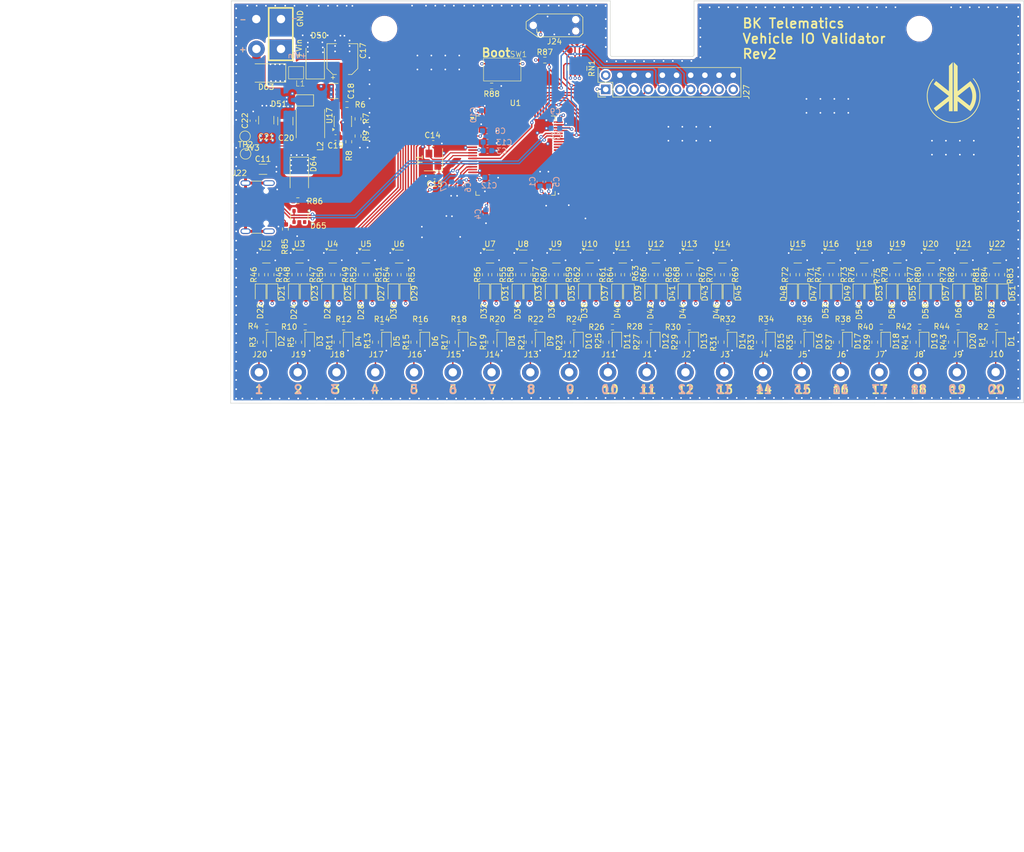
<source format=kicad_pcb>
(kicad_pcb (version 20241229) (generator "pcbnew") (generator_version "9.0")
  (layers (0 "F.Cu" signal) (4 "In1.Cu" signal) (6 "In2.Cu" signal) (2 "B.Cu" signal) (13 "F.Paste" user) (15 "B.Paste" user) (5 "F.SilkS" user "F.Silkscreen") (7 "B.SilkS" user "B.Silkscreen") (1 "F.Mask" user) (3 "B.Mask" user) (25 "Edge.Cuts" user))
  (net 0 "")
  (net 1 "GND")
  (net 2 "/mcu/VCAP")
  (net 3 "+3V3")
  (net 4 "/power_supply/+VIN_PROTECTED")
  (net 5 "/power_supply/SW")
  (net 6 "Net-(U17-CB)")
  (net 7 "Net-(U17-~{SHDN})")
  (net 8 "Net-(U17-FB)")
  (net 9 "Net-(D21-K)")
  (net 10 "Net-(R45-Pad2)")
  (net 11 "Net-(D22-K)")
  (net 12 "Net-(R46-Pad2)")
  (net 13 "Net-(D23-K)")
  (net 14 "Net-(R47-Pad2)")
  (net 15 "Net-(R48-Pad2)")
  (net 16 "Net-(D24-K)")
  (net 17 "Net-(R49-Pad2)")
  (net 18 "Net-(D25-K)")
  (net 19 "Net-(D26-K)")
  (net 20 "Net-(R50-Pad2)")
  (net 21 "Net-(D27-K)")
  (net 22 "Net-(R51-Pad2)")
  (net 23 "Net-(R52-Pad2)")
  (net 24 "Net-(D28-K)")
  (net 25 "Net-(D29-K)")
  (net 26 "Net-(R53-Pad2)")
  (net 27 "Net-(R54-Pad2)")
  (net 28 "Net-(D30-K)")
  (net 29 "Net-(D31-K)")
  (net 30 "Net-(R55-Pad2)")
  (net 31 "Net-(R56-Pad2)")
  (net 32 "Net-(D32-K)")
  (net 33 "Net-(R57-Pad2)")
  (net 34 "Net-(D33-K)")
  (net 35 "Net-(D34-K)")
  (net 36 "Net-(R58-Pad2)")
  (net 37 "Net-(D35-K)")
  (net 38 "Net-(R59-Pad2)")
  (net 39 "Net-(D36-K)")
  (net 40 "Net-(R60-Pad2)")
  (net 41 "Net-(D1-K)")
  (net 42 "Net-(D2-K)")
  (net 43 "Net-(D3-K)")
  (net 44 "Net-(D4-K)")
  (net 45 "Net-(D5-K)")
  (net 46 "Net-(D6-K)")
  (net 47 "Net-(D7-K)")
  (net 48 "Net-(D8-K)")
  (net 49 "Net-(D9-K)")
  (net 50 "Net-(D10-K)")
  (net 51 "Net-(D11-K)")
  (net 52 "Net-(D12-K)")
  (net 53 "Net-(D13-K)")
  (net 54 "Net-(D14-K)")
  (net 55 "Net-(D15-K)")
  (net 56 "Net-(D16-K)")
  (net 57 "Net-(D17-K)")
  (net 58 "Net-(D18-K)")
  (net 59 "Net-(D19-K)")
  (net 60 "Net-(D20-K)")
  (net 61 "/inputs/input_protection20/IN")
  (net 62 "/inputs/IN20")
  (net 63 "/inputs/input_protection1/IN")
  (net 64 "/inputs/IN1")
  (net 65 "/inputs/input_protection2/IN")
  (net 66 "/inputs/IN2")
  (net 67 "/inputs/input_protection3/IN")
  (net 68 "/inputs/IN3")
  (net 69 "/inputs/input_protection4/IN")
  (net 70 "/inputs/IN4")
  (net 71 "/inputs/input_protection5/IN")
  (net 72 "/inputs/IN5")
  (net 73 "/inputs/input_protection6/IN")
  (net 74 "/inputs/IN6")
  (net 75 "/inputs/input_protection7/IN")
  (net 76 "/inputs/IN7")
  (net 77 "/inputs/input_protection8/IN")
  (net 78 "/inputs/IN8")
  (net 79 "/inputs/input_protection9/IN")
  (net 80 "/inputs/IN9")
  (net 81 "/inputs/input_protection10/IN")
  (net 82 "/inputs/IN10")
  (net 83 "/inputs/input_protection11/IN")
  (net 84 "/inputs/IN11")
  (net 85 "/inputs/input_protection12/IN")
  (net 86 "/inputs/IN12")
  (net 87 "/inputs/input_protection13/IN")
  (net 88 "/inputs/IN13")
  (net 89 "/inputs/input_protection14/IN")
  (net 90 "/inputs/IN14")
  (net 91 "/inputs/input_protection15/IN")
  (net 92 "/inputs/IN15")
  (net 93 "/inputs/input_protection16/IN")
  (net 94 "/inputs/IN16")
  (net 95 "/inputs/input_protection17/IN")
  (net 96 "/inputs/IN17")
  (net 97 "/inputs/input_protection18/IN")
  (net 98 "/inputs/IN18")
  (net 99 "/inputs/input_protection19/IN")
  (net 100 "/inputs/IN19")
  (net 101 "Net-(R61-Pad2)")
  (net 102 "Net-(D37-K)")
  (net 103 "Net-(R62-Pad2)")
  (net 104 "Net-(D38-K)")
  (net 105 "Net-(R63-Pad2)")
  (net 106 "Net-(D39-K)")
  (net 107 "Net-(R64-Pad2)")
  (net 108 "Net-(D40-K)")
  (net 109 "Net-(R65-Pad2)")
  (net 110 "Net-(D41-K)")
  (net 111 "Net-(D42-K)")
  (net 112 "Net-(R66-Pad2)")
  (net 113 "Net-(D43-K)")
  (net 114 "Net-(R67-Pad2)")
  (net 115 "Net-(D44-K)")
  (net 116 "Net-(R68-Pad2)")
  (net 117 "Net-(D45-K)")
  (net 118 "Net-(R69-Pad2)")
  (net 119 "Net-(R70-Pad2)")
  (net 120 "Net-(D46-K)")
  (net 121 "Net-(D47-K)")
  (net 122 "Net-(R71-Pad2)")
  (net 123 "Net-(D48-K)")
  (net 124 "Net-(R72-Pad2)")
  (net 125 "Net-(R73-Pad2)")
  (net 126 "Net-(D49-K)")
  (net 127 "Net-(R74-Pad2)")
  (net 128 "Net-(D52-K)")
  (net 129 "Net-(R75-Pad2)")
  (net 130 "Net-(D53-K)")
  (net 131 "Net-(D54-K)")
  (net 132 "Net-(R76-Pad2)")
  (net 133 "Net-(R77-Pad2)")
  (net 134 "Net-(D55-K)")
  (net 135 "Net-(R78-Pad2)")
  (net 136 "Net-(D56-K)")
  (net 137 "Net-(D57-K)")
  (net 138 "Net-(R79-Pad2)")
  (net 139 "Net-(R80-Pad2)")
  (net 140 "Net-(D58-K)")
  (net 141 "Net-(R81-Pad2)")
  (net 142 "Net-(D59-K)")
  (net 143 "Net-(D60-K)")
  (net 144 "Net-(R82-Pad2)")
  (net 145 "Net-(D61-K)")
  (net 146 "Net-(R83-Pad2)")
  (net 147 "Net-(D62-K)")
  (net 148 "Net-(R84-Pad2)")
  (net 149 "/leds/LED_BLUE1")
  (net 150 "/leds/LED_RED1")
  (net 151 "/leds/LED_BLUE2")
  (net 152 "/leds/LED_RED2")
  (net 153 "/leds/LED_BLUE3")
  (net 154 "/leds/LED_RED3")
  (net 155 "/leds/LED_BLUE4")
  (net 156 "/leds/LED_RED4")
  (net 157 "/leds/LED_RED5")
  (net 158 "/leds/LED_BLUE5")
  (net 159 "/leds/LED_BLUE6")
  (net 160 "/leds/LED_RED6")
  (net 161 "/leds/LED_BLUE7")
  (net 162 "/leds/LED_RED7")
  (net 163 "/leds/LED_BLUE8")
  (net 164 "/leds/LED_RED8")
  (net 165 "/leds/LED_RED9")
  (net 166 "/leds/LED_BLUE9")
  (net 167 "/leds/LED_RED10")
  (net 168 "/leds/LED_BLUE10")
  (net 169 "/leds/LED_BLUE11")
  (net 170 "/leds/LED_RED11")
  (net 171 "/leds/LED_RED12")
  (net 172 "/leds/LED_BLUE12")
  (net 173 "/leds/LED_BLUE13")
  (net 174 "/leds/LED_RED13")
  (net 175 "/leds/LED_RED14")
  (net 176 "/leds/LED_BLUE14")
  (net 177 "/leds/LED_BLUE15")
  (net 178 "/leds/LED_RED16")
  (net 179 "/leds/LED_BLUE16")
  (net 180 "/leds/LED_RED17")
  (net 181 "/leds/LED_BLUE17")
  (net 182 "/leds/LED_BLUE18")
  (net 183 "/leds/LED_RED18")
  (net 184 "/leds/LED_BLUE19")
  (net 185 "/leds/LED_RED19")
  (net 186 "/leds/LED_RED20")
  (net 187 "/leds/LED_BLUE20")
  (net 190 "Net-(J22-SHIELD)")
  (net 191 "+VIN")
  (net 192 "Net-(D63-A)")
  (net 193 "Net-(D64-A)")
  (net 195 "Net-(J22-CC2)")
  (net 196 "/USB_N")
  (net 197 "/USB_P")
  (net 198 "Net-(J22-CC1)")
  (net 202 "/leds/LED_RED15")
  (net 203 "/mcu/RESET")
  (net 204 "/mcu/XIN")
  (net 205 "/mcu/XOUT")
  (net 220 "/mcu/JTDO{slash}SWO")
  (net 225 "unconnected-(J27-VCC{slash}NC-Pad2)")
  (net 227 "unconnected-(RN1-R1.2-Pad8)")
  (net 230 "Net-(SW1-A)")
  (footprint "Resistor_SMD:R_0603_1608Metric" (layer "F.Cu") (at 195.000001 91.53 90)
    (property "Reference" "R83")
    (property "Value" "270R")
  )
  (footprint "Resistor_SMD:R_0603_1608Metric" (layer "F.Cu") (at 177.145264 91.53 90)
    (property "Reference" "R77")
    (property "Value" "270R")
  )
  (footprint "Diode_SMD:D_SOD-323" (layer "F.Cu") (at 64.057381 103.46 -90)
    (property "Reference" "D2")
    (property "Value" "3.3V")
  )
  (footprint "LED_SMD:LED_0805_2012Metric" (layer "F.Cu") (at 114.147106 94.88 -90)
    (property "Reference" "D36")
    (property "Value" "BLUE")
  )
  (footprint "Capacitor_SMD:CP_Elec_5x5.3" (layer "F.Cu") (at 76.8075 52.86 90)
    (property "Reference" "C17")
    (property "Value" "10u")
  )
  (footprint "Resistor_SMD:R_0603_1608Metric" (layer "F.Cu") (at 130.931128 103.635 -90)
    (property "Reference" "R27")
    (property "Value" "10K")
  )
  (footprint "Resistor_SMD:R_0603_1608Metric" (layer "F.Cu") (at 126.250264 91.53 90)
    (property "Reference" "R64")
    (property "Value" "270R")
  )
  (footprint "Diode_SMD:D_SOD-323" (layer "F.Cu") (at 146.675877 103.46 -90)
    (property "Reference" "D14")
    (property "Value" "3.3V")
  )
  (footprint "Resistor_SMD:R_0603_1608Metric" (layer "F.Cu") (at 172.240376 103.634999 -90)
    (property "Reference" "R39")
    (property "Value" "10K")
  )
  (footprint "Package_TO_SOT_SMD:SOT-363_SC-70-6" (layer "F.Cu") (at 109.220527 88.28)
    (property "Reference" "U8")
    (property "Value" "PUMH11,115")
  )
  (footprint "Resistor_SMD:R_0603_1608Metric" (layer "F.Cu") (at 120.298685 91.53 90)
    (property "Reference" "R62")
    (property "Value" "270R")
  )
  (footprint "Package_TO_SOT_SMD:SOT-363_SC-70-6" (layer "F.Cu") (at 138.978422 88.28)
    (property "Reference" "U13")
    (property "Value" "PUMH11,115")
  )
  (footprint "Resistor_SMD:R_0603_1608Metric" (layer "F.Cu") (at 83.912006 100.935)
    (property "Reference" "R14")
    (property "Value" "220R")
  )
  (footprint "Resistor_SMD:R_0603_1608Metric" (layer "F.Cu") (at 137.816003 103.634999 -90)
    (property "Reference" "R29")
    (property "Value" "10K")
  )
  (footprint "My_Footprints:Simple_hole_pad_3x1.5" (layer "F.Cu") (at 68.799557 109.04)
    (property "Reference" "J19")
    (property "Value" "Conn_01x01")
  )
  (footprint "Resistor_SMD:R_0603_1608Metric" (layer "F.Cu") (at 75.926843 91.53 90)
    (property "Reference" "R49")
    (property "Value" "270R")
  )
  (footprint "Resistor_SMD:R_0603_1608Metric" (layer "F.Cu") (at 144.700877 103.634999 -90)
    (property "Reference" "R31")
    (property "Value" "10K")
  )
  (footprint "LED_SMD:LED_0805_2012Metric" (layer "F.Cu") (at 126.050264 94.88 -90)
    (property "Reference" "D40")
    (property "Value" "BLUE")
  )
  (footprint "LED_SMD:LED_0805_2012Metric" (layer "F.Cu") (at 120.098685 94.88 -90)
    (property "Reference" "D38")
    (property "Value" "BLUE")
  )
  (footprint "LED_SMD:LED_0805_2012Metric" (layer "F.Cu") (at 70.225263 94.88 -90)
    (property "Reference" "D23")
    (property "Value" "RED")
  )
  (footprint "Resistor_SMD:R_0603_1608Metric" (layer "F.Cu") (at 165.355501 103.634999 -90)
    (property "Reference" "R37")
    (property "Value" "10K")
  )
  (footprint "Package_QFP:LQFP-100_14x14mm_P0.5mm" (layer "F.Cu") (at 107.835 70.17)
    (property "Reference" "U1")
    (property "Value" "STM32U545VETx")
  )
  (footprint "Resistor_SMD:R_0603_1608Metric" (layer "F.Cu") (at 125.221254 100.935)
    (property "Reference" "R26")
    (property "Value" "220R")
  )
  (footprint "LED_SMD:LED_0805_2012Metric" (layer "F.Cu") (at 193.125001 94.88 -90)
    (property "Reference" "D62")
    (property "Value" "BLUE")
  )
  (footprint "Resistor_SMD:R_0603_1608Metric" (layer "F.Cu") (at 163.567106 91.53 90)
    (property "Reference" "R74")
    (property "Value" "270R")
  )
  (footprint "Package_TO_SOT_SMD:SOT-363_SC-70-6" (layer "F.Cu") (at 81.028422 88.28)
    (property "Reference" "U5")
    (property "Value" "PUMH11,115")
  )
  (footprint "Package_TO_SOT_SMD:SOT-363_SC-70-6" (layer "F.Cu") (at 75.076843 88.28)
    (property "Reference" "U4")
    (property "Value" "PUMH11,115")
  )
  (footprint "LED_SMD:LED_0805_2012Metric" (layer "F.Cu") (at 134.126842 94.88 -90)
    (property "Reference" "D41")
    (property "Value" "RED")
  )
  (footprint "My_Footprints:Simple_hole_pad_3x1.5" (layer "F.Cu") (at 131.359778 109.04)
    (property "Reference" "J1")
    (property "Value" "Conn_01x01")
  )
  (footprint "Diode_SMD:D_SOD-323" (layer "F.Cu") (at 112.251504 103.46 -90)
    (property "Reference" "D9")
    (property "Value" "3.3V")
  )
  (footprint "TestPoint:TestPoint_Pad_D1.5mm" (layer "F.Cu") (at 59.36 66.71)
    (property "Reference" "TP1" (hide yes))
    (property "Value" "TestPoint" (hide yes))
  )
  (footprint "Diode_SMD:D_SOD-323" (layer "F.Cu") (at 70.942256 103.46 -90)
    (property "Reference" "D3")
    (property "Value" "3.3V")
  )
  (footprint "Resistor_SMD:R_0603_1608Metric" (layer "F.Cu") (at 138.153422 91.53 90)
    (property "Reference" "R68")
    (property "Value" "270R")
  )
  (footprint "Resistor_SMD:R_0603_1608Metric" (layer "F.Cu") (at 181.421843 91.53 90)
    (property "Reference" "R80")
    (property "Value" "270R")
  )
  (footprint "Resistor_SMD:R_0603_1608Metric" (layer "F.Cu") (at 64.023685 91.53 90)
    (property "Reference" "R45")
    (property "Value" "270R")
  )
  (footprint "Diode_SMD:D_SOD-323" (layer "F.Cu") (at 174.215376 103.46 -90)
    (property "Reference" "D18")
    (property "Value" "3.3V")
  )
  (footprint "Package_TO_SOT_SMD:SOT-363_SC-70-6" (layer "F.Cu") (at 103.268948 88.28)
    (property "Reference" "U7")
    (property "Value" "PUMH11,115")
  )
  (footprint "LED_SMD:LED_0805_2012Metric" (layer "F.Cu") (at 76.176842 94.88 -90)
    (property "Reference" "D25")
    (property "Value" "RED")
  )
  (footprint "Resistor_SMD:R_0603_1608Metric" (layer "F.Cu") (at 192.895 103.634999 -90)
    (property "Reference" "R1")
    (property "Value" "10K")
  )
  (footprint "Resistor_SMD:R_0603_1608Metric" (layer "F.Cu") (at 121.973685 91.53 90)
    (property "Reference" "R61")
    (property "Value" "270R")
  )
  (footprint "Resistor_SMD:R_0603_1608Metric" (layer "F.Cu") (at 68.82 78.26)
    (property "Reference" "R86")
    (property "Value" "5.1K")
  )
  (footprint "Diode_SMD:D_SMA" (layer "F.Cu") (at 63.1475 55.35 180)
    (property "Reference" "D63")
    (property "Value" "SMAJ40CAe3/TR13")
  )
  (footprint "Resistor_SMD:R_0603_1608Metric" (layer "F.Cu") (at 90.796881 100.935)
    (property "Reference" "R16")
    (property "Value" "220R")
  )
  (footprint "My_Footprints:Simple_hole_pad_3x1.5" (layer "F.Cu") (at 96.6041 109.04)
    (property "Reference" "J15")
    (property "Value" "Conn_01x01")
  )
  (footprint "Diode_SMD:D_SOD-323" (layer "F.Cu") (at 160.445627 103.46 -90)
    (property "Reference" "D16")
    (property "Value" "3.3V")
  )
  (footprint "Resistor_SMD:R_0603_1608Metric" (layer "F.Cu") (at 158.470627 103.634999 -90)
    (property "Reference" "R35")
    (property "Value" "10K")
  )
  (footprint "My_Footprints:Simple_hole_pad_3x1.5" (layer "F.Cu") (at 186.968864 109.04)
    (property "Reference" "J9")
    (property "Value" "Conn_01x01")
  )
  (footprint "Capacitor_SMD:C_0603_1608Metric" (layer "F.Cu") (at 60.7825 63.91 90)
    (property "Reference" "C22")
    (property "Value" "0.1u")
  )
  (footprint "LED_SMD:LED_0805_2012Metric" (layer "F.Cu") (at 195.25 94.88 -90)
    (property "Reference" "D61")
    (property "Value" "RED")
  )
  (footprint "My_Footprints:Simple_hole_pad_3x1.5" (layer "F.Cu") (at 61.4 51.04)
    (property "Reference" "J21" (hide yes))
    (property "Value" "Conn_01x01")
  )
  (footprint "Resistor_SMD:R_0603_1608Metric" (layer "F.Cu") (at 183.096843 91.53 90)
    (property "Reference" "R79")
    (property "Value" "270R")
  )
  (footprint "Resistor_SMD:R_0603_1608Metric" (layer "F.Cu") (at 127.925264 91.53 90)
    (property "Reference" "R63")
    (property "Value" "270R")
  )
  (footprint "LED_SMD:LED_0805_2012Metric" (layer "F.Cu") (at 64.273685 94.88 -90)
    (property "Reference" "D21")
    (property "Value" "RED")
  )
  (footprint "Diode_SMD:D_SOD-323" (layer "F.Cu") (at 132.906128 103.46 -90)
    (property "Reference" "D12")
    (property "Value" "3.3V")
  )
  (footprint "Inductor_SMD:L_Taiyo-Yuden_NR-50xx" (layer "F.Cu") (at 71.0825 64.435 -90)
    (property "Reference" "L2")
    (property "Value" "22uH")
  )
  (footprint "Capacitor_SMD:C_1210_3225Metric" (layer "F.Cu") (at 66.5825 63.985 90)
    (property "Reference" "C20")
    (property "Value" "22u")
  )
  (footprint "Package_TO_SOT_SMD:SOT-363_SC-70-6" (layer "F.Cu") (at 158.440527 88.28)
    (property "Reference" "U15")
    (property "Value" "PUMH11,115")
  )
  (footprint "Resistor_SMD:R_0603_1608Metric" (layer "F.Cu") (at 159.290527 91.53 90)
    (property "Reference" "R71")
    (property "Value" "270R")
  )
  (footprint "Resistor_SMD:R_0603_1608Metric" (layer "F.Cu") (at 102.443948 91.53 90)
    (property "Reference" "R56")
    (property "Value" "270R")
  )
  (footprint "Resistor_SMD:R_0603_1608Metric" (layer "F.Cu") (at 169.518685 91.53 90)
    (property "Reference" "R76")
    (property "Value" "270R")
  )
  (footprint "LED_SMD:LED_0805_2012Metric" (layer "F.Cu") (at 143.905001 94.88 -90)
    (property "Reference" "D46")
    (property "Value" "BLUE")
  )
  (footprint "LED_SMD:LED_0805_2012Metric" (layer "F.Cu") (at 181.221843 94.88 -90)
    (property "Reference" "D58")
    (property "Value" "BLUE")
  )
  (footprint "LED_SMD:LED_0805_2012Metric" (layer "F.Cu") (at 137.953422 94.88 -90)
    (property "Reference" "D44")
    (property "Value" "BLUE")
  )
  (footprint "Package_TO_SOT_SMD:SOT-363_SC-70-6" (layer "F.Cu") (at 69.125264 88.28)
    (property "Reference" "U3")
    (property "Value" "PUMH11,115")
  )
  (footprint "Capacitor_SMD:C_1210_3225Metric" (layer "F.Cu") (at 63.1575 63.81 90)
    (property "Reference" "C21")
    (property "Value" "22u")
  )
  (footprint "Package_TO_SOT_SMD:SOT-363_SC-70-6" (layer "F.Cu") (at 144.930001 88.28)
    (property "Reference" "U14")
    (property "Value" "PUMH11,115")
  )
  (footprint "Resistor_SMD:R_0603_1608Metric" (layer "F.Cu") (at 89.62188 103.634999 -90)
    (property "Reference" "R15")
    (property "Value" "10K")
  )
  (footprint "Diode_SMD:D_SMA" (layer "F.Cu") (at 71.9325 52.91 90)
    (property "Reference" "D50")
    (property "Value" "SMAJ40CAe3/TR13")
  )
  (footprint "Resistor_SMD:R_0603_1608Metric" (layer "F.Cu") (at 180.300252 100.935)
    (property "Reference" "R42")
    (property "Value" "220R")
  )
  (footprint "Package_TO_SOT_SMD:SOT-363_SC-70-6" (layer "F.Cu") (at 86.980001 88.28)
    (property "Reference" "U6")
    (property "Value" "PUMH11,115")
  )
  (footprint "LED_SMD:LED_0805_2012Metric" (layer "F.Cu") (at 62.148685 94.88 -90)
    (property "Reference" "D22")
    (property "Value" "BLUE")
  )
  (footprint "Diode_SMD:D_SMA" (layer "F.Cu") (at 69.09 73.96 -90)
    (property "Reference" "D64")
    (property "Value" "SMAJ40CAe3/TR13")
  )
  (footprint "Resistor_SMD:R_0603_1608Metric" (layer "F.Cu") (at 82.737005 103.634999 -90)
    (property "Reference" "R13")
    (property "Value" "10K")
  )
  (footprint "Resistor_SMD:R_0603_1608Metric" (layer "F.Cu") (at 144.105001 91.53 90)
    (property "Reference" "R70")
    (property "Value" "270R")
  )
  (footprint "Resistor_SMD:R_0603_1608Metric" (layer "F.Cu") (at 97.681755 100.935)
    (property "Reference" "R18")
    (property "Value" "220R")
  )
  (footprint "My_Footprints:Simple_hole_pad_3x1.5" (layer "F.Cu") (at 159.164321 109.04)
    (property "Reference" "J5")
    (property "Value" "Conn_01x01")
  )
  (footprint "My_Footprints:Simple_hole_pad_3x1.5" (layer "F.Cu") (at 82.701828 109.04)
    (property "Reference" "J17")
    (property "Value" "Conn_01x01")
  )
  (footprint "Resistor_SMD:R_0603_1608Metric" (layer "F.Cu") (at 117.161378 103.634999 -90)
    (property "Reference" "R23")
    (property "Value" "10K")
  )
  (footprint "Resistor_SMD:R_0603_1608Metric" (layer "F.Cu") (at 104.118948 91.53 90)
    (property "Reference" "R55")
    (property "Value" "270R")
  )
  (footprint "Resistor_SMD:R_0603_1608Metric" (layer "F.Cu") (at 145.875878 100.935)
    (property "Reference" "R32")
    (property "Value" "220R")
  )
  (footprint "Package_TO_SOT_SMD:SOT-363_SC-70-6" (layer "F.Cu") (at 170.343685 88.28)
    (property "Reference" "U18")
    (property "Value" "PUMH11,115")
  )
  (footprint "Resistor_SMD:R_0603_1608Metric" (layer "F.Cu") (at 75.85213 103.634999 -90)
    (property "Reference" "R11")
    (property "Value" "10K")
  )
  (footprint "Package_TO_SOT_SMD:SOT-363_SC-70-6" (layer "F.Cu") (at 121.123685 88.28)
    (property "Reference" "U10")
    (property "Value" "PUMH11,115")
  )
  (footprint "My_Footprints:Simple_hole_pad_3x1.5" (layer "F.Cu") (at 180.017729 109.04)
    (property "Reference" "J8")
    (property "Value" "Conn_01x01")
  )
  (footprint "My_Footprints:Simple_hole_pad_3x1.5" (layer "F.Cu") (at 173.066593 109.04)
    (property "Reference" "J7")
    (property "Value" "Conn_01x01")
  )
  (footprint "My_Footprints:Simple_hole_pad_3x1.5" (layer "F.Cu") (at 110.506371 109.04)
    (property "Reference" "J13")
    (property "Value" "Conn_01x01")
  )
  (footprint "Resistor_SMD:R_0603_1608Metric" (layer "F.Cu") (at 138.991004 100.935)
    (property "Reference" "R30")
    (property "Value" "220R")
  )
  (footprint "LED_SMD:LED_0805_2012Metric" (layer "F.Cu") (at 165.492105 94.88 -90)
    (property "Reference" "D49")
    (property "Value" "RED")
  )
  (footprint "Resistor_SMD:R_Array_Concave_4x0603" (layer "F.Cu") (at 118.91 54.52 -90)
    (property "Reference" "RN1")
    (property "Value" "100K")
  )
  (footprint "Resistor_SMD:R_0603_1608Metric" (layer "F.Cu") (at 187.373422 91.53 90)
    (property "Reference" "R82")
    (property "Value" "270R")
  )
  (footprint "My_Footprints:Simple_hole_pad_3x1.5" (layer "F.Cu") (at 152.213186 109.04)
    (property "Reference" "J4")
    (property "Value" "Conn_01x01")
  )
  (footprint "Resistor_SMD:R_0603_1608Metric" (layer "F.Cu") (at 103.391629 103.634999 -90)
    (property "Reference" "R19")
    (property "Value" "10K")
  )
  (footprint "MountingHole:MountingHole_4.3mm_M4_DIN965" (layer "F.Cu") (at 84.34 47.4074 -90)
    (property "Reference" "H1" (hide yes))
    (property "Value" "MountingHole")
  )
  (footprint "LED_SMD:LED_0805_2012Metric" (layer "F.Cu") (at 108.195527 94.88 -90)
    (property "Reference" "D34")
    (property "Value" "BLUE")
  )
  (footprint "Resistor_SMD:R_0603_1608Metric" (layer "F.Cu") (at 189.048422 91.53 90)
    (property "Reference" "R81")
    (property "Value" "270R")
  )
  (footprint "LED_SMD:LED_0805_2012Metric" (layer "F.Cu") (at 128.175263 94.88 -90)
    (property "Reference" "D39")
    (property "Value" "RED")
  )
  (footprint "Resistor_SMD:R_0603_1608Metric" (layer "F.Cu") (at 171.193685 91.53 90)
    (property "Reference" "R75")
    (property "Value" "270R")
  )
  (footprint "Resistor_SMD:R_0603_1608Metric" (layer "F.Cu") (at 133.876843 91.53 90)
    (property "Reference" "R65")
    (property "Value" "270R")
  )
  (footprint "LED_SMD:LED_0805_2012Metric" (layer "F.Cu") (at 177.395263 94.88 -90)
    (property "Reference" "D55")
    (property "Value" "RED")
  )
  (footprint "My_Footprints:Simple_hole_pad_3x1.5" (layer "F.Cu") (at 61.37 45.68)
    (property "Reference" "J23" (hide yes))
    (property "Value" "Conn_01x01")
  )
  (footprint "Resistor_SMD:R_0603_1608Metric" (layer "F.Cu") (at 96.506754 103.634999 -90)
    (property "Reference" "R17")
    (property "Value" "10K")
  )
  (footprint "My_Footprints:Simple_hole_pad_3x1.5" (layer "F.Cu") (at 61.848421 109.04)
    (property "Reference" "J20")
    (property "Value" "Conn_01x01")
  )
  (footprint "Crystal:Crystal_SMD_Abracon_ABM8AIG-4Pin_3.2x2.5mm" (layer "F.Cu") (at 93.12 70.9 90)
    (property "Reference" "Y1")
    (property "Value" "16MHz")
  )
  (footprint "Resistor_SMD:R_0603_1608Metric" (layer "F.Cu") (at 114.347106 91.53 90)
    (property "Reference" "R60")
    (property "Value" "270R")
  )
  (footprint "Resistor_SMD:R_0603_1608Metric" (layer "F.Cu") (at 108.395527 91.53 90)
    (property "Reference" "R58")
    (property "Value" "270R")
  )
  (footprint "Package_TO_SOT_SMD:SOT-363_SC-70-6" (layer "F.Cu") (at 115.172106 88.28)
    (property "Reference" "U9")
    (property "Value" "PUMH11,115")
  )
  (footprint "LED_SMD:LED_0805_2012Metric" (layer "F.Cu") (at 171.443684 94.88 -90)
    (property "Reference" "D53")
    (property "Value" "RED")
  )
  (footprint "My_Footprints:Simple_hole_pad_3x1.5" (layer "F.Cu") (at 75.750692 109.04)
    (property "Reference" "J18")
    (property "Value" "Conn_01x01")
  )
  (footprint "LED_SMD:LED_0805_2012Metric" (layer "F.Cu") (at 88.08 94.88 -90)
    (property "Reference" "D29")
    (property "Value" "RED")
  )
  (footprint "Resistor_SMD:R_0603_1608Metric" (layer "F.Cu") (at 186.010125 103.634999 -90)
    (property "Reference" "R43")
    (property "Value" "10K")
  )
  (footprint "Diode_SMD:D_SOD-323" (layer "F.Cu") (at 105.366629 103.46 -90)
    (property "Reference" "D8")
    (property "Value" "3.3V")
  )
  (footprint "LED_SMD:LED_0805_2012Metric" (layer "F.Cu") (at 163.367106 94.88 -90)
    (property "Reference" "D52")
    (property "Value" "BLUE")
  )
  (footprint "Diode_SMD:D_SOD-323" (layer "F.Cu") (at 98.481754 103.46 -90)
    (property "Reference" "D7")
    (property "Value" "3.3V")
  )
  (footprint "My_Footprints:Simple_hole_pad_3x1.5" (layer "F.Cu") (at 65.8 51.04)
    (property "Reference" "J25" (hide yes))
    (property "Value" "Conn_01x01")
  )
  (footprint "My_Footprints:Simple_hole_pad_3x1.5" (layer "F.Cu") (at 145.26205 109.04)
    (property "Reference" "J3")
    (property "Value" "Conn_01x01")
  )
  (footprint "Resistor_SMD:R_0603_1608Metric" (layer "F.Cu") (at 69.975264 91.53 90)
    (property "Reference" "R47")
    (property "Value" "270R")
  )
  (footprint "Connector_USB:USB_C_Receptacle_GCT_USB4105-xx-A_16P_TopMnt_Horizontal" (layer "F.Cu") (at 60.525 79.415 -90)
    (property "Reference" "J22")
    (property "Value" "USB_C_Receptacle_USB2.0_16P")
  )
  (footprint "LED_SMD:LED_0805_2012Metric" (layer "F.Cu") (at 68.100264 94.88 -90)
    (property "Reference" "D24")
    (property "Value" "BLUE")
  )
  (footprint "Diode_SMD:D_SOD-323" (layer "F.Cu") (at 84.712005 103.46 -90)
    (property "Reference" "D5")
    (property "Value" "3.3V")
  )
  (footprint "Capacitor_SMD:C_0603_1608Metric" (layer "F.Cu") (at 93.095 67.98 180)
    (property "Reference" "C14")
    (property "Value" "8pF")
  )
  (footprint "Package_TO_SOT_SMD:SOT-363_SC-70-6" (layer "F.Cu") (at 176.295264 88.28)
    (property "Reference" "U19")
    (property "Value" "PUMH11,115")
  )
  (footprint "Capacitor_SMD:C_0603_1608Metric" (layer "F.Cu") (at 93.345 73.83 180)
    (property "Reference" "C15")
    (property "Value" "8pF")
  )
  (footprint "LED_SMD:LED_0805_2012Metric" (layer "F.Cu") (at 159.540526 94.88 -90)
    (property "Reference" "D47")
    (property "Value" "RED")
  )
  (footprint "LED_SMD:LED_0805_2012Metric" (layer "F.Cu") (at 116.272105 94.88 -90)
    (property "Reference" "D35")
    (property "Value" "RED")
  )
  (footprint "Diode_SMD:D_SOD-323" (layer "F.Cu") (at 91.59688 103.46 -90)
    (property "Reference" "D6")
    (property "Value" "3.3V")
  )
  (footprint "Resistor_SMD:R_0603_1608Metric" (layer "F.Cu") (at 166.530502 100.935)
    (property "Reference" "R38")
    (property "Value" "220R")
  )
  (footprint "My_Footprints:Simple_hole_pad_3x1.5" (layer "F.Cu") (at 65.8 45.68)
    (property "Reference" "J26" (hide yes))
    (property "Value" "Conn_01x01")
  )
  (footprint "Resistor_SMD:R_0603_1608Metric" (layer "F.Cu") (at 132.106128 100.935)
    (property "Reference" "R28")
    (property "Value" "220R")
  )
  (footprint "Package_TO_SOT_SMD:SOT-23-6" (layer "F.Cu") (at 76.895 64.035 90)
    (property "Reference" "U17")
    (property "Value" "LV2862")
  )
  (footprint "Package_TO_SOT_SMD:SOT-363_SC-70-6" (layer "F.Cu") (at 194.150001 88.28)
    (property "Reference" "U22")
    (property "Value" "PUMH11,115")
  )
  (footprint "Connector_PinHeader_2.54mm:PinHeader_2x10_P2.54mm_Vertical" (layer "F.Cu") (at 124.01 58.29 90)
    (property "Reference" "J27")
    (property "Value" "Conn_ARM_JTAG_SWD_20")
  )
  (footprint "Resistor_SMD:R_0603_1608Metric" (layer "F.Cu") (at 70.142257 100.935)
    (property "Reference" "R10")
    (property "Value" "220R")
  )
  (footprint "Resistor_SMD:R_0603_1608Metric" (layer "F.Cu") (at 68.967256 103.634999 -90)
    (property "Reference" "R5")
    (property "Value" "10K")
  )
  (footprint "LED_SMD:LED_0805_2012Metric" (layer "F.Cu") (at 140.078421 94.88 -90)
    (property "Reference" "D43")
    (property "Value" "RED")
  )
  (footprint "LED_SMD:LED_0805_2012Metric" (layer "F.Cu") (at 104.368947 94.88 -90)
    (property "Reference" "D31")
    (property "Value" "RED")
  )
  (footprint "LED_SMD:LED_0805_2012Metric" (layer "F.Cu") (at 110.320526 94.88 -90)
    (property "Reference" "D33")
    (property "Value" "RED")
  )
  (footprint "Resistor_SMD:R_0603_1608Metric" (layer "F.Cu") (at 79.6075 66.66 -90)
    (property "Reference" "R9")
    (property "Value" "10K")
  )
  (footprint "Resistor_SMD:R_0603_1608Metric" (layer "F.Cu") (at 77.9575 67.685 -90)
    (property "Reference" "R8")
    (property "Value" "33.2K")
  )
  (footprint "LED_SMD:LED_0805_2012Metric" (layer "F.Cu") (at 157.415527 94.88 -90)
    (property "Reference" "D48")
    (property "Value" "BLUE")
  )
  (footprint "Resistor_SMD:R_0603_1608Metric" (layer "F.Cu") (at 194.070001 100.935)
    (property "Reference" "R2")
    (property "Value" "220R")
  )
  (footprint "Resistor_SMD:R_0603_1608Metric" (layer "F.Cu") (at 113.105 53.04)
    (property "Reference" "R87")
    (property "Value" "100K")
  )
  (footprint "LED_SMD:LED_0805_2012Metric" (layer "F.Cu") (at 85.955001 94.88 -90)
    (property "Reference" "D30")
    (property "Value" "BLUE")
  )
  (footprint "Resistor_SMD:R_0603_1608Metric" (layer "F.Cu") (at 68.300264 91.53 90)
    (property "Reference" "R48")
    (property "Value" "270R")
  )
  (footprint "Package_TO_SOT_SMD:SOT-363_SC-70-6" (layer "F.Cu") (at 133.026843 88.28)
    (property "Reference" "U12")
    (property "Value" "PUMH11,115")
  )
  (footprint "Resistor_SMD:R_0603_1608Metric" (layer "F.Cu") (at 187.185126 100.935)
    (property "Reference" "R44")
    (property "Value" "220R")
  )
  (footprint "Resistor_SMD:R_0603_1608Metric" (layer "F.Cu") (at 81.878422 91.53 90)
    (property "Reference" "R51")
    (property "Value" "270R")
  )
  (footprint "Resistor_SMD:R_0603_1608Metric" (layer "F.Cu") (at 124.046253 103.634999 -90)
    (property "Reference" "R25")
    (property "Value" "10K")
  )
  (footprint "My_Footprints:L_TDK_VLS252012HBX" (layer "F.Cu") (at 68.5075 55.31)
    (property "Reference" "L1")
    (property "Value" "4.7uH")
  )
  (footprint "Resistor_SMD:R_0603_1608Metric" (layer "F.Cu") (at 193.325001 91.53 90)
    (property "Reference" "R84")
    (property "Value" "270R")
  )
  (footprint "Resistor_SMD:R_0603_1608Metric" (layer "F.Cu") (at 66.59 83.34 -90)
    (property "Reference" "R85")
    (property "Value" "5.1K")
  )
  (footprint "Connector:Tag-Connect_TC2050-IDC-NL_2x05_P1.27mm_Vertical" (layer "F.Cu") (at 114.83 46.805)
    (property "Reference" "J24")
    (property "Value" "Conn_ARM_JTAG_SWD_10")
  )
  (footprint "LED_SMD:LED_0805_2012Metric" (layer "F.Cu") (at 183.346842 94.88 -90)
    (property "Reference" "D57")
    (property "Value" "RED")
  )
  (footprint "Resistor_SMD:R_0603_1608Metric" (layer "F.Cu") (at 151.585752 103.634999 -90)
    (property "Reference" "R33")
    (property "Value" "10K")
  )
  (footprint "My_Footprints:Simple_hole_pad_3x1.5" (layer "F.Cu") (at 124.408643 109.04)
    (property "Reference" "J11")
    (property "Value" "Conn_01x01")
  )
  (footprint "My_Footprints:Simple_hole_pad_3x1.5" (layer "F.Cu") (at 138.310914 109.04)
    (property "Reference" "J2")
    (property "Value" "Conn_01x01")
  )
  (footprint "Resistor_SMD:R_0603_1608Metric" (layer "F.Cu") (at 63.257382 100.935)
    (property "Reference" "R4")
    (property "Value" "220R")
  )
  (footprint "My_Footprints:Simple_hole_pad_3x1.5" (layer "F.Cu") (at 166.115457 109.04)
    (property "Reference" "J6")
    (property "Value" "Conn_01x01")
  )
  (footprint "MountingHole:MountingHole_4.3mm_M4_DIN965" (layer "F.Cu") (at 180.24 47.4074 -90)
    (property "Reference" "H2" (hide yes))
    (property "Value" "MountingHole")
  )
  (footprint "LED_SMD:LED_0805_2012Metric" (layer "F.Cu") (at 187.173422 94.88 -90)
    (property "Reference" "D60")
    (property "Value" "BLUE")
  )
  (footprint "Resistor_SMD:R_0603_1608Metric" (layer "F.Cu") (at 86.155001 91.53 90)
    (property "Reference" "R54")
    (property "Value" "270R")
  )
  (footprint "Diode_SMD:D_SOD-323" (layer "F.Cu") (at 167.330501 103.46 -90)
    (property "Reference" "D17")
    (property "Value" "3.3V")
  )
  (footprint "Resistor_SMD:R_0603_1608Metric" (layer "F.Cu") (at 152.760753 100.935)
    (property "Reference" "R34")
    (property "Value" "220R")
  )
  (footprint "Resistor_SMD:R_0603_1608Metric" (layer "F.Cu") (at 104.56663 100.935)
    (property "Reference" "R20")
    (property "Value" "220R")
  )
  (footprint "TestPoint:TestPoint_Pad_D1.5mm" (layer "F.Cu") (at 59.45 69.85)
    (property "Reference" "TP2")
    (property "Value" "TestPoint")
  )
  (footprint "Resistor_SMD:R_0603_1608Metric" (layer "F.Cu") (at 103.565 57.69)
    (property "Reference" "R88")
    (property "Value" "10K" (hide yes))
  )
  (footprint "Resistor_SMD:R_0603_1608Metric" (layer "F.Cu") (at 80.203422 91.53 90)
    (property "Reference" "R52")
    (property "Value" "270R")
  )
  (footprint "Resistor_SMD:R_0603_1608Metric" (layer "F.Cu") (at 110.070527 91.53 90)
    (property "Reference" "R57")
    (property "Value" "270R")
  )
  (footprint "Resistor_SMD:R_0603_1608Metric" (layer "F.Cu") (at 111.451505 100.935)
    (property "Reference" "R22")
    (property "Value" "220R")
  )
  (footprint "Diode_SMD:D_SOD-323" (layer "F.Cu") (at 77.82713 103.46 -90)
    (property "Reference" "D4")
    (property "Value" "3.3V")
  )
  (footprint "Resistor_SMD:R_0603_1608Metric" (layer "F.Cu") (at 145.780001 91.53 90)
    (property "Reference" "R69")
    (property "Value" "270R")
  )
  (footprint "Package_TO_SOT_SMD:SOT-363_SC-70-6" (layer "F.Cu") (at 63.173685 88.28)
    (property "Reference" "U2")
    (property "Value" "PUMH11,115")
  )
  (footprint "Resistor_SMD:R_0603_1608Metric" (layer "F.Cu") (at 165.242106 91.53 90)
    (property "Reference" "R73")
    (property "Value" "270R")
  )
  (footprint "Resistor_SMD:R_0603_1608Metric" (layer "F.Cu") (at 62.082381 103.634999 -90)
    (property "Reference" "R3")
    (property "Value" "10K")
  )
  (footprint "Package_TO_SOT_SMD:SOT-363_SC-70-6" (layer "F.Cu") (at 182.246843 88.28)
    (property "Reference" "U20")
    (property "Value" "PUMH11,115")
  )
  (footprint "Resistor_SMD:R_0603_1608Metric" (layer "F.Cu") (at 157.615527 91.53 90)
    (property "Reference" "R72")
    (property "Value" "270R")
  )
  (footprint "Diode_SMD:D_SOD-323" (layer "F.Cu") (at 194.87 103.46 -90)
    (property "Reference" "D1")
    (property "Value" "3.3V")
  )
  (footprint "LED_SMD:LED_0805_2012Metric" (layer "F.Cu") (at 122.223684 94.88 -90)
    (property "Reference" "D37")
    (property "Value" "RED")
  )
  (footprint "Resistor_SMD:R_0603_1608Metric" (layer "F.Cu") (at 77.027131 100.935)
    (property "Reference" "R12")
    (property "Value" "220R")
  )
  (footprint "Resistor_SMD:R_0603_1608Metric" (layer "F.Cu") (at 62.348685 91.53 90)
    (property "Reference" "R46")
    (property "Value" "270R")
  )
  (footprint "Capacitor_SMD:C_1206_3216Metric" (layer "F.Cu") (at 62.575 72.62)
    (property "Reference" "C11")
    (property "Value" "1nF")
  )
  (footprint "Capacitor_SMD:C_0603_1608Metric" (layer "F.Cu") (at 75.5825 66.935 180)
    (property "Reference" "C19")
    (property "Value" "0.1u")
  )
  (footprint "LED_SMD:LED_0805_2012Metric" (layer "F.Cu") (at 74.051843 94.88 -90)
    (property "Reference" "D26")
    (property "Value" "BLUE")
  )
  (footprint "My_Footprints:KMR221GLFS" (layer "F.Cu") (at 105.46 54.73)
    (property "Reference" "SW1")
    (property "Value" "KMR221GLFS")
  )
  (footprint "LED_SMD:LED_0805_2012Metric" (layer "F.Cu") (at 146.03 94.88 -90)
    (property "Reference" "D45")
    (property "Value" "RED")
  )
  (footprint "Capacitor_SMD:C_1210_3225Metric" (layer "F.Cu") (at 75.3325 58.585 180)
    (property "Reference" "C18")
    (property "Value" "2.2u")
  )
  (footprint "Resistor_SMD:R_0603_1608Metric" (layer "F.Cu") (at 77.6325 61.01 180)
    (property "Reference" "R6")
    (property "Value" "100K")
  )
  (footprint "Resistor_SMD:R_0603_1608Metric" (layer "F.Cu") (at 175.470264 91.53 90)
    (property "Reference" "R78")
    (property "Value" "270R")
  )
  (footprint "Package_TO_SOT_SMD:SOT-363_SC-70-6" (layer "F.Cu") (at 188.198422 88.28)
    (property "Reference" "U21")
    (property "Value" "PUMH11,115")
  )
  (footprint "Resistor_SMD:R_0603_1608Metric" (layer "F.Cu") (at 79.6075 63.585 90)
    (property "Reference" "R7")
    (property "Value" "100K")
  )
  (footprint "Package_TO_SOT_SMD:SOT-143" (layer "F.Cu") (at 69.09 81.09 -90)
    (property "Reference" "D65")
    (property "Value" "PRTR5V0U2X")
  )
  (footprint "Diode_SMD:D_SOD-323" (layer "F.Cu") (at 119.136378 103.46 -90)
    (property "Reference" "D10")
    (property "Value" "3.3V")
  )
  (footprint "Diode_SMD:D_SOD-323" (layer "F.Cu") (at 126.021253 103.46 -90)
    (property "Reference" "D11")
    (property "Value" "3.3V")
  )
  (footprint "Package_TO_SOT_SMD:SOT-363_SC-70-6" (layer "F.Cu") (at 127.075264 88.28)
    (property "Reference" "U11")
    (property "Value" "PUMH11,115")
  )
  (footprint "Diode_SMD:D_PowerDI-123" (layer "F.Cu") (at 69.3325 60.26 180)
    (property "Reference" "D51")
    (property "Value" "SBR3U60P1Q-7")
  )
  (footprint "My_Footprints:Simple_hole_pad_3x1.5" (layer "F.Cu") (at 117.457507 109.04)
    (property "Reference" "J12")
    (property "Value" "Conn_01x01")
  )
  (footprint "Resistor_SMD:R_0603_1608Metric" (layer "F.Cu") (at 110.276504 103.634999 -90)
    (property "Reference" "R21")
    (property "Value" "10K")
  )
  (footprint "Resistor_SMD:R_0603_1608Metric" (layer "F.Cu") (at 139.828422 91.53 90)
    (property "Reference" "R67")
    (property "Value" "270R")
  )
  (footprint "My_Footprints:Simple_hole_pad_3x1.5" (layer "F.Cu") (at 89.652964 109.04)
    (property "Reference" "J16")
    (property "Value" "Conn_01x01")
  )
  (footprint "Package_TO_SOT_SMD:SOT-363_SC-70-6" (layer "F.Cu") (at 164.392106 88.28)
    (property "Reference" "U16")
    (property "Value" "PUMH11,115")
  )
  (footprint "LED_SMD:LED_0805_2012Metric" (layer "F.Cu") (at 132.001843 94.88 -90)
    (property "Reference" "D42")
    (property "Value" "BLUE")
  )
  (footprint "LED_SMD:LED_0805_2012Metric" (layer "F.Cu") (at 169.318685 94.88 -90)
    (property "Reference" "D54")
    (property "Value" "BLUE")
  )
  (footprint "Diode_SMD:D_SOD-323" (layer "F.Cu") (at 181.100251 103.46 -90)
    (property "Reference" "D19")
    (property "Value" "3.3V")
  )
  (footprint "Resistor_SMD:R_0603_1608Metric" (layer "F.Cu") (at 74.251843 91.53 90)
    (property "Reference" "R50")
    (property "Value" "270R")
  )
  (footprint "Resistor_SMD:R_0603_1608Metric" (layer "F.Cu") (at 159.645628 100.935)
    (property "Reference" "R36")
    (property "Value" "220R")
  )
  (footprint "LED_SMD:LED_0805_2012Metric" (layer "F.Cu") (at 80.003422 94.88 -90)
    (property "Reference" "D28")
    (property "Value" "BLUE")
  )
  (footprint "Diode_SMD:D_SOD-323" (layer "F.Cu") (at 139.791003 103.46 -90)
    (property "Reference" "D13")
    (property "Value" "3.3V")
  )
  (footprint "LED_SMD:LED_0805_2012Metric" (layer "F.Cu") (at 175.270264 94.88 -90)
    (property "Reference" "D56")
    (property "Value" "BLUE")
  )
  (footprint "LED_SMD:LED_0805_2012Metric" (layer "F.Cu") (at 102.243948 94.88 -90)
    (property "Reference" "D32")
    (property "Value" "BLUE")
  )
  (footprint "Resistor_SMD:R_0603_1608Metric" (layer "F.Cu") (at 118.336379 100.935)
    (property "Reference" "R24")
    (property "Value" "220R")
  )
  (footprint "LED_SMD:LED_0805_2012Metric" (layer "F.Cu") (at 82.128421 94.88 -90)
    (property "Reference" "D27")
    (property "Value" "RED")
  )
  (footprint "My_Footprints:Simple_hole_pad_3x1.5" (layer "F.Cu") (at 103.555235 109.04)
    (property "Reference" "J14")
    (property "Value" "Conn_01x01")
  )
  (footprint "Resistor_SMD:R_0603_1608Metric" (layer "F.Cu") (at 116.022106 91.53 90)
    (property "Reference" "R59")
    (property "Value" "270R")
  )
  (footprint "Resistor_SMD:R_0603_1608Metric" (layer "F.Cu") (at 173.415377 100.935)
    (property "Reference" "R40")
    (property "Value" "220R")
  )
  (footprint "Resistor_SMD:R_0603_1608Metric" (layer "F.Cu") (at 132.201843 91.53 90)
    (property "Reference" "R66")
    (property "Value" "270R")
  )
  (footprint "Diode_SMD:D_SOD-323" (layer "F.Cu") (at 153.560752 103.46 -90)
    (property "Reference" "D15")
    (property "Value" "3.3V")
  )
  (footprint "Diode_SMD:D_SOD-323" (layer "F.Cu") (at 187.985125 103.46 -90)
    (property "Reference" "D20")
    (property "Value" "3.3V")
  )
  (footprint "Resistor_SMD:R_0603_1608Metric" (layer "F.Cu") (at 179.125251 103.634999 -90)
    (property "Reference" "R41")
    (property "Value" "10K")
  )
  (footprint "My_Footprints:bk_logo_10mm" (layer "F.Cu") (at 186.4 58.875)
    (property "Reference" "G***" (hide yes))
    (property "Value" "LOGO" (hide yes))
  )
  (footprint "My_Footprints:Simple_hole_pad_3x1.5" (layer "F.Cu") (at 193.92 109)
    (property "Reference" "J10")
    (property "Value" "Conn_01x01")
  )
  (footprint "LED_SMD:LED_0805_2012Metric" (layer "F.Cu") (at 189.298421 94.88 -90)
    (property "Reference" "D59")
    (property "Value" "RED")
  )
  (footprint "Resistor_SMD:R_0603_1608Metric" (layer "F.Cu") (at 87.830001 91.53 90)
    (property "Reference" "R53")
    (property "Value" "270R")
  )
  (footprint "Capacitor_SMD:C_0603_1608Metric" (layer "B.Cu") (at 97.93 75.675 -90)
    (property "Reference" "C6")
    (property "Value" "100nF")
  )
  (footprint "Capacitor_SMD:C_0603_1608Metric" (layer "B.Cu") (at 114.985 65.27 180)
    (property "Reference" "C2")
    (property "Value" "100nF")
  )
  (footprint "Capacitor_SMD:C_0603_1608Metric" (layer "B.Cu") (at 96.39 75.685 -90)
    (property "Reference" "C7")
    (property "Value" "1uF")
  )
  (footprint "Capacitor_SMD:C_0603_1608Metric" (layer "B.Cu") (at 113.77 74.87 90)
    (property "Reference" "C5")
    (property "Value" "100nF")
  )
  (footprint "Capacitor_SMD:C_0603_1608Metric" (layer "B.Cu") (at 101.72 62.88 -90)
    (property "Reference" "C10")
    (property "Value" "100nF")
  )
  (footprint "Capacitor_SMD:C_0603_1608Metric" (layer "B.Cu") (at 102.81 67.75)
    (property "Reference" "C13")
    (property "Value" "1uF")
  )
  (footprint "Capacitor_SMD:C_0603_1608Metric" (layer "B.Cu") (at 103.11 74.1)
    (property "Reference" "C12")
    (property "Value" "100nF")
  )
  (footprint "Capacitor_SMD:C_0603_1608Metric" (layer "B.Cu") (at 102.815 69.27)
    (property "Reference" "C3")
    (property "Value" "100nF")
  )
  (footprint "Capacitor_SMD:C_0603_1608Metric" (layer "B.Cu") (at 102.7 65.73)
    (property "Reference" "C8")
    (property "Value" "100nF")
  )
  (footprint "Capacitor_SMD:C_0603_1608Metric" (layer "B.Cu") (at 114.985 63.695 180)
    (property "Reference" "C9")
    (property "Value" "100nF")
  )
  (footprint "Capacitor_SMD:C_0603_1608Metric" (layer "B.Cu") (at 102.55 80.67 -90)
    (property "Reference" "C4")
    (property "Value" "100nF")
  )
  (footprint "Capacitor_SMD:C_0603_1608Metric" (layer "B.Cu") (at 112.24 74.87 90)
    (property "Reference" "C1")
    (property "Value" "4.7uF")
  )
  (gr_rect (start 63.6 43.675) (end 67.925 53.075) (stroke (width 0.3)) (fill no) (layer "F.SilkS"))
  (gr_line (start 124.84 42.415) (end 124.84 52.09) (stroke (width 0.1)) (layer "Edge.Cuts"))
  (gr_line (start 198.91 42.415) (end 198.91 114.48) (stroke (width 0.1)) (layer "Edge.Cuts"))
  (gr_line (start 56.91 42.415) (end 124.84 42.415) (stroke (width 0.1)) (layer "Edge.Cuts"))
  (gr_arc (start 125.14 52.39) (mid 124.927868 52.302132) (end 124.84 52.09) (stroke (width 0.1)) (layer "Edge.Cuts"))
  (gr_line (start 56.77 114.58) (end 56.91 42.415) (stroke (width 0.1)) (layer "Edge.Cuts"))
  (gr_line (start 185.91 114.48) (end 56.77 114.58) (stroke (width 0.1)) (layer "Edge.Cuts"))
  (gr_line (start 185.91 114.48) (end 198.91 114.48) (stroke (width 0.1)) (layer "Edge.Cuts"))
  (gr_line (start 139.54 52.39) (end 125.14 52.39) (stroke (width 0.1)) (layer "Edge.Cuts"))
  (gr_arc (start 139.84 52.09) (mid 139.752132 52.302132) (end 139.54 52.39) (stroke (width 0.1)) (layer "Edge.Cuts"))
  (gr_line (start 139.84 42.415) (end 198.91 42.415) (stroke (width 0.1)) (layer "Edge.Cuts"))
  (gr_line (start 139.84 52.09) (end 139.84 42.415) (stroke (width 0.1)) (layer "Edge.Cuts"))
  (gr_text "2" (at 68 113 0) (layer "F.SilkS") (effects (font (size 1.5 1.5) (thickness 0.3) (bold yes)) (justify left bottom)))
  (gr_text "8" (at 109.75 113 0) (layer "F.SilkS") (effects (font (size 1.5 1.5) (thickness 0.3) (bold yes)) (justify left bottom)))
  (gr_text "14" (at 150.75 113 0) (layer "F.SilkS") (effects (font (size 1.5 1.5) (thickness 0.3) (bold yes)) (justify left bottom)))
  (gr_text "15" (at 157.75 113 0) (layer "F.SilkS") (effects (font (size 1.5 1.5) (thickness 0.3) (bold yes)) (justify left bottom)))
  (gr_text "-" (at 58.98 45.73 0) (layer "F.SilkS") (effects (font (size 1 1))))
  (gr_text "16" (at 164.5 113 0) (layer "F.SilkS") (effects (font (size 1.5 1.5) (thickness 0.3) (bold yes)) (justify left bottom)))
  (gr_text "19" (at 185.5 113 0) (layer "F.SilkS") (effects (font (size 1.5 1.5) (thickness 0.3) (bold yes)) (justify left bottom)))
  (gr_text "BK Telematics\nVehicle IO Validator\nRev2" (at 148.375 52.925 0) (layer "F.SilkS") (effects (font (size 1.7 1.7) (thickness 0.3) (bold yes)) (justify left bottom)))
  (gr_text "Boot" (at 101.62 52.59 0) (layer "F.SilkS") (effects (font (size 1.5 1.5) (thickness 0.3) (bold yes)) (justify left bottom)))
  (gr_text "13" (at 143.75 113 0) (layer "F.SilkS") (effects (font (size 1.5 1.5) (thickness 0.3) (bold yes)) (justify left bottom)))
  (gr_text "20" (at 192.5 113 0) (layer "F.SilkS") (effects (font (size 1.5 1.5) (thickness 0.3) (bold yes)) (justify left bottom)))
  (gr_text "12" (at 136.75 113 0) (layer "F.SilkS") (effects (font (size 1.5 1.5) (thickness 0.3) (bold yes)) (justify left bottom)))
  (gr_text "GND" (at 69.25 45.6 90) (layer "F.SilkS") (effects (font (size 1 1))))
  (gr_text "6" (at 95.75 113 0) (layer "F.SilkS") (effects (font (size 1.5 1.5) (thickness 0.3) (bold yes)) (justify left bottom)))
  (gr_text "10" (at 123.25 113 0) (layer "F.SilkS") (effects (font (size 1.5 1.5) (thickness 0.3) (bold yes)) (justify left bottom)))
  (gr_text "11" (at 130 113 0) (layer "F.SilkS") (effects (font (size 1.5 1.5) (thickness 0.3) (bold yes)) (justify left bottom)))
  (gr_text "+" (at 58.95 51.125 0) (layer "F.SilkS") (effects (font (size 1 1))))
  (gr_text "9" (at 116.75 113 0) (layer "F.SilkS") (effects (font (size 1.5 1.5) (thickness 0.3) (bold yes)) (justify left bottom)))
  (gr_text "18" (at 178.5 113 0) (layer "F.SilkS") (effects (font (size 1.5 1.5) (thickness 0.3) (bold yes)) (justify left bottom)))
  (gr_text "7" (at 102.75 113 0) (layer "F.SilkS") (effects (font (size 1.5 1.5) (thickness 0.3) (bold yes)) (justify left bottom)))
  (gr_text "4" (at 81.75 113 0) (layer "F.SilkS") (effects (font (size 1.5 1.5) (thickness 0.3) (bold yes)) (justify left bottom)))
  (gr_text "+Vin" (at 69.025 51 90) (layer "F.SilkS") (effects (font (size 1 1))))
  (gr_text "3V3" (at 59.12 69.35 0) (layer "F.SilkS") (effects (font (size 1 1)) (justify left bottom)))
  (gr_text "1" (at 61 113 0) (layer "F.SilkS") (effects (font (size 1.5 1.5) (thickness 0.3) (bold yes)) (justify left bottom)))
  (gr_text "5" (at 88.75 113 0) (layer "F.SilkS") (effects (font (size 1.5 1.5) (thickness 0.3) (bold yes)) (justify left bottom)))
  (gr_text "3" (at 74.75 113 0) (layer "F.SilkS") (effects (font (size 1.5 1.5) (thickness 0.3) (bold yes)) (justify left bottom)))
  (gr_text "17" (at 171.5 113 0) (layer "F.SilkS") (effects (font (size 1.5 1.5) (thickness 0.3) (bold yes)) (justify left bottom)))
  (gr_text "17" (at 174.75 113 0) (layer "B.SilkS") (effects (font (size 1.5 1.5) (thickness 0.3) (bold yes)) (justify left bottom mirror)))
  (gr_text "6" (at 97.5 113 0) (layer "B.SilkS") (effects (font (size 1.5 1.5) (thickness 0.3) (bold yes)) (justify left bottom mirror)))
  (gr_text "20" (at 195.5 113 0) (layer "B.SilkS") (effects (font (size 1.5 1.5) (thickness 0.3) (bold yes)) (justify left bottom mirror)))
  (gr_text "12" (at 140 113 0) (layer "B.SilkS") (effects (font (size 1.5 1.5) (thickness 0.3) (bold yes)) (justify left bottom mirror)))
  (gr_text "15" (at 160.75 113 0) (layer "B.SilkS") (effects (font (size 1.5 1.5) (thickness 0.3) (bold yes)) (justify left bottom mirror)))
  (gr_text "3" (at 76.25 113 0) (layer "B.SilkS") (effects (font (size 1.5 1.5) (thickness 0.3) (bold yes)) (justify left bottom mirror)))
  (gr_text "14" (at 154 113 0) (layer "B.SilkS") (effects (font (size 1.5 1.5) (thickness 0.3) (bold yes)) (justify left bottom mirror)))
  (gr_text "1" (at 62.75 113 0) (layer "B.SilkS") (effects (font (size 1.5 1.5) (thickness 0.3) (bold yes)) (justify left bottom mirror)))
  (gr_text "18" (at 181.75 113 0) (layer "B.SilkS") (effects (font (size 1.5 1.5) (thickness 0.3) (bold yes)) (justify left bottom mirror)))
  (gr_text "9" (at 118.5 113 0) (layer "B.SilkS") (effects (font (size 1.5 1.5) (thickness 0.3) (bold yes)) (justify left bottom mirror)))
  (gr_text "-" (at 68.2 45.52 0) (layer "B.SilkS") (effects (font (size 1 1)) (justify mirror)))
  (gr_text "4" (at 83.5 113 0) (layer "B.SilkS") (effects (font (size 1.5 1.5) (thickness 0.3) (bold yes)) (justify left bottom mirror)))
  (gr_text "5" (at 90.5 113 0) (layer "B.SilkS") (effects (font (size 1.5 1.5) (thickness 0.3) (bold yes)) (justify left bottom mirror)))
  (gr_text "-" (at 58.99 45.72 0) (layer "B.SilkS") (effects (font (size 1 1)) (justify mirror)))
  (gr_text "11" (at 133 113 0) (layer "B.SilkS") (effects (font (size 1.5 1.5) (thickness 0.3) (bold yes)) (justify left bottom mirror)))
  (gr_text "8" (at 111.5 113 0) (layer "B.SilkS") (effects (font (size 1.5 1.5) (thickness 0.3) (bold yes)) (justify left bottom mirror)))
  (gr_text "13" (at 146.75 113 0) (layer "B.SilkS") (effects (font (size 1.5 1.5) (thickness 0.3) (bold yes)) (justify left bottom mirror)))
  (gr_text "+" (at 58.93 51.08 0) (layer "B.SilkS") (effects (font (size 1 1)) (justify mirror)))
  (gr_text "7" (at 104.5 113 0) (layer "B.SilkS") (effects (font (size 1.5 1.5) (thickness 0.3) (bold yes)) (justify left bottom mirror)))
  (gr_text "16" (at 167.75 113 0) (layer "B.SilkS") (effects (font (size 1.5 1.5) (thickness 0.3) (bold yes)) (justify left bottom mirror)))
  (gr_text "10" (at 126.25 113 0) (layer "B.SilkS") (effects (font (size 1.5 1.5) (thickness 0.3) (bold yes)) (justify left bottom mirror)))
  (gr_text "2" (at 69.75 113 0) (layer "B.SilkS") (effects (font (size 1.5 1.5) (thickness 0.3) (bold yes)) (justify left bottom mirror)))
  (gr_text "+Vin" (at 68.73 52.21 0) (layer "B.SilkS") (effects (font (size 1 1)) (justify mirror)))
  (gr_text "19" (at 188.5 113 0) (layer "B.SilkS") (effects (font (size 1.5 1.5) (thickness 0.3) (bold yes)) (justify left bottom mirror)))
  (segment (start 98.481754 104.51) (end 98.481754 105.128246) (width 0.25) (layer "F.Cu") (net 1))
  (segment (start 165.342106 88.93) (end 166.04 88.93) (width 0.25) (layer "F.Cu") (net 1))
  (segment (start 104.88 88.93) (end 104.89 88.92) (width 0.25) (layer "F.Cu") (net 1))
  (segment (start 120.143685 87.6) (end 120.173685 87.63) (width 0.25) (layer "F.Cu") (net 1))
  (segment (start 65.35 82.89) (end 65.1 82.64) (width 0.3) (layer "F.Cu") (net 1))
  (segment (start 70.942256 105.162256) (end 70.95 105.17) (width 0.25) (layer "F.Cu") (net 1))
  (segment (start 91.59688 105.14688) (end 91.6 105.15) (width 0.25) (layer "F.Cu") (net 1))
  (segment (start 86.030001 87.63) (end 85.39 87.63) (width 0.25) (layer "F.Cu") (net 1))
  (segment (start 119.136378 104.51) (end 119.136378 105.143622) (width 0.25) (layer "F.Cu") (net 1))
  (segment (start 67.55 87.63) (end 67.54 87.64) (width 0.25) (layer "F.Cu") (net 1))
  (segment (start 101.443722 73.026278) (end 101.3 73.17) (width 0.25) (layer "F.Cu") (net 1))
  (segment (start 67.045 84.62) (end 66.59 84.165) (width 0.25) (layer "F.Cu") (net 1))
  (segment (start 128.025264 88.93) (end 128.69 88.93) (width 0.25) (layer "F.Cu") (net 1))
  (segment (start 92.03 72.29) (end 92.32 72) (width 0.3) (layer "F.Cu") (net 1))
  (segment (start 110.170527 88.93) (end 110.83 88.93) (width 0.25) (layer "F.Cu") (net 1))
  (segment (start 122.073685 88.93) (end 122.73 88.93) (width 0.25) (layer "F.Cu") (net 1))
  (segment (start 117.44 47.51) (end 117.37 47.44) (width 0.2) (layer "F.Cu") (net 1))
  (segment (start 70.075264 88.93) (end 70.73 88.93) (width 0.25) (layer "F.Cu") (net 1))
  (segment (start 80.670952 65.77) (end 80.695952 65.745) (width 0.25) (layer "F.Cu") (net 1))
  (segment (start 101.443722 72.882818) (end 101.443722 73.026278) (width 0.25) (layer "F.Cu") (net 1))
  (segment (start 160.445627 104.51) (end 160.445627 105.145627) (width 0.25) (layer "F.Cu") (net 1))
  (segment (start 183.196843 88.93) (end 183.86 88.93) (width 0.25) (layer "F.Cu") (net 1))
  (segment (start 64.057381 105.132619) (end 64.04 105.15) (width 0.25) (layer "F.Cu") (net 1))
  (segment (start 181.296843 87.63) (end 180.63 87.63) (width 0.25) (layer "F.Cu") (net 1))
  (segment (start 80.078422 87.63) (end 79.42 87.63) (width 0.25) (layer "F.Cu") (net 1))
  (segment (start 112.251504 105.121504) (end 112.26 105.13) (width 0.25) (layer "F.Cu") (net 1))
  (segment (start 93.91 68.01) (end 94.105 68.01) (width 0.3) (layer "F.Cu") (net 1))
  (segment (start 183.86 88.93) (end 183.87 88.92) (width 0.25) (layer "F.Cu") (net 1))
  (segment (start 159.390527 88.93) (end 160.12 88.93) (width 0.25) (layer "F.Cu") (net 1))
  (segment (start 143.980001 87.63) (end 143.33 87.63) (width 0.25) (layer "F.Cu") (net 1))
  (segment (start 101.62 87.63) (end 101.61 87.64) (width 0.25) (layer "F.Cu") (net 1))
  (segment (start 108.260527 87.64) (end 108.270527 87.63) (width 0.25) (layer "F.Cu") (net 1))
  (segment (start 171.293685 88.93) (end 171.94 88.93) (width 0.25) (layer "F.Cu") (net 1))
  (segment (start 119.5 87.6) (end 120.143685 87.6) (width 0.25) (layer "F.Cu") (net 1))
  (segment (start 153.560752 104.51) (end 153.560752 105.140752) (width 0.25) (layer "F.Cu") (net 1))
  (segment (start 94.1 69.98) (end 93.92 69.8) (width 0.3) (layer "F.Cu") (net 1))
  (segment (start 79.645952 64.345) (end 79.645952 65.77) (width 0.25) (layer "F.Cu") (net 1))
  (segment (start 77.82713 104.51) (end 77.82713 105.12287) (width 0.25) (layer "F.Cu") (net 1))
  (segment (start 70.48 78.26) (end 69.645 78.26) (width 0.3) (layer "F.Cu") (net 1))
  (segment (start 174.22 105.17) (end 174.22 104.514624) (width 0.25) (layer "F.Cu") (net 1))
  (segment (start 132.906128 105.176128) (end 132.91 105.18) (width 0.25) (layer "F.Cu") (net 1))
  (segment (start 177.245264 88.93) (end 177.92 88.93) (width 0.25) (layer "F.Cu") (net 1))
  (segment (start 139.791003 105.141003) (end 139.8 105.15) (width 0.25) (layer "F.Cu") (net 1))
  (segment (start 70.86 80.06) (end 69.87 80.06) (width 0.25) (layer "F.Cu") (net 1))
  (segment (start 79.42 87.63) (end 79.41 87.64) (width 0.25) (layer "F.Cu") (net 1))
  (segment (start 76.026843 88.93) (end 76.69 88.93) (width 0.25) (layer "F.Cu") (net 1))
  (segment (start 87.930001 88.93) (end 88.62 88.93) (width 0.25) (layer "F.Cu") (net 1))
  (segment (start 76.69 88.93) (end 76.7 88.94) (width 0.25) (layer "F.Cu") (net 1))
  (segment (start 112.251504 104.51) (end 112.251504 105.121504) (width 0.25) (layer "F.Cu") (net 1))
  (segment (start 64.97 72.19) (end 64.98 72.18) (width 0.5) (layer "F.Cu") (net 1))
  (segment (start 61.56 87.6) (end 62.193685 87.6) (width 0.25) (layer "F.Cu") (net 1))
  (segment (start 101.3 73.17) (end 100.16 73.17) (width 0.25) (layer "F.Cu") (net 1))
  (segment (start 69.87 80.06) (end 69.84 80.09) (width 0.25) (layer "F.Cu") (net 1))
  (segment (start 77.82713 105.12287) (end 77.81 105.14) (width 0.25) (layer "F.Cu") (net 1))
  (segment (start 102.35 77.83) (end 102.335 77.845) (width 0.2) (layer "F.Cu") (net 1))
  (segment (start 101.38 73.67) (end 100.16 73.67) (width 0.25) (layer "F.Cu") (net 1))
  (segment (start 102.35 76.58) (end 102.35 77.83) (width 0.2) (layer "F.Cu") (net 1))
  (segment (start 88.62 88.93) (end 88.63 88.94) (width 0.25) (layer "F.Cu") (net 1))
  (segment (start 174.7 87.63) (end 174.69 87.64) (width 0.25) (layer "F.Cu") (net 1))
  (segment (start 105.366629 104.51) (end 105.366629 105.166629) (width 0.25) (layer "F.Cu") (net 1))
  (segment (start 181.100251 105.160251) (end 181.11 105.17) (width 0.25) (layer "F.Cu") (net 1))
  (segment (start 68.7 84.62) (end 67.045 84.62) (width 0.25) (layer "F.Cu") (net 1))
  (segment (start 126.125264 87.63) (end 125.46 87.63) (width 0.25) (layer "F.Cu") (net 1))
  (segment (start 187.248422 87.63) (end 186.61 87.63) (width 0.25) (layer "F.Cu") (net 1))
  (segment (start 171.94 88.93) (end 171.96 88.95) (width 0.25) (layer "F.Cu") (net 1))
  (segment (start 79.6975 65.745) (end 79.6075 65.835) (width 0.25) (layer "F.Cu") (net 1))
  (segment (start 98.481754 105.128246) (end 98.47 105.14) (width 0.25) (layer "F.Cu") (net 1))
  (segment (start 163.442106 87.63) (end 162.79 87.63) (width 0.25) (layer "F.Cu") (net 1))
  (segment (start 116.122106 88.93) (end 116.79 88.93) (width 0.25) (layer "F.Cu") (net 1))
  (segment (start 125.46 87.63) (end 125.45 87.64) (width 0.25) (layer "F.Cu") (net 1))
  (segment (start 146.59 88.93) (end 146.61 88.95) (width 0.25) (layer "F.Cu") (net 1))
  (segment (start 93.88 67.99) (end 93.87 67.98) (width 0.3) (layer "F.Cu") (net 1))
  (segment (start 79.6075 65.835) (end 80.605952 65.835) (width 0.25) (layer "F.Cu") (net 1))
  (segment (start 70.942256 104.51) (end 70.942256 105.162256) (width 0.25) (layer "F.Cu") (net 1))
  (segment (start 160.12 88.93) (end 160.13 88.94) (width 0.25) (layer "F.Cu") (net 1))
  (segment (start 81.978422 88.93) (end 82.64 88.93) (width 0.25) (layer "F.Cu") (net 1))
  (segment (start 64.057381 104.51) (end 64.057381 105.132619) (width 0.25) (layer "F.Cu") (net 1))
  (segment (start 105.28 57.69) (end 105.29 57.68) (width 0.25) (layer "F.Cu") (net 1))
  (segment (start 116.79 88.93) (end 116.81 88.95) (width 0.25) (layer "F.Cu") (net 1))
  (segment (start 79.6075 64.41) (end 80.630952 64.41) (width 0.25) (layer "F.Cu") (net 1))
  (segment (start 64.05 72.62) (end 64.22 72.45) (width 0.5) (layer "F.Cu") (net 1))
  (segment (start 114.222106 87.63) (end 113.51 87.63) (width 0.25) (layer "F.Cu") (net 1))
  (segment (start 132.076843 87.63) (end 131.39 87.63) (width 0.25) (layer "F.Cu") (net 1))
  (segment (start 82.64 88.93) (end 82.66 88.95) (width 0.25) (layer "F.Cu") (net 1))
  (segment (start 166.04 88.93) (end 166.05 88.94) (width 0.25) (layer "F.Cu") (net 1))
  (segment (start 64.22 72.45) (end 64.22 72.19) (width 0.5) (layer "F.Cu") (net 1))
  (segment (start 64.235 76.24) (end 64.215 76.22) (width 0.3) (layer "F.Cu") (net 1))
  (segment (start 156.83 87.63) (end 156.81 87.65) (width 0.25) (layer "F.Cu") (net 1))
  (segment (start 192.53 87.63) (end 192.52 87.62) (width 0.25) (layer "F.Cu") (net 1))
  (segment (start 104.39 57.69) (end 105.28 57.69) (width 0.25) (layer "F.Cu") (net 1))
  (segment (start 122.73 88.93) (end 122.75 88.95) (width 0.25) (layer "F.Cu") (net 1))
  (segment (start 113.335 79.15) (end 113.335 77.845) (width 0.2) (layer "F.Cu") (net 1))
  (segment (start 114.8 48.43) (end 114.8 47.47) (width 0.2) (layer "F.Cu") (net 1))
  (segment (start 92.55 73.85) (end 92.57 73.83) (width 0.3) (layer "F.Cu") (net 1))
  (segment (start 140.57 88.93) (end 140.61 88.97) (width 0.25) (layer "F.Cu") (net 1))
  (segment (start 64.28 73.06) (end 64.98 73.06) (width 0.5) (layer "F.Cu") (net 1))
  (segment (start 157.490527 87.63) (end 156.83 87.63) (width 0.25) (layer "F.Cu") (net 1))
  (segment (start 113.56 45.25) (end 113.59 45.22) (width 0.2) (layer "F.Cu") (net 1))
  (segment (start 119.136378 105.143622) (end 119.13 105.15) (width 0.25) (layer "F.Cu") (net 1))
  (segment (start 116.95 64.60853) (end 116.90853 64.65) (width 0.2) (layer "F.Cu") (net 1))
  (segment (start 126.021253 105.098747) (end 126 105.12) (width 0.25) (layer "F.Cu") (net 1))
  (segment (start 132.906128 104.51) (end 132.906128 105.176128) (width 0.25) (layer "F.Cu") (net 1))
  (segment (start 84.712005 104.51) (end 84.712005 105.127995) (width 0.25) (layer "F.Cu") (net 1))
  (segment (start 64.78 88.97) (end 64.74 88.93) (width 0.25) (layer "F.Cu") (net 1))
  (segment (start 84.712005 105.127995) (end 84.69 105.15) (width 0.25) (layer "F.Cu") (net 1))
  (segment (start 167.330501 104.51) (end 167.330501 105.139499) (width 0.25) (layer "F.Cu") (net 1))
  (segment (start 128.69 88.93) (end 128.7 88.92) (width 0.25) (layer "F.Cu") (net 1))
  (segment (start 138.028422 87.63) (end 137.32 87.63) (width 0.25) (layer "F.Cu") (net 1))
  (segment (start 175.345264 87.63) (end 174.7 87.63) (width 0.25) (layer "F.Cu") (net 1))
  (segment (start 187.985125 104.51) (end 187.985125 105.154875) (width 0.25) (layer "F.Cu") (net 1))
  (segment (start 174.22 104.514624) (end 174.215376 104.51) (width 0.25) (layer "F.Cu") (net 1))
  (segment (start 104.218948 88.93) (end 104.88 88.93) (width 0.25) (layer "F.Cu") (net 1))
  (segment (start 80.670952 64.37) (end 80.645952 64.345) (width 0.25) (layer "F.Cu") (net 1))
  (segment (start 160.445627 105.145627) (end 160.45 105.15) (width 0.25) (layer "F.Cu") (net 1))
  (segment (start 126.021253 104.51) (end 126.021253 105.098747) (width 0.25) (layer "F.Cu") (net 1))
  (segment (start 153.560752 105.140752) (end 153.57 105.15) (width 0.25) (layer "F.Cu") (net 1))
  (segment (start 168.75 87.63) (end 168.74 87.64) (width 0.25) (layer "F.Cu") (net 1))
  (segment (start 65.1 82.64) (end 64.235 82.64) (width 0.3) (layer "F.Cu") (net 1))
  (segment (start 186.61 87.63) (end 186.59 87.65) (width 0.25) (layer "F.Cu") (net 1))
  (segment (start 194.87 104.51) (end 194.87 105.16) (width 0.25) (layer "F.Cu") (net 1))
  (segment (start 64.235 82.64) (end 64.215 82.62) (width 0.3) (layer "F.Cu") (net 1))
  (segment (start 114.8 47.47) (end 114.83 47.44) (width 0.2) (layer "F.Cu") (net 1))
  (segment (start 187.985125 105.154875) (end 187.98 105.16) (width 0.25) (layer "F.Cu") (net 1))
  (segment (start 139.928422 88.93) (end 140.57 88.93) (width 0.25) (layer "F.Cu") (net 1))
  (segment (start 113.56 46.17) (end 113.56 45.25) (width 0.2) (layer "F.Cu") (net 1))
  (segment (start 107.62 87.64) (end 108.260527 87.64) (width 0.25) (layer "F.Cu") (net 1))
  (segment (start 100.16 68.67) (end 98.94 68.67) (width 0.25) (layer "F.Cu") (net 1))
  (segment (start 110.83 88.93) (end 110.85 88.95) (width 0.25) (layer "F.Cu") (net 1))
  (segment (start 105.366629 105.166629) (end 105.37 105.17) (width 0.25) (layer "F.Cu") (net 1))
  (segment (start 91.59688 104.51) (end 91.59688 105.14688) (width 0.25) (layer "F.Cu") (net 1))
  (segment (start 76.945952 65.095) (end 76.933452 65.1075) (width 0.3) (layer "F.Cu") (net 1))
  (segment (start 98.94 68.67) (end 98.88 68.73) (width 0.25) (layer "F.Cu") (net 1))
  (segment (start 195.100001 88.93) (end 195.81 88.93) (width 0.25) (layer "F.Cu") (net 1))
  (segment (start 76.945952 64.19) (end 76.945952 65.095) (width 0.3) (layer "F.Cu") (net 1))
  (segment (start 167.330501 105.139499) (end 167.33 105.14) (width 0.25) (layer "F.Cu") (net 1))
  (segment (start 115.53 64.65) (end 115.51 64.67) (width 0.2) (layer "F.Cu") (net 1))
  (segment (start 117.44 48.39) (end 117.44 47.51) (width 0.2) (layer "F.Cu") (net 1))
  (segment (start 80.605952 65.835) (end 80.695952 65.745) (width 0.25) (layer "F.Cu") (net 1))
  (segment (start 64.74 88.93) (end 64.123685 88.93) (width 0.25) (layer "F.Cu") (net 1))
  (segment (start 145.880001 88.93) (end 146.59 88.93) (width 0.25) (layer "F.Cu") (net 1))
  (segment (start 64.22 72.19) (end 64.97 72.19) (width 0.5) (layer "F.Cu") (net 1))
  (segment (start 131.39 87.63) (end 131.38 87.64) (width 0.25) (layer "F.Cu") (net 1))
  (segment (start 169.393685 87.63) (end 168.75 87.63) (width 0.25) (layer "F.Cu") (net 1))
  (segment (start 146.675877 105.124123) (end 146.67 105.13) (width 0.25) (layer "F.Cu") (net 1))
  (segment (start 80.630952 64.41) (end 80.670952 64.37) (width 0.25) (layer "F.Cu") (net 1))
  (segment (start 189.148422 88.93) (end 189.83 88.93) (width 0.25) (layer "F.Cu") (net 1))
  (segment (start 94.64 67.99) (end 93.88 67.99) (width 0.3) (layer "F.Cu") (net 1))
  (segment (start 139.791003 104.51) (end 139.791003 105.141003) (width 0.25) (layer "F.Cu") (net 1))
  (segment (start 64.05 72.62) (end 64.05 72.83) (width 0.5) (layer "F.Cu") (net 1))
  (segment (start 102.318948 87.63) (end 101.62 87.63) (width 0.25) (layer "F.Cu") (net 1))
  (segment (start 65.13 76.24) (end 64.235 76.24) (width 0.3) (layer "F.Cu") (net 1))
  (segment (start 102.335 61.235) (end 102.335 62.495) (width 0.25) (layer "F.Cu") (net 1))
  (segment (start 68.175264 87.63) (end 67.55 87.63) (width 0.25) (layer "F.Cu") (net 1))
  (segment (start 73.48 87.63) (end 74.126843 87.63) (width 0.25) (layer "F.Cu") (net 1))
  (segment (start 146.675877 104.51) (end 146.675877 105.124123) (width 0.25) (layer "F.Cu") (net 1))
  (segment (start 64.05 72.83) (end 64.28 73.06) (width 0.5) (layer "F.Cu") (net 1))
  (segment (start 62.193685 87.6) (end 62.223685 87.63) (width 0.25) (layer "F.Cu") (net 1))
  (segment (start 181.100251 104.51) (end 181.100251 105.160251) (width 0.25) (layer "F.Cu") (net 1))
  (segment (start 143.33 87.63) (end 143.32 87.62) (width 0.25) (layer "F.Cu") (net 1))
  (segment (start 193.200001 87.63) (end 192.53 87.63) (width 0.25) (layer "F.Cu") (net 1))
  (segment (start 91.76 73.85) (end 92.55 73.85) (width 0.3) (layer "F.Cu") (net 1))
  (segment (start 137.32 87.63) (end 137.31 87.64) (width 0.25) (layer "F.Cu") (net 1))
  (segment (start 116.90853 64.65) (end 115.53 64.65) (width 0.2) (layer "F.Cu") (net 1))
  (segment (start 133.976843 88.93) (end 134.65 88.93) (width 0.25) (layer "F.Cu") (net 1))
  (via (at 113.51 87.63) (size 0.6) (drill 0.3) (layers "F.Cu" "B.Cu") (net 1))
  (via (at 147.6375 43.56) (size 0.6) (drill 0.3) (layers "F.Cu" "B.Cu") (net 1))
  (via (at 91.05 82.925) (size 0.6) (drill 0.3) (layers "F.Cu" "B.Cu") (net 1))
  (via (at 172.489643 113.64) (size 0.6) (drill 0.3) (layers "F.Cu" "B.Cu") (net 1))
  (via (at 96.45 81.05) (size 0.6) (drill 0.3) (layers "F.Cu" "B.Cu") (net 1))
  (via (at 98.47 105.14) (size 0.6) (drill 0.3) (layers "F.Cu" "B.Cu") (net 1))
  (via (at 165.957738 43.56) (size 0.6) (drill 0.3) (layers "F.Cu" "B.Cu") (net 1))
  (via (at 57.77 47.115714) (size 0.6) (drill 0.3) (layers "F.Cu" "B.Cu") (net 1))
  (via (at 57.77 55.443095) (size 0.6) (drill 0.3) (layers "F.Cu" "B.Cu") (net 1))
  (via (at 197.96 105.212619) (size 0.6) (drill 0.3) (layers "F.Cu" "B.Cu") (net 1))
  (via (at 122.3 43.27) (size 0.6) (drill 0.3) (layers "F.Cu" "B.Cu") (net 1))
  (via (at 128.7 88.92) (size 0.6) (drill 0.3) (layers "F.Cu" "B.Cu") (net 1))
  (via (at 66.795952 60.445) (size 0.6) (drill 0.3) (layers "F.Cu" "B.Cu") (net 1))
  (via (at 154.169405 113.64) (size 0.6) (drill 0.3) (layers "F.Cu" "B.Cu") (net 1))
  (via (at 57.77 68.766905) (size 0.6) (drill 0.3) (layers "F.Cu" "B.Cu") (net 1))
  (via (at 91.22 68.55) (size 0.6) (drill 0.3) (layers "F.Cu" "B.Cu") (net 1))
  (via (at 101.69 64.54) (size 0.6) (drill 0.3) (layers "F.Cu" "B.Cu") (net 1))
  (via (at 160.831309 113.64) (size 0.6) (drill 0.3) (layers "F.Cu" "B.Cu") (net 1))
  (via (at 197.96 78.565) (size 0.6) (drill 0.3) (layers "F.Cu" "B.Cu") (net 1))
  (via (at 162.79 87.63) (size 0.6) (drill 0.3) (layers "F.Cu" "B.Cu") (net 1))
  (via (at 73.295952 50.77) (size 0.6) (drill 0.3) (layers "F.Cu" "B.Cu") (net 1))
  (via (at 197.96 53.582857) (size 0.6) (drill 0.3) (layers "F.Cu" "B.Cu") (net 1))
  (via (at 57.77 93.749048) (size 0.6) (drill 0.3) (layers "F.Cu" "B.Cu") (net 1))
  (via (at 108.752738 43.27) (size 0.6) (drill 0.3) (layers "F.Cu" "B.Cu") (net 1))
  (via (at 192.52 87.62) (size 0.6) (drill 0.3) (layers "F.Cu" "B.Cu") (net 1))
  (via (at 89.3 43.27) (size 0.6) (drill 0.3) (layers "F.Cu" "B.Cu") (net 1))
  (via (at 137.514643 113.64) (size 0.6) (drill 0.3) (layers "F.Cu" "B.Cu") (net 1))
  (via (at 197.96 71.903095) (size 0.6) (drill 0.3) (layers "F.Cu" "B.Cu") (net 1))
  (via (at 57.77 88.752619) (size 0.6) (drill 0.3) (layers "F.Cu" "B.Cu") (net 1))
  (via (at 186.59 87.65) (size 0.6) (drill 0.3) (layers "F.Cu" "B.Cu") (net 1))
  (via (at 72.21381 113.74) (size 0.6) (drill 0.3) (layers "F.Cu" "B.Cu") (net 1))
  (via (at 61.56 87.6) (size 0.6) (drill 0.3) (layers "F.Cu" "B.Cu") (net 1))
  (via (at 195.81 88.93) (size 0.6) (drill 0.3) (layers "F.Cu" "B.Cu") (net 1))
  (via (at 197.96 66.906667) (size 0.6) (drill 0.3) (layers "F.Cu" "B.Cu") (net 1))
  (via (at 102.192381 113.74) (size 0.6) (drill 0.3) (layers "F.Cu" "B.Cu") (net 1))
  (via (at 57.77 77.094286) (size 0.6) (drill 0.3) (layers "F.Cu" "B.Cu") (net 1))
  (via (at 189.144405 113.64) (size 0.6) (drill 0.3) (layers "F.Cu" "B.Cu") (net 1))
  (via (at 197.96 93.554286) (size 0.6) (drill 0.3) (layers "F.Cu" "B.Cu") (net 1))
  (via (at 71.45 82.425) (size 0.6) (drill 0.3) (layers "F.Cu" "B.Cu") (net 1))
  (via (at 62.445952 61.22) (size 0.6) (drill 0.3) (layers "F.Cu" "B.Cu") (net 1))
  (via (at 104.4 65.76) (size 0.6) (drill 0.3) (layers "F.Cu" "B.Cu") (net 1))
  (via (at 70.95 105.17) (size 0.6) (drill 0.3) (layers "F.Cu" "B.Cu") (net 1))
  (via (at 74.795952 58.795) (size 0.6) (drill 0.3) (layers "F.Cu" "B.Cu") (net 1))
  (via (at 183.87 88.92) (size 0.6) (drill 0.3) (layers "F.Cu" "B.Cu") (net 1))
  (via (at 107.18881 113.74) (size 0.6) (drill 0.3) (layers "F.Cu" "B.Cu") (net 1))
  (via (at 127.314524 113.64) (size 0.6) (drill 0.3) (layers "F.Cu" "B.Cu") (net 1))
  (via (at 113.749167 43.27) (size 0.6) (drill 0.3) (layers "F.Cu" "B.Cu") (net 1))
  (via (at 132.518214 113.64) (size 0.6) (drill 0.3) (layers "F.Cu" "B.Cu") (net 1))
  (via (at 57.77 63.770476) (size 0.6) (drill 0.3) (layers "F.Cu" "B.Cu") (net 1))
  (via (at 197.96 45.255476) (size 0.6) (drill 0.3) (layers "F.Cu" "B.Cu") (net 1))
  (via (at 197.96 75.234048) (size 0.6) (drill 0.3) (layers "F.Cu" "B.Cu") (net 1))
  (via (at 70.73 88.93) (size 0.6) (drill 0.3) (layers "F.Cu" "B.Cu") (net 1))
  (via (at 113.74 73.05) (size 0.6) (drill 0.3) (layers "F.Cu" "B.Cu") (net 1))
  (via (at 108.994286 113.64) (size 0.6) (drill 0.3) (layers "F.Cu" "B.Cu") (net 1))
  (via (at 81.320952 68.72) (size 0.6) (drill 0.3) (layers "F.Cu" "B.Cu") (net 1))
  (via (at 112.083691 43.27) (size 0.6) (drill 0.3) (layers "F.Cu" "B.Cu") (net 1))
  (via (at 100.349047 43.28) (size 0.6) (drill 0.3) (layers "F.Cu" "B.Cu") (net 1))
  (via (at 187.98 105.16) (size 0.6) (drill 0.3) (layers "F.Cu" "B.Cu") (net 1))
  (via (at 125.649048 113.64) (size 0.6) (drill 0.3) (layers "F.Cu" "B.Cu") (net 1))
  (via (at 57.77 107.072857) (size 0.6) (drill 0.3) (layers "F.Cu" "B.Cu") (net 1))
  (via (at 80.54119 113.74) (size 0.6) (drill 0.3) (layers "F.Cu" "B.Cu") (net 1))
  (via (at 91.075 84.825) (size 0.6) (drill 0.3) (layers "F.Cu" "B.Cu") (net 1))
  (via (at 57.77 50.446667) (size 0.6) (drill 0.3) (layers "F.Cu" "B.Cu") (net 1))
  (via (at 132.91 105.18) (size 0.6) (drill 0.3) (layers "F.Cu" "B.Cu") (net 1))
  (via (at 102.55 82.3) (size 0.6) (drill 0.3) (layers "F.Cu" "B.Cu") (net 1))
  (via (at 66.295952 61.345) (size 0.6) (drill 0.3) (layers "F.Cu" "B.Cu") (net 1))
  (via (at 91.76 73.85) (size 0.6) (drill 0.3) (layers "F.Cu" "B.Cu") (net 1))
  (via (at 70.620952 51.545) (size 0.6) (drill 0.3) (layers "F.Cu" "B.Cu") (net 1))
  (via (at 197.96 56.91381) (size 0.6) (drill 0.3) (layers "F.Cu" "B.Cu") (net 1))
  (via (at 197.96 58.579286) (size 0.6) (drill 0.3) (layers "F.Cu" "B.Cu") (net 1))
  (via (at 57.77 100.410952) (size 0.6) (drill 0.3) (layers "F.Cu" "B.Cu") (net 1))
  (via (at 197.96 91.88881) (size 0.6) (drill 0.3) (layers "F.Cu" "B.Cu") (net 1))
  (via (at 131.38 87.64) (size 0.6) (drill 0.3) (layers "F.Cu" "B.Cu") (net 1))
  (via (at 160 60) (size 0.6) (drill 0.3) (layers "F.Cu" "B.Cu") (net 1))
  (via (at 87.203095 113.74) (size 0.6) (drill 0.3) (layers "F.Cu" "B.Cu") (net 1))
  (via (at 105.523333 113.74) (size 0.6) (drill 0.3) (layers "F.Cu" "B.Cu") (net 1))
  (via (at 77.81 105.14) (size 0.6) (drill 0.3) (layers "F.Cu" "B.Cu") (net 1))
  (via (at 57.77 62.105) (size 0.6) (drill 0.3) (layers "F.Cu" "B.Cu") (net 1))
  (via (at 152.503928 113.64) (size 0.6) (drill 0.3) (layers "F.Cu" "B.Cu") (net 1))
  (via (at 197.96 70.237619) (size 0.6) (drill 0.3) (layers "F.Cu" "B.Cu") (net 1))
  (via (at 190 67.5) (size 0.6) (drill 0.3) (layers "F.Cu" "B.Cu") (net 1))
  (via (at 165.827738 113.64) (size 0.6) (drill 0.3) (layers "F.Cu" "B.Cu") (net 1))
  (via (at 91.798214 43.28) (size 0.6) (drill 0.3) (layers "F.Cu" "B.Cu") (net 1))
  (via (at 135.25 67.5) (size 0.6) (drill 0.3) (layers "F.Cu" "B.Cu") (net 1))
  (via (at 167.493214 113.64) (size 0.6) (drill 0.3) (layers "F.Cu" "B.Cu") (net 1))
  (via (at 68.7 84.62) (size 0.6) (drill 0.3) (layers "F.Cu" "B.Cu") (net 1))
  (via (at 187.5 67.5) (size 0.6) (drill 0.3) (layers "F.Cu" "B.Cu") (net 1))
  (via (at 57.77 112.069286) (size 0.6) (drill 0.3) (layers "F.Cu" "B.Cu") (net 1))
  (via (at 197.96 83.561429) (size 0.6) (drill 0.3) (layers "F.Cu" "B.Cu") (net 1))
  (via (at 73.220952 49.845) (size 0.6) (drill 0.3) (layers "F.Cu" "B.Cu") (net 1))
  (via (at 167.5 62.5) (size 0.6) (drill 0.3) (layers "F.Cu" "B.Cu") (net 1))
  (via (at 197.96 48.586429) (size 0.6) (drill 0.3) (layers "F.Cu" "B.Cu") (net 1))
  (via (at 73.48 87.63) (size 0.6) (drill 0.3) (layers "F.Cu" "B.Cu") (net 1))
  (via (at 159.295833 43.56) (size 0.6) (drill 0.3) (layers "F.Cu" "B.Cu") (net 1))
  (via (at 169.28869 43.56) (size 0.6) (drill 0.3) (layers "F.Cu" "B.Cu") (net 1))
  (via (at 70.86 80.06) (size 0.6) (drill 0.3) (layers "F.Cu" "B.Cu") (net 1))
  (via (at 81.670952 59.931667) (size 0.6) (drill 0.3) (layers "F.Cu" "B.Cu") (net 1))
  (via (at 104.41 69.29) (size 0.6) (drill 0.3) (layers "F.Cu" "B.Cu") (net 1))
  (via (at 174.285119 43.56) (size 0.6) (drill 0.3) (layers "F.Cu" "B.Cu") (net 1))
  (via (at 129.206429 53.24) (size 0.6) (drill 0.3) (layers "F.Cu" "B.Cu") (net 1))
  (via (at 164.292262 43.56) (size 0.6) (drill 0.3) (layers "F.Cu" "B.Cu") (net 1))
  (via (at 78.6 43.31) (size 0.6) (drill 0.3) (layers "F.Cu" "B.Cu") (net 1))
  (via (at 79.41 87.64) (size 0.6) (drill 0.3) (layers "F.Cu" "B.Cu") (net 1))
  (via (at 105.345476 43.28) (size 0.6) (drill 0.3) (layers "F.Cu" "B.Cu") (net 1))
  (via (at 157.630357 43.56) (size 0.6) (drill 0.3) (layers "F.Cu" "B.Cu") (net 1))
  (via (at 155.834881 113.64) (size 0.6) (drill 0.3) (layers "F.Cu" "B.Cu") (net 1))
  (via (at 118.969047 43.27) (size 0.6) (drill 0.3) (layers "F.Cu" "B.Cu") (net 1))
  (via (at 57.77 113.734762) (size 0.6) (drill 0.3) (layers "F.Cu" "B.Cu") (net 1))
  (via (at 190 70) (size 0.6) (drill 0.3) (layers "F.Cu" "B.Cu") (net 1))
  (via (at 187.478928 113.64) (size 0.6) (drill 0.3) (layers "F.Cu" "B.Cu") (net 1))
  (via (at 73.879286 113.74) (size 0.6) (drill 0.3) (layers "F.Cu" "B.Cu") (net 1))
  (via (at 65.13 76.24) (size 0.6) (drill 0.3) (layers "F.Cu" "B.Cu") (net 1))
  (via (at 57.77 43.784762) (size 0.6) (drill 0.3) (layers "F.Cu" "B.Cu") (net 1))
  (via (at 130.852738 113.64) (size 0.6) (drill 0.3) (layers "F.Cu" "B.Cu") (net 1))
  (via (at 57.77 75.42881) (size 0.6) (drill 0.3) (layers "F.Cu" "B.Cu") (net 1))
  (via (at 78.1 51.475) (size 0.6) (drill 0.3) (layers "F.Cu" "B.Cu") (net 1))
  (via (at 130.871905 53.24) (size 0.6) (drill 0.3) (layers "F.Cu" "B.Cu") (net 1))
  (via (at 197.96 65.24119) (size 0.6) (drill 0.3) (layers "F.Cu" "B.Cu") (net 1))
  (via (at 197.96 63.575714) (size 0.6) (drill 0.3) (layers "F.Cu" "B.Cu") (net 1))
  (via (at 67.217381 113.74) (size 0.6) (drill 0.3) (layers "F.Cu" "B.Cu") (net 1))
  (via (at 88.868571 113.74) (size 0.6) (drill 0.3) (layers "F.Cu" "B.Cu") (net 1))
  (via (at 139.37 53.19) (size 0.6) (drill 0.3) (layers "F.Cu" "B.Cu") (net 1))
  (via (at 101.61 87.64) (size 0.6) (drill 0.3) (layers "F.Cu" "B.Cu") (net 1))
  (via (at 125.875476 53.24) (size 0.6) (drill 0.3) (layers "F.Cu" "B.Cu") (net 1))
  (via (at 146.67 105.13) (size 0.6) (drill 0.3) (layers "F.Cu" "B.Cu") (net 1))
  (via (at 102.335 61.235) (size 0.6) (drill 0.3) (layers "F.Cu" "B.Cu") (net 1))
  (via (at 92.76 52.22) (size 0.6) (drill 0.3) (layers "F.Cu" "B.Cu") (net 1))
  (via (at 57.77 105.407381) (size 0.6) (drill 0.3) (layers "F.Cu" "B.Cu") (net 1))
  (via (at 102.014523 43.28) (size 0.6) (drill 0.3) (layers "F.Cu" "B.Cu") (net 1))
  (via (at 152.633928 43.56) (size 0.6) (drill 0.3) (layers "F.Cu" "B.Cu") (net 1))
  (via (at 122.318095 113.64) (size 0.6) (drill 0.3) (layers "F.Cu" "B.Cu") (net 1))
  (via (at 134.65 88.93) (size 0.6) (drill 0.3) (layers "F.Cu" "B.Cu") (net 1))
  (via (at 58.89 113.74) (size 0.6) (drill 0.3) (layers "F.Cu" "B.Cu") (net 1))
  (via (at 197.96 88.557857) (size 0.6) (drill 0.3) (layers "F.Cu" "B.Cu") (net 1))
  (via (at 81.670952 67.591667) (size 0.6) (drill 0.3) (layers "F.Cu" "B.Cu") (net 1))
  (via (at 76.945952 64.19) (size 0.6) (drill 0.3) (layers "F.Cu" "B.Cu") (net 1))
  (via (at 96.3 77.38) (size 0.6) (drill 0.3) (layers "F.Cu" "B.Cu") (net 1))
  (via (at 132.708095 53.19) (size 0.6) (drill 0.3) (layers "F.Cu" "B.Cu") (net 1))
  (via (at 197.96 85.226905) (size 0.6) (drill 0.3) (layers "F.Cu" "B.Cu") (net 1))
  (via (at 65.551905 113.74) (size 0.6) (drill 0.3) (layers "F.Cu" "B.Cu") (net 1))
  (via (at 95.26 54.72) (size 0.6) (drill 0.3) (layers "F.Cu" "B.Cu") (net 1))
  (via (at 92.199524 113.74) (size 0.6) (drill 0.3) (layers "F.Cu" "B.Cu") (net 1))
  (via (at 140.98 48.943691) (size 0.6) (drill 0.3) (layers "F.Cu" "B.Cu") (net 1))
  (via (at 112.325238 113.64) (size 0.6) (drill 0.3) (layers "F.Cu" "B.Cu") (net 1))
  (via (at 162.5 60) (size 0.6) (drill 0.3) (layers "F.Cu" "B.Cu") (net 1))
  (via (at 143.32 87.62) (size 0.6) (drill 0.3) (layers "F.Cu" "B.Cu") (net 1))
  (via (at 57.77 53.777619) (size 0.6) (drill 0.3) (layers "F.Cu" "B.Cu") (net 1))
  (via (at 197.96 96.885238) (size 0.6) (drill 0.3) (layers "F.Cu" "B.Cu") (net 1))
  (via (at 144.306547 43.56) (size 0.6) (drill 0.3) (layers "F.Cu" "B.Cu") (net 1))
  (via (at 107.208214 43.29) (size 0.6) (drill 0.3) (layers "F.Cu" "B.Cu") (net 1))
  (via (at 57.77 95.414524) (size 0.6) (drill 0.3) (layers "F.Cu" "B.Cu") (net 1))
  (via (at 189.83 88.93) (size 0.6) (drill 0.3) (layers "F.Cu" "B.Cu") (net 1))
  (via (at 104.89 88.92) (size 0.6) (drill 0.3) (layers "F.Cu" "B.Cu") (net 1))
  (via (at 113.38 63.81) (size 0.6) (drill 0.3) (layers "F.Cu" "B.Cu") (net 1))
  (via (at 119.13 105.15) (size 0.6) (drill 0.3) (layers "F.Cu" "B.Cu") (net 1))
  (via (at 116.81 88.95) (size 0.6) (drill 0.3) (layers "F.Cu" "B.Cu") (net 1))
  (via (at 189.274405 43.56) (size 0.6) (drill 0.3) (layers "F.Cu" "B.Cu") (net 1))
  (via (at 64.78 88.97) (size 0.6) (drill 0.3) (layers "F.Cu" "B.Cu") (net 1))
  (via (at 113.625 68.05) (size 0.6) (drill 0.3) (layers "F.Cu" "B.Cu") (net 1))
  (via (at 70.472619 43.29) (size 0.6) (drill 0.3) (layers "F.Cu" "B.Cu") (net 1))
  (via (at 72.995952 57.745) (size 0.6) (drill 0.3) (layers "F.Cu" "B.Cu") (net 1))
  (via (at 170.824167 113.64) (size 0.6) (drill 0.3) (layers "F.Cu" "B.Cu") (net 1))
  (via (at 167.623214 43.56) (size 0.6) (drill 0.3) (layers "F.Cu" "B.Cu") (net 1))
  (via (at 71.180952 48.595) (size 0.6) (drill 0.3) (layers "F.Cu" "B.Cu") (net 1))
  (via (at 197.96 55.248333) (size 0.6) (drill 0.3) (layers "F.Cu" "B.Cu") (net 1))
  (via (at 57.77 82.090714) (size 0.6) (drill 0.3) (layers "F.Cu" "B.Cu") (net 1))
  (via (at 80.670952 64.37) (size 0.6) (drill 0.3) (layers "F.Cu" "B.Cu") (net 1))
  (via (at 59.773571 43.29) (size 0.6) (drill 0.3) (layers "F.Cu" "B.Cu") (net 1))
  (via (at 149.172976 113.64) (size 0.6) (drill 0.3) (layers "F.Cu" "B.Cu") (net 1))
  (via (at 72.573571 43.3) (size 0.6) (drill 0.3) (layers "F.Cu" "B.Cu") (net 1))
  (via (at 115.65619 113.64) (size 0.6) (drill 0.3) (layers "F.Cu" "B.Cu") (net 1))
  (via (at 70.595952 50.67) (size 0.6) (drill 0.3) (layers "F.Cu" "B.Cu") (net 1))
  (via (at 103.68 43.28) (size 0.6) (drill 0.3) (layers "F.Cu" "B.Cu") (net 1))
  (via (at 57.77 98.745476) (size 0.6) (drill 0.3) (layers "F.Cu" "B.Cu") (net 1))
  (via (at 142.511071 113.64) (size 0.6) (drill 0.3) (layers "F.Cu" "B.Cu") (net 1))
  (via (at 64.77 43.29) (size 0.6) (drill 0.3) (layers "F.Cu" "B.Cu") (net 1))
  (via (at 78.1 50.5) (size 0.6) (drill 0.3) (layers "F.Cu" "B.Cu") (net 1))
  (via (at 57.77 85.421667) (size 0.6) (drill 0.3) (layers "F.Cu" "B.Cu") (net 1))
  (via (at 184.147976 113.64) (size 0.6) (drill 0.3) (layers "F.Cu" "B.Cu") (net 1))
  (via (at 182.5 70) (size 0.6) (drill 0.3) (layers "F.Cu" "B.Cu") (net 1))
  (via (at 95.26 52.22) (size 0.6) (drill 0.3) (layers "F.Cu" "B.Cu") (net 1))
  (via (at 195.88 43.56) (size 0.6) (drill 0.3) (layers "F.Cu" "B.Cu") (net 1))
  (via (at 182.4825 113.64) (size 0.6) (drill 0.3) (layers "F.Cu" "B.Cu") (net 1))
  (via (at 81.670952 62.485) (size 0.6) (drill 0.3) (layers "F.Cu" "B.Cu") (net 1))
  (via (at 57.77 80.425238) (size 0.6) (drill 0.3) (layers "F.Cu" "B.Cu") (net 1))
  (via (at 160 62.5) (size 0.6) (drill 0.3) (layers "F.Cu" "B.Cu") (net 1))
  (via (at 98.861429 113.74) (size 0.6) (drill 0.3) (layers "F.Cu" "B.Cu") (net 1))
  (via (at 97.925 84.75) (size 0.6) (drill 0.3) (layers "F.Cu" "B.Cu") (net 1))
  (via (at 57.77 48.781191) (size 0.6) (drill 0.3) (layers "F.Cu" "B.Cu") (net 1))
  (via (at 93.865 113.74) (size 0.6) (drill 0.3) (layers "F.Cu" "B.Cu") (net 1))
  (via (at 61.439047 43.29) (size 0.6) (drill 0.3) (layers "F.Cu" "B.Cu") (net 1))
  (via (at 185.813452 113.64) (size 0.6) (drill 0.3) (layers "F.Cu" "B.Cu") (net 1))
  (via (at 90.26 52.22) (size 0.6) (drill 0.3) (layers "F.Cu" "B.Cu") (net 1))
  (via (at 153.57 105.15) (size 0.6) (drill 0.3) (layers "F.Cu" "B.Cu") (net 1))
  (via (at 74.795952 59.57) (size 0.6) (drill 0.3) (layers "F.Cu" "B.Cu") (net 1))
  (via (at 125.45 87.64) (size 0.6) (drill 0.3) (layers "F.Cu" "B.Cu") (net 1))
  (via (at 154.299405 43.56) (size 0.6) (drill 0.3) (layers "F.Cu" "B.Cu") (net 1))
  (via (at 57.77 108.738333) (size 0.6) (drill 0.3) (layers "F.Cu" "B.Cu") (net 1))
  (via (at 155.964881 43.56) (size 0.6) (drill 0.3) (layers "F.Cu" "B.Cu") (net 1))
  (via (at 57.77 102.076429) (size 0.6) (drill 0.3) (layers "F.Cu" "B.Cu") (net 1))
  (via (at 140.975595 43.56) (size 0.6) (drill 0.3) (layers "F.Cu" "B.Cu") (net 1))
  (via (at 104.73 74.13) (size 0.6) (drill 0.3) (layers "F.Cu" "B.Cu") (net 1))
  (via (at 150.968452 43.56) (size 0.6) (drill 0.3) (layers "F.Cu" "B.Cu") (net 1))
  (via (at 122.75 88.95) (size 0.6) (drill 0.3) (layers "F.Cu" "B.Cu") (net 1))
  (via (at 185 67.5) (size 0.6) (drill 0.3) (layers "F.Cu" "B.Cu") (net 1))
  (via (at 119.5 87.6) (size 0.6) (drill 0.3) (layers "F.Cu" "B.Cu") (net 1))
  (via (at 113.39 65.27) (size 0.6) (drill 0.3) (layers "F.Cu" "B.Cu") (net 1))
  (via (at 74.239047 43.3) (size 0.6) (drill 0.3) (layers "F.Cu" "B.Cu") (net 1))
  (via (at 63.886429 113.74) (size 0.6) (drill 0.3) (layers "F.Cu" "B.Cu") (net 1))
  (via (at 187.5 70) (size 0.6) (drill 0.3) (layers "F.Cu" "B.Cu") (net 1))
  (via (at 124.017262 45.687262) (size 0.6) (drill 0.3) (layers "F.Cu" "B.Cu") (net 1))
  (via (at 117.321667 113.64) (size 0.6) (drill 0.3) (layers "F.Cu" "B.Cu") (net 1))
  (via (at 57.77 110.40381) (size 0.6) (drill 0.3) (layers "F.Cu" "B.Cu") (net 1))
  (via (at 197.96 43.59) (size 0.6) (drill 0.3) (layers "F.Cu" "B.Cu") (net 1))
  (via (at 76.45 48.65) (size 0.6) (drill 0.3) (layers "F.Cu" "B.Cu") (net 1))
  (via (at 167.5 60) (size 0.6) (drill 0.3) (layers "F.Cu" "B.Cu") (net 1))
  (via (at 57.77 72.097857) (size 0.6) (drill 0.3) (layers "F.Cu" "B.Cu") (net 1))
  (via (at 111.75 66.1) (size 0.6) (drill 0.3) (layers "F.Cu" "B.Cu") (net 1))
  (via (at 175.950595 43.56) (size 0.6) (drill 0.3) (layers "F.Cu" "B.Cu") (net 1))
  (via (at 123.983571 113.64) (size 0.6) (drill 0.3) (layers "F.Cu" "B.Cu") (net 1))
  (via (at 64.98 73.06) (size 0.6) (drill 0.3) (layers "F.Cu" "B.Cu") (net 1))
  (via (at 192.605357 43.56) (size 0.6) (drill 0.3) (layers "F.Cu" "B.Cu") (net 1))
  (via (at 66.820952 59.77) (size 0.6) (drill 0.3) (layers "F.Cu" "B.Cu") (net 1))
  (via (at 88.63 88.94) (size 0.6) (drill 0.3) (layers "F.Cu" "B.Cu") (net 1))
  (via (at 113.59 45.22) (size 0.6) (drill 0.3) (layers "F.Cu" "B.Cu") (net 1))
  (via (at 197.96 86.892381) (size 0.6) (drill 0.3) (layers "F.Cu" "B.Cu") (net 1))
  (via (at 197.96 101.881667) (size 0.6) (drill 0.3) (layers "F.Cu" "B.Cu") (net 1))
  (via (at 77.175 48.675) (size 0.6) (drill 0.3) (layers "F.Cu" "B.Cu") (net 1))
  (via (at 98.88 68.73) (size 0.6) (drill 0.3) (layers "F.Cu" "B.Cu") (net 1))
  (via (at 112.26 105.13) (size 0.6) (drill 0.3) (layers "F.Cu" "B.Cu") (net 1))
  (via (at 85.39 87.63) (size 0.6) (drill 0.3) (layers "F.Cu" "B.Cu") (net 1))
  (via (at 112.25 73.04) (size 0.6) (drill 0.3) (layers "F.Cu" "B.Cu") (net 1))
  (via (at 168.74 87.64) (size 0.6) (drill 0.3) (layers "F.Cu" "B.Cu") (net 1))
  (via (at 160.961309 43.56) (size 0.6) (drill 0.3) (layers "F.Cu" "B.Cu") (net 1))
  (via (at 57.77 97.08) (size 0.6) (drill 0.3) (layers "F.Cu" "B.Cu") (net 1))
  (via (at 57.77 58.774048) (size 0.6) (drill 0.3) (layers "F.Cu" "B.Cu") (net 1))
  (via (at 115.611905 43.28) (size 0.6) (drill 0.3) (layers "F.Cu" "B.Cu") (net 1))
  (via (at 140.25 67.5) (size 0.6) (drill 0.3) (layers "F.Cu" "B.Cu") (net 1))
  (via (at 134.18369 113.64) (size 0.6) (drill 0.3) (layers "F.Cu" "B.Cu") (net 1))
  (via (at 169.15869 113.64) (size 0.6) (drill 0.3) (layers "F.Cu" "B.Cu") (net 1))
  (via (at 180.63 87.63) (size 0.6) (drill 0.3) (layers "F.Cu" "B.Cu") (net 1))
  (via (at 91.6 105.15) (size 0.6) (drill 0.3) (layers "F.Cu" "B.Cu") (net 1))
  (via (at 124.21 53.24) (size 0.6) (drill 0.3) (layers "F.Cu" "B.Cu") (net 1))
  (via (at 67.845952 59.045) (size 0.6) (drill 0.3) (layers "F.Cu" "B.Cu") (net 1))
  (via (at 177.486071 113.64) (size 0.6) (drill 0.3) (layers "F.Cu" "B.Cu") (net 1))
  (via (at 197.96 76.899524) (size 0.6) (drill 0.3) (layers "F.Cu" "B.Cu") (net 1))
  (via (at 78.1 49.525) (size 0.6) (drill 0.3) (layers "F.Cu" "B.Cu") (net 1))
  (via (at 103.857857 113.74) (size 0.6) (drill 0.3) (layers "F.Cu" "B.Cu") (net 1))
  (via (at 174.155119 113.64) (size 0.6) (drill 0.3) (layers "F.Cu" "B.Cu") (net 1))
  (via (at 175.820595 113.64) (size 0.6) (drill 0.3) (layers "F.Cu" "B.Cu") (net 1))
  (via (at 73.320952 51.645) (size 0.6) (drill 0.3) (layers "F.Cu" "B.Cu") (net 1))
  (via (at 116.91 64.42) (size 0.6) (drill 0.3) (layers "F.Cu" "B.Cu") (net 1))
  (via (at 57.77 78.759762) (size 0.6) (drill 0.3) (layers "F.Cu" "B.Cu") (net 1))
  (via (at 81.670952 54.825) (size 0.6) (drill 0.3) (layers "F.Cu" "B.Cu") (net 1))
  (via (at 113.335 79.15) (size 0.6) (drill 0.3) (layers "F.Cu" "B.Cu") (net 1))
  (via (at 72.675952 48.595) (size 0.6) (drill 0.3) (layers "F.Cu" "B.Cu") (net 1))
  (via (at 68.882857 113.74) (size 0.6) (drill 0.3) (layers "F.Cu" "B.Cu") (net 1))
  (via (at 120.652619 113.64) (size 0.6) (drill 0.3) (layers "F.Cu" "B.Cu") (net 1))
  (via (at 94.64 67.99) (size 0.6) (drill 0.3) (layers "F.Cu" "B.Cu") (net 1))
  (via (at 197.96 113.54) (size 0.6) (drill 0.3) (layers "F.Cu" "B.Cu") (net 1))
  (via (at 77.210238 113.74) (size 0.6) (drill 0.3) (layers "F.Cu" "B.Cu") (net 1))
  (via (at 63.945952 61.22) (size 0.6) (drill 0.3) (layers "F.Cu" "B.Cu") (net 1))
  (via (at 117.44 48.39) (size 0.6) (drill 0.3) (layers "F.Cu" "B.Cu") (net 1))
  (via (at 97.76 54.72) (size 0.6) (drill 0.3) (layers "F.Cu" "B.Cu") (net 1))
  (via (at 90.26 54.72) (size 0.6) (drill 0.3) (layers "F.Cu" "B.Cu") (net 1))
  (via (at 194.084524 113.64) (size 0.6) (drill 0.3) (layers "F.Cu" "B.Cu") (net 1))
  (via (at 104.45 67.92) (size 0.6) (drill 0.3) (layers "F.Cu" "B.Cu") (net 1))
  (via (at 120.634524 43.27) (size 0.6) (drill 0.3) (layers "F.Cu" "B.Cu") (net 1))
  (via (at 172.619643 43.56) (size 0.6) (drill 0.3) (layers "F.Cu" "B.Cu") (net 1))
  (via (at 140.98 45.612738) (size 0.6) (drill 0.3) (layers "F.Cu" "B.Cu") (net 1))
  (via (at 140.98 52.54) (size 0.6) (drill 0.3) (layers "F.Cu" "B.Cu") (net 1))
  (via (at 80.695952 65.745) (size 0.6) (drill 0.3) (layers "F.Cu" "B.Cu") (net 1))
  (via (at 117.303571 43.27) (size 0.6) (drill 0.3) (layers "F.Cu" "B.Cu") (net 1))
  (via (at 146.61 88.95) (size 0.6) (drill 0.3) (layers "F.Cu" "B.Cu") (net 1))
  (via (at 81.64 52.62) (size 0.6) (drill 0.3) (layers "F.Cu" "B.Cu") (net 1))
  (via (at 197.96 61.910238) (size 0.6) (drill 0.3) (layers "F.Cu" "B.Cu") (net 1))
  (via (at 197.96 80.230476) (size 0.6) (drill 0.3) (layers "F.Cu" "B.Cu") (net 1))
  (via (at 57.77 90.418095) (size 0.6) (drill 0.3) (layers "F.Cu" "B.Cu") (net 1))
  (via (at 165 60) (size 0.6) (drill 0.3) (layers "F.Cu" "B.Cu") (net 1))
  (via (at 182.5 67.5) (size 0.6) (drill 0.3) (layers "F.Cu" "B.Cu") (net 1))
  (via (at 75.544762 113.74) (size 0.6) (drill 0.3) (layers "F.Cu" "B.Cu") (net 1))
  (via (at 83.872143 113.74) (size 0.6) (drill 0.3) (layers "F.Cu" "B.Cu") (net 1))
  (via (at 81.670952 65.038334) (size 0.6) (drill 0.3) (layers "F.Cu" "B.Cu") (net 1))
  (via (at 180.817024 113.64) (size 0.6) (drill 0.3) (layers "F.Cu" "B.Cu") (net 1))
  (via (at 75.5 51.475) (size 0.6) (drill 0.3) (layers "F.Cu" "B.Cu") (net 1))
  (via (at 65.520952 61.345) (size 0.6) (drill 0.3) (layers "F.Cu" "B.Cu") (net 1))
  (via (at 124.017262 50.683691) (size 0.6) (drill 0.3) (layers "F.Cu" "B.Cu") (net 1))
  (via (at 197.96 68.572143) (size 0.6) (drill 0.3) (layers "F.Cu" "B.Cu") (net 1))
  (via (at 194.87 105.16) (size 0.6) (drill 0.3) (layers "F.Cu" "B.Cu") (net 1))
  (via (at 82.66 88.95) (size 0.6) (drill 0.3) (layers "F.Cu" "B.Cu") (net 1))
  (via (at 110.85 88.95) (size 0.6) (drill 0.3) (layers "F.Cu" "B.Cu") (net 1))
  (via (at 197.96 50.251905) (size 0.6) (drill 0.3) (layers "F.Cu" "B.Cu") (net 1))
  (via (at 140.98 47.278214) (size 0.6) (drill 0.3) (layers "F.Cu" "B.Cu") (net 1))
  (via (at 57.77 87.087143) (size 0.6) (drill 0.3) (layers "F.Cu" "B.Cu") (net 1))
  (via (at 64.98 72.18) (size 0.6) (drill 0.3) (layers "F.Cu" "B.Cu") (net 1))
  (via (at 114.8 48.43) (size 0.6) (drill 0.3) (layers "F.Cu" "B.Cu") (net 1))
  (via (at 197.96 110.209048) (size 0.6) (drill 0.3) (layers "F.Cu" "B.Cu") (net 1))
  (via (at 105.29 57.68) (size 0.6) (drill 0.3) (layers "F.Cu" "B.Cu") (net 1))
  (via (at 95.530476 113.74) (size 0.6) (drill 0.3) (layers "F.Cu" "B.Cu") (net 1))
  (via (at 67.54 87.64) (size 0.6) (drill 0.3) (layers "F.Cu" "B.Cu") (net 1))
  (via (at 124.017262 49.018215) (size 0.6) (drill 0.3) (layers "F.Cu" "B.Cu") (net 1))
  (via (at 69.685952 48.595) (size 0.6) (drill 0.3) (layers "F.Cu" "B.Cu") (net 1))
  (via (at 135.25 65) (size 0.6) (drill 0.3) (layers "F.Cu" "B.Cu") (net 1))
  (via (at 140.61 88.97) (size 0.6) (drill 0.3) (layers "F.Cu" "B.Cu") (net 1))
  (via (at 74.845952 57.795) (size 0.6) (drill 0.3) (layers "F.Cu" "B.Cu") (net 1))
  (via (at 101.443722 72.882818) (size 0.6) (drill 0.3) (layers "F.Cu" "B.Cu") (net 1))
  (via (at 107.62 87.64) (size 0.6) (drill 0.3) (layers "F.Cu" "B.Cu") (net 1))
  (via (at 98.657381 43.29) (size 0.6) (drill 0.3) (layers "F.Cu" "B.Cu") (net 1))
  (via (at 101.38 73.67) (size 0.6) (drill 0.3) (layers "F.Cu" "B.Cu") (net 1))
  (via (at 197.96 108.543571) (size 0.6) (drill 0.3) (layers "F.Cu" "B.Cu") (net 1))
  (via (at 110.659762 113.64) (size 0.6) (drill 0.3) (layers "F.Cu" "B.Cu") (net 1))
  (via (at 167.33 105.14) (size 0.6) (drill 0.3) (layers "F.Cu" "B.Cu") (net 1))
  (via (at 165 62.5) (size 0.6) (drill 0.3) (layers "F.Cu" "B.Cu") (net 1))
  (via (at 60.820952 62.245) (size 0.6) (drill 0.3) (layers "F.Cu" "B.Cu") (net 1))
  (via (at 70.48 78.26) (size 0.6) (drill 0.3) (layers "F.Cu" "B.Cu") (net 1))
  (via (at 70.620952 49.895) (size 0.6) (drill 0.3) (layers "F.Cu" "B.Cu") (net 1))
  (via (at 137.75 65) (size 0.6) (drill 0.3) (layers "F.Cu" "B.Cu") (net 1))
  (via (at 57.77 52.112143) (size 0.6) (drill 0.3) (layers "F.Cu" "B.Cu") (net 1))
  (via (at 117.39 79.06) (size 0.6) (drill 0.3) (layers "F.Cu" "B.Cu") (net 1))
  (via (at 118.987143 113.64) (size 0.6) (drill 0.3) (layers "F.Cu" "B.Cu") (net 1))
  (via (at 97.37 77.38) (size 0.6) (drill 0.3) (layers "F.Cu" "B.Cu") (net 1))
  (via (at 185.943452 43.56) (size 0.6) (drill 0.3) (layers "F.Cu" "B.Cu") (net 1))
  (via (at 81.670952 57.378334) (size 0.6) (drill 0.3) (layers "F.Cu" "B.Cu") (net 1))
  (via (at 75.5 50.5) (size 0.6) (drill 0.3) (layers "F.Cu" "B.Cu") (net 1))
  (via (at 197.96 46.920952) (size 0.6) (drill 0.3) (layers "F.Cu" "B.Cu") (net 1))
  (via (at 105.37 105.17) (size 0.6) (drill 0.3) (layers "F.Cu" "B.Cu") (net 1))
  (via (at 67.070952 61.345) (size 0.6) (drill 0.3) (layers "F.Cu" "B.Cu") (net 1))
  (via (at 197.96 73.568571) (size 0.6) (drill 0.3) (layers "F.Cu" "B.Cu") (net 1))
  (via (at 96.794643 43.28) (size 0.6) (drill 0.3) (layers "F.Cu" "B.Cu") (net 1))
  (via (at 57.77 73.763333) (size 0.6) (drill 0.3) (layers "F.Cu" "B.Cu") (net 1))
  (via (at 57.77 103.741905) (size 0.6) (drill 0.3) (layers "F.Cu" "B.Cu") (net 1))
  (via (at 145.842024 113.64) (size 0.6) (drill 0.3) (layers "F.Cu" "B.Cu") (net 1))
  (via (at 136.039047 53.19) (size 0.6) (drill 0.3) (layers "F.Cu" "B.Cu") (net 1))
  (via (at 65.35 82.89) (size 0.6) (drill 0.3) (layers "F.Cu" "B.Cu") (net 1))
  (via (at 194.214524 43.56) (size 0.6) (drill 0.3) (layers "F.Cu" "B.Cu") (net 1))
  (via (at 179.151547 113.64) (size 0.6) (drill 0.3) (layers "F.Cu" "B.Cu") (net 1))
  (via (at 139.8 105.15) (size 0.6) (drill 0.3) (layers "F.Cu" "B.Cu") (net 1))
  (via (at 62.220952 113.74) (size 0.6) (drill 0.3) (layers "F.Cu" "B.Cu") (net 1))
  (via (at 177.92 88.93) (size 0.6) (drill 0.3) (layers "F.Cu" "B.Cu") (net 1))
  (via (at 197.96 95.219762) (size 0.6) (drill 0.3) (layers "F.Cu" "B.Cu") (net 1))
  (via (at 75.904524 43.3) (size 0.6) (drill 0.3) (layers "F.Cu" "B.Cu") (net 1))
  (via (at 174.22 105.17) (size 0.6) (drill 0.3) (layers "F.Cu" "B.Cu") (net 1))
  (via (at 166.05 88.94) (size 0.6) (drill 0.3) (layers "F.Cu" "B.Cu") (net 1))
  (via (at 135.849167 113.64) (size 0.6) (drill 0.3) (layers "F.Cu" "B.Cu") (net 1))
  (via (at 187.608928 43.56) (size 0.6) (drill 0.3) (layers "F.Cu" "B.Cu") (net 1))
  (via (at 197.96 100.21619) (size 0.6) (drill 0.3) (layers "F.Cu" "B.Cu") (net 1))
  (via (at 197.96 111.874524) (size 0.6) (drill 0.3) (layers "F.Cu" "B.Cu") (net 1))
  (via (at 78.875714 113.74) (size 0.6) (drill 0.3) (layers "F.Cu" "B.Cu") (net 1))
  (via (at 195.75 113.64) (size 0.6) (drill 0.3) (layers "F.Cu" "B.Cu") (net 1))
  (via (at 115.54 77.02) (size 0.6) (drill 0.3) (layers "F.Cu" "B.Cu") (net 1))
  (via (at 57.77 60.439524) (size 0.6) (drill 0.3) (layers "F.Cu" "B.Cu") (net 1))
  (via (at 181.11 105.17) (size 0.6) (drill 0.3) (layers "F.Cu" "B.Cu") (net 1))
  (via (at 57.77 70.432381) (size 0.6) (drill 0.3) (layers "F.Cu" "B.Cu") (net 1))
  (via (at 164.162262 113.64) (size 0.6) (drill 0.3) (layers "F.Cu" "B.Cu") (net 1))
  (via (at 197.96 98.550714) (size 0.6) (drill 0.3) (layers "F.Cu" "B.Cu") (net 1))
  (via (at 185 70) (size 0.6) (drill 0.3) (layers "F.Cu" "B.Cu") (net 1))
  (via (at 113.990714 113.64) (size 0.6) (drill 0.3) (layers "F.Cu" "B.Cu") (net 1))
  (via (at 174.69 87.64) (size 0.6) (drill 0.3) (layers "F.Cu" "B.Cu") (net 1))
  (via (at 57.77 57.108572) (size 0.6) (drill 0.3) (layers "F.Cu" "B.Cu") (net 1))
  (via (at 140.98 50.609167) (size 0.6) (drill 0.3) (layers "F.Cu" "B.Cu") (net 1))
  (via (at 100.526905 113.74) (size 0.6) (drill 0.3) (layers "F.Cu" "B.Cu") (net 1))
  (via (at 190.939881 43.56) (size 0.6) (drill 0.3) (layers "F.Cu" "B.Cu") (net 1))
  (via (at 90.534048 113.74) (size 0.6) (drill 0.3) (layers "F.Cu" "B.Cu") (net 1))
  (via (at 162.5 62.5) (size 0.6) (drill 0.3) (layers "F.Cu" "B.Cu") (net 1))
  (via (at 197.96 60.244762) (size 0.6) (drill 0.3) (layers "F.Cu" "B.Cu") (net 1))
  (via (at 197.96 103.547143) (size 0.6) (drill 0.3) (layers "F.Cu" "B.Cu") (net 1))
  (via (at 97.76 52.22) (size 0.6) (drill 0.3) (layers "F.Cu" "B.Cu") (net 1))
  (via (at 110.418214 43.27) (size 0.6) (drill 0.3) (layers "F.Cu" "B.Cu") (net 1))
  (via (at 85.537619 113.74) (size 0.6) (drill 0.3) (layers "F.Cu" "B.Cu") (net 1))
  (via (at 95.45 81) (size 0.6) (drill 0.3) (layers "F.Cu" "B.Cu") (net 1))
  (via (at 190.809881 113.64) (size 0.6) (drill 0.3) (layers "F.Cu" "B.Cu") (net 1))
  (via (at 150.838452 113.64) (size 0.6) (drill 0.3) (layers "F.Cu" "B.Cu") (net 1))
  (via (at 57.77 45.450238) (size 0.6) (drill 0.3) (layers "F.Cu" "B.Cu") (net 1))
  (via (at 75.5 49.525) (size 0.6) (drill 0.3) (layers "F.Cu" "B.Cu") (net 1))
  (via (at 76.7 88.94) (size 0.6) (drill 0.3) (layers "F.Cu" "B.Cu") (net 1))
  (via (at 97.195952 113.74) (size 0.6) (drill 0.3) (layers "F.Cu" "B.Cu") (net 1))
  (via (at 127.540952 53.24) (size 0.6) (drill 0.3) (layers "F.Cu" "B.Cu") (net 1))
  (via (at 68.22 43.29) (size 0.6) (drill 0.3) (layers "F.Cu" "B.Cu") (net 1))
  (via (at 142.641071 43.56) (size 0.6) (drill 0.3) (layers "F.Cu" "B.Cu") (net 1))
  (via (at 57.77 92.083572) (size 0.6) (drill 0.3) (layers "F.Cu" "B.Cu") (net 1))
  (via (at 126 105.12) (size 0.6) (drill 0.3) (layers "F.Cu" "B.Cu") (net 1))
  (via (at 77.57 43.3) (size 0.6) (drill 0.3) (layers "F.Cu" "B.Cu") (net 1))
  (via (at 149.302976 43.56) (size 0.6) (drill 0.3) (layers "F.Cu" "B.Cu") (net 1))
  (via (at 140.845595 113.64) (size 0.6) (drill 0.3) (layers "F.Cu" "B.Cu") (net 1))
  (via (at 156.81 87.65) (size 0.6) (drill 0.3) (layers "F.Cu" "B.Cu") (net 1))
  (via (at 102.35 76.58) (size 0.6) (drill 0.3) (layers "F.Cu" "B.Cu") (net 1))
  (via (at 63.195952 61.22) (size 0.6) (drill 0.3) (layers "F.Cu" "B.Cu") (net 1))
  (via (at 94.96 69.73) (size 0.6) (drill 0.3) (layers "F.Cu" "B.Cu") (net 1))
  (via (at 137.75 67.5) (size 0.6) (drill 0.3) (layers "F.Cu" "B.Cu") (net 1))
  (via (at 82.206667 113.74) (size 0.6) (drill 0.3) (layers "F.Cu" "B.Cu") (net 1))
  (via (at 142.75 67.5) (size 0.6) (drill 0.3) (layers "F.Cu" "B.Cu") (net 1))
  (via (at 93.46369 43.28) (size 0.6) (drill 0.3) (layers "F.Cu" "B.Cu") (net 1))
  (via (at 197.96 81.895952) (size 0.6) (drill 0.3) (layers "F.Cu" "B.Cu") (net 1))
  (via (at 192.475357 113.64) (size 0.6) (drill 0.3) (layers "F.Cu" "B.Cu") (net 1))
  (via (at 64.04 105.15) (size 0.6) (drill 0.3) (layers "F.Cu" "B.Cu") (net 1))
  (via (at 137.704524 53.19) (size 0.6) (drill 0.3) (layers "F.Cu" "B.Cu") (net 1))
  (via (at 142.75 65) (size 0.6) (drill 0.3) (layers "F.Cu" "B.Cu") (net 1))
  (via (at 162.496786 113.64) (size 0.6) (drill 0.3) (layers "F.Cu" "B.Cu") (net 1))
  (via (at 134.373571 53.19) (size 0.6) (drill 0.3) (layers "F.Cu" "B.Cu") (net 1))
  (via (at 120.38 81.44) (size 0.6) (drill 0.3) (layers "F.Cu" "B.Cu") (net 1))
  (via (at 74.170952 48.595) (size 0.6) (drill 0.3) (layers "F.Cu" "B.Cu") (net 1))
  (via (at 63.104524 43.29) (size 0.6) (drill 0.3) (layers "F.Cu" "B.Cu") (net 1))
  (via (at 170.954167 43.56) (size 0.6) (drill 0.3) (layers "F.Cu" "B.Cu") (net 1))
  (via (at 147.5075 113.64) (size 0.6) (drill 0.3) (layers "F.Cu" "B.Cu") (net 1))
  (via (at 197.96 51.917381) (size 0.6) (drill 0.3) (layers "F.Cu" "B.Cu") (net 1))
  (via (at 171.96 88.95) (size 0.6) (drill 0.3) (layers "F.Cu" "B.Cu") (net 1))
  (via (at 162.626786 43.56) (size 0.6) (drill 0.3) (layers "F.Cu" "B.Cu") (net 1))
  (via (at 92.76 54.72) (size 0.6) (drill 0.3) (layers "F.Cu" "B.Cu") (net 1))
  (via (at 139.180119 113.64) (size 0.6) (drill 0.3) (layers "F.Cu" "B.Cu") (net 1))
  (via (at 123.99 43.32) (size 0.6) (drill 0.3) (layers "F.Cu" "B.Cu") (net 1))
  (via (at 160.45 105.15) (size 0.6) (drill 0.3) (layers "F.Cu" "B.Cu") (net 1))
  (via (at 66.554524 43.29) (size 0.6) (drill 0.3) (layers "F.Cu" "B.Cu") (net 1))
  (via (at 137.31 87.64) (size 0.6) (drill 0.3) (layers "F.Cu" "B.Cu") (net 1))
  (via (at 67.845952 61.345) (size 0.6) (drill 0.3) (layers "F.Cu" "B.Cu") (net 1))
  (via (at 197.96 106.878095) (size 0.6) (drill 0.3) (layers "F.Cu" "B.Cu") (net 1))
  (via (at 197.96 90.223333) (size 0.6) (drill 0.3) (layers "F.Cu" "B.Cu") (net 1))
  (via (at 144.176547 113.64) (size 0.6) (drill 0.3) (layers "F.Cu" "B.Cu") (net 1))
  (via (at 79.945952 68.745) (size 0.6) (drill 0.3) (layers "F.Cu" "B.Cu") (net 1))
  (via (at 145.972024 43.56) (size 0.6) (drill 0.3) (layers "F.Cu" "B.Cu") (net 1))
  (via (at 157.500357 113.64) (size 0.6) (drill 0.3) (layers "F.Cu" "B.Cu") (net 1))
  (via (at 95.129167 43.28) (size 0.6) (drill 0.3) (layers "F.Cu" "B.Cu") (net 1))
  (via (at 160.13 88.94) (size 0.6) (drill 0.3) (layers "F.Cu" "B.Cu") (net 1))
  (via (at 60.555476 113.74) (size 0.6) (drill 0.3) (layers "F.Cu" "B.Cu") (net 1))
  (via (at 159.165833 113.64) (size 0.6) (drill 0.3) (layers "F.Cu" "B.Cu") (net 1))
  (via (at 128.98 113.64) (size 0.6) (drill 0.3) (layers "F.Cu" "B.Cu") (net 1))
  (via (at 84.69 105.15) (size 0.6) (drill 0.3) (layers "F.Cu" "B.Cu") (net 1))
  (via (at 124.017262 47.352738) (size 0.6) (drill 0.3) (layers "F.Cu" "B.Cu") (net 1))
  (via (at 140.25 65) (size 0.6) (drill 0.3) (layers "F.Cu" "B.Cu") (net 1))
  (via (at 70.548333 113.74) (size 0.6) (drill 0.3) (layers "F.Cu" "B.Cu") (net 1))
  (via (at 57.77 83.756191) (size 0.6) (drill 0.3) (layers "F.Cu" "B.Cu") (net 1))
  (segment (start 113.74 73.05) (end 113.74 74.065) (width 0.2) (layer "B.Cu") (net 1))
  (segment (start 104.38 67.92) (end 104.21 67.75) (width 0.2) (layer "B.Cu") (net 1))
  (segment (start 101.69 63.685) (end 101.72 63.655) (width 0.25) (layer "B.Cu") (net 1))
  (segment (start 97.96 76.48) (end 97.93 76.45) (width 0.2) (layer "B.Cu") (net 1))
  (segment (start 113.42 63.92) (end 113.44 63.92) (width 0.2) (layer "B.Cu") (net 1))
  (segment (start 97.96 76.79) (end 97.96 76.48) (width 0.2) (layer "B.Cu") (net 1))
  (segment (start 112.25 73.04) (end 112.25 74.085) (width 0.2) (layer "B.Cu") (net 1))
  (segment (start 96.39 77.29) (end 96.39 76.46) (width 0.2) (layer "B.Cu") (net 1))
  (segment (start 96.3 77.38) (end 96.39 77.29) (width 0.2) (layer "B.Cu") (net 1))
  (segment (start 103.915 74.13) (end 103.885 74.1) (width 0.2) (layer "B.Cu") (net 1))
  (segment (start 101.69 64.54) (end 101.69 63.685) (width 0.25) (layer "B.Cu") (net 1))
  (segment (start 113.39 65.27) (end 114.21 65.27) (width 0.2) (layer "B.Cu") (net 1))
  (segment (start 103.505 65.76) (end 103.475 65.73) (width 0.25) (layer "B.Cu") (net 1))
  (segment (start 97.37 77.38) (end 97.96 76.79) (width 0.2) (layer "B.Cu") (net 1))
  (segment (start 113.74 74.065) (end 113.77 74.095) (width 0.2) (layer "B.Cu") (net 1))
  (segment (start 103.59 69.27) (end 104.39 69.27) (width 0.25) (layer "B.Cu") (net 1))
  (segment (start 102.53 82.28) (end 102.53 81.465) (width 0.2) (layer "B.Cu") (net 1))
  (segment (start 104.21 67.75) (end 103.585 67.75) (width 0.2) (layer "B.Cu") (net 1))
  (segment (start 112.25 74.085) (end 112.24 74.095) (width 0.2) (layer "B.Cu") (net 1))
  (segment (start 104.73 74.13) (end 103.915 74.13) (width 0.2) (layer "B.Cu") (net 1))
  (segment (start 102.53 81.465) (end 102.55 81.445) (width 0.2) (layer "B.Cu") (net 1))
  (segment (start 104.39 69.27) (end 104.41 69.29) (width 0.25) (layer "B.Cu") (net 1))
  (segment (start 104.45 67.92) (end 104.38 67.92) (width 0.2) (layer "B.Cu") (net 1))
  (segment (start 102.55 82.3) (end 102.53 82.28) (width 0.2) (layer "B.Cu") (net 1))
  (segment (start 113.38 63.81) (end 114.095 63.81) (width 0.2) (layer "B.Cu") (net 1))
  (segment (start 114.095 63.81) (end 114.21 63.695) (width 0.2) (layer "B.Cu") (net 1))
  (segment (start 104.4 65.76) (end 103.505 65.76) (width 0.25) (layer "B.Cu") (net 1))
  (segment (start 112.501325 76.552096) (end 112.835 76.885771) (width 0.2) (layer "F.Cu") (net 2))
  (segment (start 112.835 76.885771) (end 112.835 77.845) (width 0.2) (layer "F.Cu") (net 2))
  (via (at 112.501325 76.552096) (size 0.6) (drill 0.3) (layers "F.Cu" "B.Cu") (net 2))
  (segment (start 112.24 75.645) (end 112.25 75.655) (width 0.2) (layer "B.Cu") (net 2))
  (segment (start 112.25 75.655) (end 112.25 76.300771) (width 0.2) (layer "B.Cu") (net 2))
  (segment (start 112.25 76.300771) (end 112.501325 76.552096) (width 0.2) (layer "B.Cu") (net 2))
  (segment (start 108.195527 96.642375) (end 108.233152 96.68) (width 0.25) (layer "F.Cu") (net 3))
  (segment (start 122.5 58.25) (end 123.97 58.25) (width 0.25) (layer "F.Cu") (net 3))
  (segment (start 146.09 95.8775) (end 146.03 95.8175) (width 0.25) (layer "F.Cu") (net 3))
  (segment (start 138.01 95.874078) (end 137.953422 95.8175) (width 0.25) (layer "F.Cu") (net 3))
  (segment (start 183.42 96.68) (end 183.42 95.890658) (width 0.25) (layer "F.Cu") (net 3))
  (segment (start 110.320526 96.617041) (end 110.383485 96.68) (width 0.25) (layer "F.Cu") (net 3))
  (segment (start 163.42 95.870394) (end 163.367106 95.8175) (width 0.25) (layer "F.Cu") (net 3))
  (segment (start 181.27 96.68) (end 181.27 95.865657) (width 0.25) (layer "F.Cu") (net 3))
  (segment (start 112.26 53.02) (end 112.28 53.04) (width 0.2) (layer "F.Cu") (net 3))
  (segment (start 171.53 96.68) (end 171.53 95.903816) (width 0.25) (layer "F.Cu") (net 3))
  (segment (start 101.53 66.66) (end 100.17 66.66) (width 0.2) (layer "F.Cu") (net 3))
  (segment (start 100.16 74.67) (end 99.155 74.67) (width 0.2) (layer "F.Cu") (net 3))
  (segment (start 134.17 95.860658) (end 134.126842 95.8175) (width 0.25) (layer "F.Cu") (net 3))
  (segment (start 102.243948 96.62982) (end 102.294128 96.68) (width 0.25) (layer "F.Cu") (net 3))
  (segment (start 76.24 96.68) (end 76.24 95.880658) (width 0.25) (layer "F.Cu") (net 3))
  (segment (start 165.55 95.875395) (end 165.492105 95.8175) (width 0.25) (layer "F.Cu") (net 3))
  (segment (start 102.64 79.11) (end 102.835 78.915) (width 0.2) (layer "F.Cu") (net 3))
  (segment (start 101.329234 74.469177) (end 101.030057 74.17) (width 0.2) (layer "F.Cu") (net 3))
  (segment (start 128.24 96.68) (end 128.24 95.882237) (width 0.25) (layer "F.Cu") (net 3))
  (segment (start 175.32 95.867236) (end 175.270264 95.8175) (width 0.25) (layer "F.Cu") (net 3))
  (segment (start 143.93 96.68) (end 143.93 95.842499) (width 0.25) (layer "F.Cu") (net 3))
  (segment (start 143.93 95.842499) (end 143.905001 95.8175) (width 0.25) (layer "F.Cu") (net 3))
  (segment (start 113.81 76.55) (end 113.81 77.82) (width 0.2) (layer "F.Cu") (net 3))
  (segment (start 110.320526 95.8175) (end 110.320526 96.617041) (width 0.25) (layer "F.Cu") (net 3))
  (segment (start 177.46 95.882237) (end 177.395263 95.8175) (width 0.25) (layer "F.Cu") (net 3))
  (segment (start 116.272105 96.653733) (end 116.298372 96.68) (width 0.25) (layer "F.Cu") (net 3))
  (segment (start 68.13 96.68) (end 68.13 95.847236) (width 0.25) (layer "F.Cu") (net 3))
  (segment (start 107.81 53.68) (end 109.12 53.68) (width 0.25) (layer "F.Cu") (net 3))
  (segment (start 140.14 95.879079) (end 140.078421 95.8175) (width 0.25) (layer "F.Cu") (net 3))
  (segment (start 189.38 95.899079) (end 189.298421 95.8175) (width 0.25) (layer "F.Cu") (net 3))
  (segment (start 132.07 96.68) (end 132.07 95.885657) (width 0.25) (layer "F.Cu") (net 3))
  (segment (start 88.14 95.8775) (end 88.08 95.8175) (width 0.25) (layer "F.Cu") (net 3))
  (segment (start 163.42 96.68) (end 163.42 95.870394) (width 0.25) (layer "F.Cu") (net 3))
  (segment (start 113.81 77.82) (end 113.835 77.845) (width 0.2) (layer "F.Cu") (net 3))
  (segment (start 189.38 96.68) (end 189.38 95.899079) (width 0.25) (layer "F.Cu") (net 3))
  (segment (start 122.285556 96.68) (end 122.285556 95.879372) (width 0.25) (layer "F.Cu") (net 3))
  (segment (start 128.24 95.882237) (end 128.175263 95.8175) (width 0.25) (layer "F.Cu") (net 3))
  (segment (start 117.91 65.42) (end 117.785 65.42) (width 0.2) (layer "F.Cu") (net 3))
  (segment (start 103.11 53.68) (end 101.83 53.68) (width 0.25) (layer "F.Cu") (net 3))
  (segment (start 74.11 96.68) (end 74.11 95.875657) (width 0.25) (layer "F.Cu") (net 3))
  (segment (start 159.59 96.68) (end 159.59 95.866974) (width 0.25) (layer "F.Cu") (net 3))
  (segment (start 134.17 96.68) (end 134.17 95.860658) (width 0.25) (layer "F.Cu") (net 3))
  (segment (start 102.835 78.915) (end 102.835 77.845) (width 0.2) (layer "F.Cu") (net 3))
  (segment (start 140.14 96.68) (end 140.14 95.879079) (width 0.25) (layer "F.Cu") (net 3))
  (segment (start 193.17 95.862499) (end 193.125001 95.8175) (width 0.25) (layer "F.Cu") (net 3))
  (segment (start 195.32 96.68) (end 195.32 95.8875) (width 0.25) (layer "F.Cu") (net 3))
  (segment (start 126.09 95.857236) (end 126.050264 95.8175) (width 0.25) (layer "F.Cu") (net 3))
  (segment (start 146.09 96.68) (end 146.09 95.8775) (width 0.25) (layer "F.Cu") (net 3))
  (segment (start 82.18 95.869079) (end 82.128421 95.8175) (width 0.25) (layer "F.Cu") (net 3))
  (segment (start 77.995952 68.445) (end 64.98 68.445) (width 0.2) (layer "F.Cu") (net 3))
  (segment (start 86.01 96.68) (end 86.01 95.872499) (width 0.25) (layer "F.Cu") (net 3))
  (segment (start 62.19 96.68) (end 62.19 95.858815) (width 0.25) (layer "F.Cu") (net 3))
  (segment (start 116.42 62.92) (end 115.51 63.83) (width 0.2) (layer "F.Cu") (net 3))
  (segment (start 74.11 95.875657) (end 74.051843 95.8175) (width 0.25) (layer "F.Cu") (net 3))
  (segment (start 76.24 95.880658) (end 76.176842 95.8175) (width 0.25) (layer "F.Cu") (net 3))
  (segment (start 157.46 96.68) (end 157.46 95.861973) (width 0.25) (layer "F.Cu") (net 3))
  (segment (start 102.243948 95.8175) (end 102.243948 96.62982) (width 0.25) (layer "F.Cu") (net 3))
  (segment (start 112.34 48.46) (end 112.34 47.49) (width 0.3) (layer "F.Cu") (net 3))
  (segment (start 169.37 96.68) (end 169.37 95.868815) (width 0.25) (layer "F.Cu") (net 3))
  (segment (start 101.030057 74.17) (end 100.16 74.17) (width 0.2) (layer "F.Cu") (net 3))
  (segment (start 100.17 66.66) (end 100.16 66.67) (width 0.2) (layer "F.Cu") (net 3))
  (segment (start 157.46 95.861973) (end 157.415527 95.8175) (width 0.25) (layer "F.Cu") (net 3))
  (segment (start 101.29 69.17) (end 100.16 69.17) (width 0.2) (layer "F.Cu") (net 3))
  (segment (start 117.535 65.17) (end 115.51 65.17) (width 0.2) (layer "F.Cu") (net 3))
  (segment (start 119.31 55.37) (end 119.31 56.32) (width 0.2) (layer "F.Cu") (net 3))
  (segment (start 177.46 96.68) (end 177.46 95.882237) (width 0.25) (layer "F.Cu") (net 3))
  (segment (start 99.155 74.67) (end 99.03 74.545) (width 0.2) (layer "F.Cu") (net 3))
  (segment (start 101.195 62.495) (end 101.835 62.495) (width 0.2) (layer "F.Cu") (net 3))
  (segment (start 171.53 95.903816) (end 171.443684 95.8175) (width 0.25) (layer "F.Cu") (net 3))
  (segment (start 116.272105 95.8175) (end 116.272105 96.653733) (width 0.25) (layer "F.Cu") (net 3))
  (segment (start 68.13 95.847236) (end 68.100264 95.8175) (width 0.25) (layer "F.Cu") (net 3))
  (segment (start 62.19 95.858815) (end 62.148685 95.8175) (width 0.25) (layer "F.Cu") (net 3))
  (segment (start 122.285556 95.879372) (end 122.223684 95.8175) (width 0.25) (layer "F.Cu") (net 3))
  (segment (start 181.27 95.865657) (end 181.221843 95.8175) (width 0.25) (layer "F.Cu") (net 3))
  (segment (start 126.09 96.68) (end 126.09 95.857236) (width 0.25) (layer "F.Cu") (net 3))
  (segment (start 120.131597 95.850412) (end 120.098685 95.8175) (width 0.25) (layer "F.Cu") (net 3))
  (segment (start 104.368947 96.639162) (end 104.409785 96.68) (width 0.25) (layer "F.Cu") (net 3))
  (segment (start 117.71 55.37) (end 117.71 56.24) (width 0.2) (layer "F.Cu") (net 3))
  (segment (start 82.18 96.68) (end 82.18 95.869079) (width 0.25) (layer "F.Cu") (net 3))
  (segment (start 64.98 68.445) (end 64.184166 68.445) (width 0.2) (layer "F.Cu") (net 3))
  (segment (start 101.83 53.68) (end 101.82 53.69) (width 0.25) (layer "F.Cu") (net 3))
  (segment (start 159.59 95.866974) (end 159.540526 95.8175) (width 0.25) (layer "F.Cu") (net 3))
  (segment (start 123.97 58.25) (end 124.01 58.29) (width 0.2) (layer "F.Cu") (net 3))
  (segment (start 70.28 95.872237) (end 70.225263 95.8175) (width 0.25) (layer "F.Cu") (net 3))
  (segment (start 193.12 95.822501) (end 193.125001 95.8175) (width 0.25) (layer "F.Cu") (net 3))
  (segment (start 80.05 95.864078) (end 80.003422 95.8175) (width 0.25) (layer "F.Cu") (net 3))
  (segment (start 193.17 96.68) (end 193.17 95.862499) (width 0.25) (layer "F.Cu") (net 3))
  (segment (start 120.131597 96.68) (end 120.131597 95.850412) (width 0.25) (layer "F.Cu") (net 3))
  (segment (start 112.34 47.49) (end 112.29 47.44) (width 0.3) (layer "F.Cu") (net 3))
  (segment (start 64.184166 68.445) (end 63.189166 67.45) (width 0.2) (layer "F.Cu") (net 3))
  (segment (start 88.14 96.68) (end 88.14 95.8775) (width 0.25) (layer "F.Cu") (net 3))
  (segment (start 165.55 96.68) (end 165.55 95.875395) (width 0.25) (layer "F.Cu") (net 3))
  (segment (start 117.71 56.24) (end 117.7 56.25) (width 0.2) (layer "F.Cu") (net 3))
  (segment (start 132.07 95.885657) (end 132.001843 95.8175) (width 0.25) (layer "F.Cu") (net 3))
  (segment (start 114.147106 95.8175) (end 114.147106 96.627393) (width 0.25) (layer "F.Cu") (net 3))
  (segment (start 86.01 95.872499) (end 85.955001 95.8175) (width 0.25) (layer "F.Cu") (net 3))
  (segment (start 115.51 63.83) (end 115.51 64.17) (width 0.2) (layer "F.Cu") (net 3))
  (segment (start 114.147106 96.627393) (end 114.199713 96.68) (width 0.25) (layer "F.Cu") (net 3))
  (segment (start 117.785 65.42) (end 117.535 65.17) (width 0.2) (layer "F.Cu") (net 3))
  (segment (start 103.11 53.68) (end 107.81 53.68) (width 0.25) (layer "F.Cu") (net 3))
  (segment (start 104.368947 95.8175) (end 104.368947 96.639162) (width 0.25) (layer "F.Cu") (net 3))
  (segment (start 169.37 95.868815) (end 169.318685 95.8175) (width 0.25) (layer "F.Cu") (net 3))
  (segment (start 101.416326 74.469177) (end 101.329234 74.469177) (width 0.2) (layer "F.Cu") (net 3))
  (segment (start 118.51 56.25) (end 118.53 56.27) (width 0.2) (layer "F.Cu") (net 3))
  (segment (start 111.47 53.02) (end 112.26 53.02) (width 0.2) (layer "F.Cu") (net 3))
  (segment (start 195.32 95.8875) (end 195.25 95.8175) (width 0.25) (layer "F.Cu") (net 3))
  (segment (start 175.32 96.68) (end 175.32 95.867236) (width 0.25) (layer "F.Cu") (net 3))
  (segment (start 183.42 95.890658) (end 183.346842 95.8175) (width 0.25) (layer "F.Cu") (net 3))
  (segment (start 108.195527 95.8175) (end 108.195527 96.642375) (width 0.25) (layer "F.Cu") (net 3))
  (segment (start 64.24 95.851185) (end 64.273685 95.8175) (width 0.25) (layer "F.Cu") (net 3))
  (segment (start 138.01 96.68) (end 138.01 95.874078) (width 0.25) (layer "F.Cu") (net 3))
  (segment (start 187.19 95.834078) (end 187.173422 95.8175) (width 0.25) (layer "F.Cu") (net 3))
  (segment (start 64.24 96.68) (end 64.24 95.851185) (width 0.25) (layer "F.Cu") (net 3))
  (segment (start 118.51 55.37) (end 118.51 56.25) (width 0.2) (layer "F.Cu") (net 3))
  (segment (start 80.05 96.68) (end 80.05 95.864078) (width 0.25) (layer "F.Cu") (net 3))
  (segment (start 187.19 96.68) (end 187.19 95.834078) (width 0.25) (layer "F.Cu") (net 3))
  (segment (start 70.28 96.68) (end 70.28 95.872237) (width 0.25) (layer "F.Cu") (net 3))
  (segment (start 100.82 62.12) (end 101.195 62.495) (width 0.2) (layer "F.Cu") (net 3))
  (via (at 62.19 96.68) (size 0.6) (drill 0.3) (layers "F.Cu" "B.Cu") (net 3))
  (via (at 112.34 48.46) (size 0.6) (drill 0.3) (layers "F.Cu" "B.Cu") (net 3))
  (via (at 175.32 96.68) (size 0.6) (drill 0.3) (layers "F.Cu" "B.Cu") (net 3))
  (via (at 116.42 62.92) (size 0.6) (drill 0.3) (layers "F.Cu" "B.Cu") (net 3))
  (via (at 183.42 96.68) (size 0.6) (drill 0.3) (layers "F.Cu" "B.Cu") (net 3))
  (via (at 76.24 96.68) (size 0.6) (drill 0.3) (layers "F.Cu" "B.Cu") (net 3))
  (via (at 88.14 96.68) (size 0.6) (drill 0.3) (layers "F.Cu" "B.Cu") (net 3))
  (via (at 143.93 96.68) (size 0.6) (drill 0.3) (layers "F.Cu" "B.Cu") (net 3))
  (via (at 80.05 96.68) (size 0.6) (drill 0.3) (layers "F.Cu" "B.Cu") (net 3))
  (via (at 100.82 62.12) (size 0.6) (drill 0.3) (layers "F.Cu" "B.Cu") (net 3))
  (via (at 120.131597 96.68) (size 0.6) (drill 0.3) (layers "F.Cu" "B.Cu") (net 3))
  (via (at 64.268333 66.65) (size 0.6) (drill 0.3) (layers "F.Cu" "B.Cu") (net 3))
  (via (at 111.47 53.02) (size 0.6) (drill 0.3) (layers "F.Cu" "B.Cu") (net 3))
  (via (at 63.189166 67.45) (size 0.6) (drill 0.3) (layers "F.Cu" "B.Cu") (net 3))
  (via (at 82.18 96.68) (size 0.6) (drill 0.3) (layers "F.Cu" "B.Cu") (net 3))
  (via (at 74.11 96.68) (size 0.6) (drill 0.3) (layers "F.Cu" "B.Cu") (net 3))
  (via (at 114.199713 96.68) (size 0.6) (drill 0.3) (layers "F.Cu" "B.Cu") (net 3))
  (via (at 163.42 96.68) (size 0.6) (drill 0.3) (layers "F.Cu" "B.Cu") (net 3))
  (via (at 122.5 58.25) (size 0.6) (drill 0.3) (layers "F.Cu" "B.Cu") (net 3))
  (via (at 64.24 96.68) (size 0.6) (drill 0.3) (layers "F.Cu" "B.Cu") (net 3))
  (via (at 99.03 74.545) (size 0.6) (drill 0.3) (layers "F.Cu" "B.Cu") (net 3))
  (via (at 64.31 67.45) (size 0.6) (drill 0.3) (layers "F.Cu" "B.Cu") (net 3))
  (via (at 126.09 96.68) (size 0.6) (drill 0.3) (layers "F.Cu" "B.Cu") (net 3))
  (via (at 195.32 96.68) (size 0.6) (drill 0.3) (layers "F.Cu" "B.Cu") (net 3))
  (via (at 70.28 96.68) (size 0.6) (drill 0.3) (layers "F.Cu" "B.Cu") (net 3))
  (via (at 187.19 96.68) (size 0.6) (drill 0.3) (layers "F.Cu" "B.Cu") (net 3))
  (via (at 86.01 96.68) (size 0.6) (drill 0.3) (layers "F.Cu" "B.Cu") (net 3))
  (via (at 171.53 96.68) (size 0.6) (drill 0.3) (layers "F.Cu" "B.Cu") (net 3))
  (via (at 101.82 53.69) (size 0.6) (drill 0.3) (layers "F.Cu" "B.Cu") (net 3))
  (via (at 169.37 96.68) (size 0.6) (drill 0.3) (layers "F.Cu" "B.Cu") (net 3))
  (via (at 101.53 66.66) (size 0.6) (drill 0.3) (layers "F.Cu" "B.Cu") (net 3))
  (via (at 118.53 56.27) (size 0.6) (drill 0.3) (layers "F.Cu" "B.Cu") (net 3))
  (via (at 177.46 96.68) (size 0.6) (drill 0.3) (layers "F.Cu" "B.Cu") (net 3))
  (via (at 140.14 96.68) (size 0.6) (drill 0.3) (layers "F.Cu" "B.Cu") (net 3))
  (via (at 159.59 96.68) (size 0.6) (drill 0.3) (layers "F.Cu" "B.Cu") (net 3))
  (via (at 62.168333 66.633333) (size 0.6) (drill 0.3) (layers "F.Cu" "B.Cu") (net 3))
  (via (at 117.7 56.25) (size 0.6) (drill 0.3) (layers "F.Cu" "B.Cu") (net 3))
  (via (at 181.27 96.68) (size 0.6) (drill 0.3) (layers "F.Cu" "B.Cu") (net 3))
  (via (at 116.298372 96.68) (size 0.6) (drill 0.3) (layers "F.Cu" "B.Cu") (net 3))
  (via (at 146.09 96.68) (size 0.6) (drill 0.3) (layers "F.Cu" "B.Cu") (net 3))
  (via (at 110.383485 96.68) (size 0.6) (drill 0.3) (layers "F.Cu" "B.Cu") (net 3))
  (via (at 157.46 96.68) (size 0.6) (drill 0.3) (layers "F.Cu" "B.Cu") (net 3))
  (via (at 122.285556 96.68) (size 0.6) (drill 0.3) (layers "F.Cu" "B.Cu") (net 3))
  (via (at 113.81 76.55) (size 0.6) (drill 0.3) (layers "F.Cu" "B.Cu") (net 3))
  (via (at 128.24 96.68) (size 0.6) (drill 0.3) (layers "F.Cu" "B.Cu") (net 3))
  (via (at 165.55 96.68) (size 0.6) (drill 0.3) (layers "F.Cu" "B.Cu") (net 3))
  (via (at 132.07 96.68) (size 0.6) (drill 0.3) (layers "F.Cu" "B.Cu") (net 3))
  (via (at 134.17 96.68) (size 0.6) (drill 0.3) (layers "F.Cu" "B.Cu") (net 3))
  (via (at 117.91 65.42) (size 0.6) (drill 0.3) (layers "F.Cu" "B.Cu") (net 3))
  (via (at 189.38 96.68) (size 0.6) (drill 0.3) (layers "F.Cu" "B.Cu") (net 3))
  (via (at 109.12 53.68) (size 0.6) (drill 0.3) (layers "F.Cu" "B.Cu") (net 3))
  (via (at 102.294128 96.68) (size 0.6) (drill 0.3) (layers "F.Cu" "B.Cu") (net 3))
  (via (at 63.193333 66.625) (size 0.6) (drill 0.3) (layers "F.Cu" "B.Cu") (net 3))
  (via (at 68.13 96.68) (size 0.6) (drill 0.3) (layers "F.Cu" "B.Cu") (net 3))
  (via (at 193.17 96.68) (size 0.6) (drill 0.3) (layers "F.Cu" "B.Cu") (net 3))
  (via (at 108.233152 96.68) (size 0.6) (drill 0.3) (layers "F.Cu" "B.Cu") (net 3))
  (via (at 101.29 69.17) (size 0.6) (drill 0.3) (layers "F.Cu" "B.Cu") (net 3))
  (via (at 62.168333 67.45) (size 0.6) (drill 0.3) (layers "F.Cu" "B.Cu") (net 3))
  (via (at 138.01 96.68) (size 0.6) (drill 0.3) (layers "F.Cu" "B.Cu") (net 3))
  (via (at 104.409785 96.68) (size 0.6) (drill 0.3) (layers "F.Cu" "B.Cu") (net 3))
  (via (at 101.416326 74.469177) (size 0.6) (drill 0.3) (layers "F.Cu" "B.Cu") (net 3))
  (via (at 102.64 79.11) (size 0.6) (drill 0.3) (layers "F.Cu" "B.Cu") (net 3))
  (via (at 119.31 56.32) (size 0.6) (drill 0.3) (layers "F.Cu" "B.Cu") (net 3))
  (segment (start 117.435 65.27) (end 115.76 65.27) (width 0.2) (layer "B.Cu") (net 3))
  (segment (start 98.08 74.9) (end 97.93 74.9) (width 0.2) (layer "B.Cu") (net 3))
  (segment (start 113.77 76.51) (end 113.81 76.55) (width 0.2) (layer "B.Cu") (net 3))
  (segment (start 117.585 65.42) (end 117.435 65.27) (width 0.2) (layer "B.Cu") (net 3))
  (segment (start 98.435 74.545) (end 98.08 74.9) (width 0.2) (layer "B.Cu") (net 3))
  (segment (start 97.92 74.91) (end 97.93 74.9) (width 0.2) (layer "B.Cu") (net 3))
  (segment (start 122.5 58.25) (end 123.97 58.25) (width 0.25) (layer "B.Cu") (net 3))
  (segment (start 102.335 74.1) (end 101.965823 74.469177) (width 0.2) (layer "B.Cu") (net 3))
  (segment (start 115.86 62.92) (end 115.76 63.02) (width 0.2) (layer "B.Cu") (net 3))
  (segment (start 101.925 66.265) (end 101.53 66.66) (width 0.2) (layer "B.Cu") (net 3))
  (segment (start 102.035 69.265) (end 102.035 67.75) (width 0.2) (layer "B.Cu") (net 3))
  (segment (start 101.925 65.73) (end 101.925 66.265) (width 0.2) (layer "B.Cu") (net 3))
  (segment (start 102.54 79.885) (end 102.54 79.21) (width 0.2) (layer "B.Cu") (net 3))
  (segment (start 100.82 62.12) (end 101.705 62.12) (width 0.2) (layer "B.Cu") (net 3))
  (segment (start 116.42 62.92) (end 115.86 62.92) (width 0.2) (layer "B.Cu") (net 3))
  (segment (start 102.55 79.895) (end 102.54 79.885) (width 0.2) (layer "B.Cu") (net 3))
  (segment (start 102.04 69.27) (end 101.39 69.27) (width 0.2) (layer "B.Cu") (net 3))
  (segment (start 99.03 74.545) (end 98.435 74.545) (width 0.2) (layer "B.Cu") (net 3))
  (segment (start 113.77 75.645) (end 113.77 76.51) (width 0.2) (layer "B.Cu") (net 3))
  (segment (start 96.39 74.91) (end 97.92 74.91) (width 0.2) (layer "B.Cu") (net 3))
  (segment (start 101.965823 74.469177) (end 101.416326 74.469177) (width 0.2) (layer "B.Cu") (net 3))
  (segment (start 122.54 58.29) (end 122.5 58.25) (width 0.2) (layer "B.Cu") (net 3))
  (segment (start 102.04 69.27) (end 102.035 69.265) (width 0.2) (layer "B.Cu") (net 3))
  (segment (start 117.91 65.42) (end 117.585 65.42) (width 0.2) (layer "B.Cu") (net 3))
  (segment (start 123.97 58.25) (end 124.01 58.29) (width 0.2) (layer "B.Cu") (net 3))
  (segment (start 102.54 79.21) (end 102.64 79.11) (width 0.2) (layer "B.Cu") (net 3))
  (segment (start 115.76 63.02) (end 115.76 63.695) (width 0.2) (layer "B.Cu") (net 3))
  (segment (start 101.39 69.27) (end 101.29 69.17) (width 0.2) (layer "B.Cu") (net 3))
  (segment (start 101.705 62.12) (end 101.72 62.105) (width 0.2) (layer "B.Cu") (net 3))
  (segment (start 76.8075 61.01) (end 76.8075 58.585) (width 0.6) (layer "F.Cu") (net 4))
  (segment (start 76.933452 61.0325) (end 76.845952 60.945) (width 0.6) (layer "F.Cu") (net 4))
  (segment (start 76.845952 54.995) (end 76.845952 58.52) (width 0.6) (layer "F.Cu") (net 4))
  (segment (start 76.8075 58.585) (end 76.8075 55.06) (width 0.6) (layer "F.Cu") (net 4))
  (segment (start 76.845952 58.52) (end 76.845952 60.945) (width 0.6) (layer "F.Cu") (net 4))
  (segment (start 76.895 61.0975) (end 76.8075 61.01) (width 0.6) (layer "F.Cu") (net 4))
  (segment (start 76.895 62.8975) (end 76.895 61.0975) (width 0.6) (layer "F.Cu") (net 4))
  (segment (start 74.8075 63.306548) (end 74.8075 66.935) (width 0.3) (layer "F.Cu") (net 5))
  (segment (start 76.3575 66.0675) (end 76.3575 66.935) (width 0.3) (layer "F.Cu") (net 6))
  (segment (start 75.945 65.655) (end 76.3575 66.0675) (width 0.3) (layer "F.Cu") (net 6))
  (segment (start 75.945 65.1725) (end 75.945 65.655) (width 0.3) (layer "F.Cu") (net 6))
  (segment (start 79.6075 61.5075) (end 79.11 61.01) (width 0.3) (layer "F.Cu") (net 7))
  (segment (start 77.845 62.8975) (end 78.57 62.8975) (width 0.3) (layer "F.Cu") (net 7))
  (segment (start 79.11 61.01) (end 78.4575 61.01) (width 0.3) (layer "F.Cu") (net 7))
  (segment (start 79.6075 62.76) (end 79.6075 61.5075) (width 0.3) (layer "F.Cu") (net 7))
  (segment (start 78.7075 62.76) (end 78.57 62.8975) (width 0.3) (layer "F.Cu") (net 7))
  (segment (start 79.6075 62.76) (end 78.7075 62.76) (width 0.3) (layer "F.Cu") (net 7))
  (segment (start 78.360952 66.86) (end 78.920952 67.42) (width 0.3) (layer "F.Cu") (net 8))
  (segment (start 78.920952 67.42) (end 79.645952 67.42) (width 0.3) (layer "F.Cu") (net 8))
  (segment (start 77.883452 66.6825) (end 77.995952 66.795) (width 0.3) (layer "F.Cu") (net 8))
  (segment (start 77.9575 66.86) (end 78.360952 66.86) (width 0.3) (layer "F.Cu") (net 8))
  (segment (start 78.295952 66.795) (end 78.920952 67.42) (width 0.3) (layer "F.Cu") (net 8))
  (segment (start 77.995952 66.795) (end 78.295952 66.795) (width 0.3) (layer "F.Cu") (net 8))
  (segment (start 78.920952 67.42) (end 79.5425 67.42) (width 0.3) (layer "F.Cu") (net 8))
  (segment (start 79.5425 67.42) (end 79.6075 67.485) (width 0.3) (layer "F.Cu") (net 8))
  (segment (start 77.845 65.1725) (end 77.845 66.7475) (width 0.3) (layer "F.Cu") (net 8))
  (segment (start 77.845 66.7475) (end 77.9575 66.86) (width 0.3) (layer "F.Cu") (net 8))
  (segment (start 64.023685 93.023685) (end 64.273685 93.273685) (width 0.25) (layer "F.Cu") (net 9))
  (segment (start 64.273685 93.273685) (end 64.273685 93.9425) (width 0.25) (layer "F.Cu") (net 9))
  (segment (start 64.023685 92.355) (end 64.023685 93.023685) (width 0.25) (layer "F.Cu") (net 9))
  (segment (start 64.123685 87.63) (end 63.798686 87.63) (width 0.25) (layer "F.Cu") (net 10))
  (segment (start 63.39 89.29) (end 64.023685 89.923685) (width 0.25) (layer "F.Cu") (net 10))
  (segment (start 63.798686 87.63) (end 63.39 88.038686) (width 0.25) (layer "F.Cu") (net 10))
  (segment (start 63.39 88.038686) (end 63.39 89.29) (width 0.25) (layer "F.Cu") (net 10))
  (segment (start 64.023685 89.923685) (end 64.023685 90.705) (width 0.25) (layer "F.Cu") (net 10))
  (segment (start 62.348685 93.7425) (end 62.148685 93.9425) (width 0.25) (layer "F.Cu") (net 11))
  (segment (start 62.348685 92.355) (end 62.348685 93.7425) (width 0.25) (layer "F.Cu") (net 11))
  (segment (start 62.223685 88.93) (end 62.223685 90.58) (width 0.25) (layer "F.Cu") (net 12))
  (segment (start 62.223685 90.58) (end 62.348685 90.705) (width 0.25) (layer "F.Cu") (net 12))
  (segment (start 69.975264 92.805264) (end 70.225263 93.055263) (width 0.25) (layer "F.Cu") (net 13))
  (segment (start 70.225263 93.055263) (end 70.225263 93.9425) (width 0.25) (layer "F.Cu") (net 13))
  (segment (start 69.975264 92.355) (end 69.975264 92.805264) (width 0.25) (layer "F.Cu") (net 13))
  (segment (start 69.39 87.990265) (end 69.39 89.24) (width 0.25) (layer "F.Cu") (net 14))
  (segment (start 70.075264 87.63) (end 69.750265 87.63) (width 0.25) (layer "F.Cu") (net 14))
  (segment (start 69.975264 89.825264) (end 69.975264 90.705) (width 0.25) (layer "F.Cu") (net 14))
  (segment (start 69.750265 87.63) (end 69.39 87.990265) (width 0.25) (layer "F.Cu") (net 14))
  (segment (start 69.39 89.24) (end 69.975264 89.825264) (width 0.25) (layer "F.Cu") (net 14))
  (segment (start 68.300264 89.910264) (end 68.300264 90.705) (width 0.25) (layer "F.Cu") (net 15))
  (segment (start 68.175264 88.93) (end 68.175264 89.785264) (width 0.25) (layer "F.Cu") (net 15))
  (segment (start 68.175264 89.785264) (end 68.300264 89.910264) (width 0.25) (layer "F.Cu") (net 15))
  (segment (start 68.300264 92.355) (end 68.300264 92.879736) (width 0.25) (layer "F.Cu") (net 16))
  (segment (start 68.100264 93.079736) (end 68.100264 93.9425) (width 0.25) (layer "F.Cu") (net 16))
  (segment (start 68.300264 92.879736) (end 68.100264 93.079736) (width 0.25) (layer "F.Cu") (net 16))
  (segment (start 75.3 88.031844) (end 75.3 89.23) (width 0.25) (layer "F.Cu") (net 17))
  (segment (start 76.026843 87.63) (end 75.701844 87.63) (width 0.25) (layer "F.Cu") (net 17))
  (segment (start 75.3 89.23) (end 75.926843 89.856843) (width 0.25) (layer "F.Cu") (net 17))
  (segment (start 75.926843 89.856843) (end 75.926843 90.705) (width 0.25) (layer "F.Cu") (net 17))
  (segment (start 75.701844 87.63) (end 75.3 88.031844) (width 0.25) (layer "F.Cu") (net 17))
  (segment (start 76.176842 93.196842) (end 76.176842 93.9425) (width 0.25) (layer "F.Cu") (net 18))
  (segment (start 75.926843 92.355) (end 75.926843 92.946843) (width 0.25) (layer "F.Cu") (net 18))
  (segment (start 75.926843 92.946843) (end 76.176842 93.196842) (width 0.25) (layer "F.Cu") (net 18))
  (segment (start 74.251843 93.038157) (end 74.051843 93.238157) (width 0.25) (layer "F.Cu") (net 19))
  (segment (start 74.051843 93.238157) (end 74.051843 93.9425) (width 0.25) (layer "F.Cu") (net 19))
  (segment (start 74.251843 92.355) (end 74.251843 93.038157) (width 0.25) (layer "F.Cu") (net 19))
  (segment (start 74.251843 89.918157) (end 74.251843 90.705) (width 0.25) (layer "F.Cu") (net 20))
  (segment (start 74.126843 89.736843) (end 74.28 89.89) (width 0.25) (layer "F.Cu") (net 20))
  (segment (start 74.28 89.89) (end 74.251843 89.918157) (width 0.25) (layer "F.Cu") (net 20))
  (segment (start 74.126843 88.93) (end 74.126843 89.736843) (width 0.25) (layer "F.Cu") (net 20))
  (segment (start 82.128421 93.001579) (end 82.128421 93.9425) (width 0.25) (layer "F.Cu") (net 21))
  (segment (start 81.878422 92.355) (end 81.878422 92.748422) (width 0.25) (layer "F.Cu") (net 21))
  (segment (start 82.13 93) (end 82.128421 93.001579) (width 0.25) (layer "F.Cu") (net 21))
  (segment (start 81.878422 92.748422) (end 82.13 93) (width 0.25) (layer "F.Cu") (net 21))
  (segment (start 81.29 89.44) (end 81.878422 90.028422) (width 0.25) (layer "F.Cu") (net 22))
  (segment (start 81.653423 87.63) (end 81.29 87.993423) (width 0.25) (layer "F.Cu") (net 22))
  (segment (start 81.878422 90.028422) (end 81.878422 90.705) (width 0.25) (layer "F.Cu") (net 22))
  (segment (start 81.978422 87.63) (end 81.653423 87.63) (width 0.25) (layer "F.Cu") (net 22))
  (segment (start 81.29 87.993423) (end 81.29 89.44) (width 0.25) (layer "F.Cu") (net 22))
  (segment (start 80.078422 89.648422) (end 80.203422 89.773422) (width 0.25) (layer "F.Cu") (net 23))
  (segment (start 80.078422 88.93) (end 80.078422 89.648422) (width 0.25) (layer "F.Cu") (net 23))
  (segment (start 80.203422 89.773422) (end 80.203422 90.705) (width 0.25) (layer "F.Cu") (net 23))
  (segment (start 80.203422 92.986578) (end 80.003422 93.186578) (width 0.25) (layer "F.Cu") (net 24))
  (segment (start 80.003422 93.186578) (end 80.003422 93.9425) (width 0.25) (layer "F.Cu") (net 24))
  (segment (start 80.203422 92.355) (end 80.203422 92.986578) (width 0.25) (layer "F.Cu") (net 24))
  (segment (start 88.08 93.9425) (end 88.08 93.2) (width 0.25) (layer "F.Cu") (net 25))
  (segment (start 87.830001 92.950001) (end 87.830001 92.355) (width 0.25) (layer "F.Cu") (net 25))
  (segment (start 88.08 93.2) (end 87.830001 92.950001) (width 0.25) (layer "F.Cu") (net 25))
  (segment (start 87.614419 87.63) (end 87.254001 87.990418) (width 0.25) (layer "F.Cu") (net 26))
  (segment (start 87.254001 87.990418) (end 87.254001 89.404001) (width 0.25) (layer "F.Cu") (net 26))
  (segment (start 87.830001 89.980001) (end 87.830001 90.705) (width 0.25) (layer "F.Cu") (net 26))
  (segment (start 87.254001 89.404001) (end 87.830001 89.980001) (width 0.25) (layer "F.Cu") (net 26))
  (segment (start 87.930001 87.63) (end 87.614419 87.63) (width 0.25) (layer "F.Cu") (net 26))
  (segment (start 86.17 89.75) (end 86.155001 89.764999) (width 0.25) (layer "F.Cu") (net 27))
  (segment (start 86.030001 89.610001) (end 86.17 89.75) (width 0.25) (layer "F.Cu") (net 27))
  (segment (start 86.155001 89.764999) (end 86.155001 90.705) (width 0.25) (layer "F.Cu") (net 27))
  (segment (start 86.030001 88.93) (end 86.030001 89.610001) (width 0.25) (layer "F.Cu") (net 27))
  (segment (start 85.955001 93.9425) (end 85.955001 93.354999) (width 0.25) (layer "F.Cu") (net 28))
  (segment (start 86.155001 93.154999) (end 86.155001 92.355) (width 0.25) (layer "F.Cu") (net 28))
  (segment (start 85.955001 93.354999) (end 86.155001 93.154999) (width 0.25) (layer "F.Cu") (net 28))
  (segment (start 104.118948 92.888948) (end 104.368947 93.138947) (width 0.25) (layer "F.Cu") (net 29))
  (segment (start 104.118948 92.355) (end 104.118948 92.888948) (width 0.25) (layer "F.Cu") (net 29))
  (segment (start 104.368947 93.138947) (end 104.368947 93.9425) (width 0.25) (layer "F.Cu") (net 29))
  (segment (start 104.118948 90.068948) (end 103.52 89.47) (width 0.25) (layer "F.Cu") (net 30))
  (segment (start 104.118948 90.705) (end 104.118948 90.068948) (width 0.25) (layer "F.Cu") (net 30))
  (segment (start 103.52 87.99) (end 103.88 87.63) (width 0.25) (layer "F.Cu") (net 30))
  (segment (start 103.88 87.63) (end 104.218948 87.63) (width 0.25) (layer "F.Cu") (net 30))
  (segment (start 103.52 89.47) (end 103.52 87.99) (width 0.25) (layer "F.Cu") (net 30))
  (segment (start 102.318948 89.618948) (end 102.318948 88.93) (width 0.25) (layer "F.Cu") (net 31))
  (segment (start 102.443948 90.705) (end 102.443948 89.743948) (width 0.25) (layer "F.Cu") (net 31))
  (segment (start 102.443948 89.743948) (end 102.318948 89.618948) (width 0.25) (layer "F.Cu") (net 31))
  (segment (start 102.443948 92.355) (end 102.443948 93.126052) (width 0.25) (layer "F.Cu") (net 32))
  (segment (start 102.443948 93.126052) (end 102.243948 93.326052) (width 0.25) (layer "F.Cu") (net 32))
  (segment (start 102.243948 93.9425) (end 102.243948 93.326052) (width 0.25) (layer "F.Cu") (net 32))
  (segment (start 109.494527 87.981001) (end 109.494527 89.354527) (width 0.25) (layer "F.Cu") (net 33))
  (segment (start 109.845528 87.63) (end 109.494527 87.981001) (width 0.25) (layer "F.Cu") (net 33))
  (segment (start 109.494527 89.354527) (end 110.070527 89.930527) (width 0.25) (layer "F.Cu") (net 33))
  (segment (start 110.070527 89.930527) (end 110.070527 90.705) (width 0.25) (layer "F.Cu") (net 33))
  (segment (start 110.170527 87.63) (end 109.845528 87.63) (width 0.25) (layer "F.Cu") (net 33))
  (segment (start 110.070527 92.840527) (end 110.320526 93.090526) (width 0.25) (layer "F.Cu") (net 34))
  (segment (start 110.070527 92.355) (end 110.070527 92.840527) (width 0.25) (layer "F.Cu") (net 34))
  (segment (start 110.320526 93.090526) (end 110.320526 93.9425) (width 0.25) (layer "F.Cu") (net 34))
  (segment (start 108.395527 92.984473) (end 108.195527 93.184473) (width 0.25) (layer "F.Cu") (net 35))
  (segment (start 108.395527 92.355) (end 108.395527 92.984473) (width 0.25) (layer "F.Cu") (net 35))
  (segment (start 108.195527 93.184473) (end 108.195527 93.9425) (width 0.25) (layer "F.Cu") (net 35))
  (segment (start 108.270527 89.550527) (end 108.395527 89.675527) (width 0.25) (layer "F.Cu") (net 36))
  (segment (start 108.270527 88.93) (end 108.270527 89.550527) (width 0.25) (layer "F.Cu") (net 36))
  (segment (start 108.395527 89.675527) (end 108.395527 90.705) (width 0.25) (layer "F.Cu") (net 36))
  (segment (start 116.022106 92.355) (end 116.022106 92.932106) (width 0.25) (layer "F.Cu") (net 37))
  (segment (start 116.28 93.19) (end 116.272105 93.197895) (width 0.25) (layer "F.Cu") (net 37))
  (segment (start 116.272105 93.197895) (end 116.272105 93.9425) (width 0.25) (layer "F.Cu") (net 37))
  (segment (start 116.022106 92.932106) (end 116.28 93.19) (width 0.25) (layer "F.Cu") (net 37))
  (segment (start 115.42 89.3) (end 116.022106 89.902106) (width 0.25) (layer "F.Cu") (net 38))
  (segment (start 115.42 88.016524) (end 115.42 89.3) (width 0.25) (layer "F.Cu") (net 38))
  (segment (start 116.122106 87.63) (end 115.806524 87.63) (width 0.25) (layer "F.Cu") (net 38))
  (segment (start 116.022106 89.902106) (end 116.022106 90.705) (width 0.25) (layer "F.Cu") (net 38))
  (segment (start 115.806524 87.63) (end 115.42 88.016524) (width 0.25) (layer "F.Cu") (net 38))
  (segment (start 114.347106 92.962894) (end 114.147106 93.162894) (width 0.25) (layer "F.Cu") (net 39))
  (segment (start 114.147106 93.162894) (end 114.147106 93.9425) (width 0.25) (layer "F.Cu") (net 39))
  (segment (start 114.347106 92.355) (end 114.347106 92.962894) (width 0.25) (layer "F.Cu") (net 39))
  (segment (start 114.347106 89.607106) (end 114.222106 89.482106) (width 0.25) (layer "F.Cu") (net 40))
  (segment (start 114.347106 90.705) (end 114.347106 89.607106) (width 0.25) (layer "F.Cu") (net 40))
  (segment (start 114.222106 89.482106) (end 114.222106 88.93) (width 0.25) (layer "F.Cu") (net 40))
  (segment (start 192.895 102.809999) (end 193.520001 102.809999) (width 0.25) (layer "F.Cu") (net 41))
  (segment (start 194.87 102.41) (end 194.87 100.960001) (width 0.25) (layer "F.Cu") (net 41))
  (segment (start 193.520001 102.809999) (end 193.92 102.41) (width 0.25) (layer "F.Cu") (net 41))
  (segment (start 193.92 102.41) (end 194.87 102.41) (width 0.25) (layer "F.Cu") (net 41))
  (segment (start 194.87 100.960001) (end 194.895001 100.935) (width 0.25) (layer "F.Cu") (net 41))
  (segment (start 62.082381 102.809999) (end 63.050001 102.809999) (width 0.25) (layer "F.Cu") (net 42))
  (segment (start 63.45 102.41) (end 64.057381 102.41) (width 0.25) (layer "F.Cu") (net 42))
  (segment (start 63.050001 102.809999) (end 63.45 102.41) (width 0.25) (layer "F.Cu") (net 42))
  (segment (start 64.057381 102.41) (end 64.057381 100.960001) (width 0.25) (layer "F.Cu") (net 42))
  (segment (start 64.057381 100.960001) (end 64.082382 100.935) (width 0.25) (layer "F.Cu") (net 42))
  (segment (start 68.967256 102.809999) (end 69.650001 102.809999) (width 0.25) (layer "F.Cu") (net 43))
  (segment (start 70.05 102.41) (end 70.942256 102.41) (width 0.25) (layer "F.Cu") (net 43))
  (segment (start 70.942256 102.41) (end 70.942256 100.960001) (width 0.25) (layer "F.Cu") (net 43))
  (segment (start 69.650001 102.809999) (end 70.05 102.41) (width 0.25) (layer "F.Cu") (net 43))
  (segment (start 70.942256 100.960001) (end 70.967257 100.935) (width 0.25) (layer "F.Cu") (net 43))
  (segment (start 77.82713 100.960001) (end 77.852131 100.935) (width 0.25) (layer "F.Cu") (net 44))
  (segment (start 76.600001 102.809999) (end 77 102.41) (width 0.25) (layer "F.Cu") (net 44))
  (segment (start 77 102.41) (end 77.82713 102.41) (width 0.25) (layer "F.Cu") (net 44))
  (segment (start 75.85213 102.809999) (end 76.600001 102.809999) (width 0.25) (layer "F.Cu") (net 44))
  (segment (start 77.82713 102.41) (end 77.82713 100.960001) (width 0.25) (layer "F.Cu") (net 44))
  (segment (start 84.712005 102.41) (end 84.712005 100.960001) (width 0.25) (layer "F.Cu") (net 45))
  (segment (start 83.660001 102.809999) (end 84.06 102.41) (width 0.25) (layer "F.Cu") (net 45))
  (segment (start 84.712005 100.960001) (end 84.737006 100.935) (width 0.25) (layer "F.Cu") (net 45))
  (segment (start 82.737005 102.809999) (end 83.660001 102.809999) (width 0.25) (layer "F.Cu") (net 45))
  (segment (start 84.06 102.41) (end 84.712005 102.41) (width 0.25) (layer "F.Cu") (net 45))
  (segment (start 91.59688 100.960001) (end 91.621881 100.935) (width 0.25) (layer "F.Cu") (net 46))
  (segment (start 89.62188 102.809999) (end 90.260001 102.809999) (width 0.25) (layer "F.Cu") (net 46))
  (segment (start 91.59688 102.41) (end 91.59688 100.960001) (width 0.25) (layer "F.Cu") (net 46))
  (segment (start 90.66 102.41) (end 91.59688 102.41) (width 0.25) (layer "F.Cu") (net 46))
  (segment (start 90.260001 102.809999) (end 90.66 102.41) (width 0.25) (layer "F.Cu") (net 46))
  (segment (start 97.140001 102.809999) (end 97.54 102.41) (width 0.25) (layer "F.Cu") (net 47))
  (segment (start 98.481754 100.960001) (end 98.506755 100.935) (width 0.25) (layer "F.Cu") (net 47))
  (segment (start 96.506754 102.809999) (end 97.140001 102.809999) (width 0.25) (layer "F.Cu") (net 47))
  (segment (start 97.54 102.41) (end 98.481754 102.41) (width 0.25) (layer "F.Cu") (net 47))
  (segment (start 98.481754 102.41) (end 98.481754 100.960001) (width 0.25) (layer "F.Cu") (net 47))
  (segment (start 104.250001 102.809999) (end 104.65 102.41) (width 0.25) (layer "F.Cu") (net 48))
  (segment (start 105.366629 100.960001) (end 105.39163 100.935) (width 0.25) (layer "F.Cu") (net 48))
  (segment (start 104.65 102.41) (end 105.366629 102.41) (width 0.25) (layer "F.Cu") (net 48))
  (segment (start 103.391629 102.809999) (end 104.250001 102.809999) (width 0.25) (layer "F.Cu") (net 48))
  (segment (start 105.366629 102.41) (end 105.366629 100.960001) (width 0.25) (layer "F.Cu") (net 48))
  (segment (start 112.251504 100.960001) (end 112.276505 100.935) (width 0.25) (layer "F.Cu") (net 49))
  (segment (start 110.276504 102.809999) (end 111.060001 102.809999) (width 0.25) (layer "F.Cu") (net 49))
  (segment (start 112.251504 102.41) (end 112.251504 100.960001) (width 0.25) (layer "F.Cu") (net 49))
  (segment (start 111.46 102.41) (end 112.251504 102.41) (width 0.25) (layer "F.Cu") (net 49))
  (segment (start 111.060001 102.809999) (end 111.46 102.41) (width 0.25) (layer "F.Cu") (net 49))
  (segment (start 119.136378 102.41) (end 119.136378 100.960001) (width 0.25) (layer "F.Cu") (net 50))
  (segment (start 117.161378 102.809999) (end 117.940001 102.809999) (width 0.25) (layer "F.Cu") (net 50))
  (segment (start 117.940001 102.809999) (end 118.34 102.41) (width 0.25) (layer "F.Cu") (net 50))
  (segment (start 119.136378 100.960001) (end 119.161379 100.935) (width 0.25) (layer "F.Cu") (net 50))
  (segment (start 118.34 102.41) (end 119.136378 102.41) (width 0.25) (layer "F.Cu") (net 50))
  (segment (start 126.021253 102.41) (end 126.021253 100.960001) (width 0.25) (layer "F.Cu") (net 51))
  (segment (start 125.05 102.41) (end 126.021253 102.41) (width 0.25) (layer "F.Cu") (net 51))
  (segment (start 126.021253 100.960001) (end 126.046254 100.935) (width 0.25) (layer "F.Cu") (net 51))
  (segment (start 124.650001 102.809999) (end 125.05 102.41) (width 0.25) (layer "F.Cu") (net 51))
  (segment (start 124.046253 102.809999) (end 124.650001 102.809999) (width 0.25) (layer "F.Cu") (net 51))
  (segment (start 132.906128 100.96) (end 132.931128 100.935) (width 0.25) (layer "F.Cu") (net 52))
  (segment (start 132.15 102.41) (end 132.906128 102.41) (width 0.25) (layer "F.Cu") (net 52))
  (segment (start 131.75 102.81) (end 132.15 102.41) (width 0.25) (layer "F.Cu") (net 52))
  (segment (start 132.906128 102.41) (end 132.906128 100.96) (width 0.25) (layer "F.Cu") (net 52))
  (segment (start 130.931128 102.81) (end 131.75 102.81) (width 0.25) (layer "F.Cu") (net 52))
  (segment (start 139.791003 102.41) (end 139.791003 100.960001) (width 0.25) (layer "F.Cu") (net 53))
  (segment (start 139.09 102.41) (end 139.791003 102.41) (width 0.25) (layer "F.Cu") (net 53))
  (segment (start 137.816003 102.809999) (end 138.690001 102.809999) (width 0.25) (layer "F.Cu") (net 53))
  (segment (start 138.690001 102.809999) (end 139.09 102.41) (width 0.25) (layer "F.Cu") (net 53))
  (segment (start 139.791003 100.960001) (end 139.816004 100.935) (width 0.25) (layer "F.Cu") (net 53))
  (segment (start 145.74 102.41) (end 146.675877 102.41) (width 0.25) (layer "F.Cu") (net 54))
  (segment (start 144.700877 102.809999) (end 145.340001 102.809999) (width 0.25) (layer "F.Cu") (net 54))
  (segment (start 146.675877 102.41) (end 146.675877 100.960001) (width 0.25) (layer "F.Cu") (net 54))
  (segment (start 145.340001 102.809999) (end 145.74 102.41) (width 0.25) (layer "F.Cu") (net 54))
  (segment (start 146.675877 100.960001) (end 146.700878 100.935) (width 0.25) (layer "F.Cu") (net 54))
  (segment (start 153.560752 100.960001) (end 153.585753 100.935) (width 0.25) (layer "F.Cu") (net 55))
  (segment (start 152.6 102.41) (end 153.560752 102.41) (width 0.25) (layer "F.Cu") (net 55))
  (segment (start 152.200001 102.809999) (end 152.6 102.41) (width 0.25) (layer "F.Cu") (net 55))
  (segment (start 151.585752 102.809999) (end 152.200001 102.809999) (width 0.25) (layer "F.Cu") (net 55))
  (segment (start 153.560752 102.41) (end 153.560752 100.960001) (width 0.25) (layer "F.Cu") (net 55))
  (segment (start 158.470627 102.809999) (end 159.270001 102.809999) (width 0.25) (layer "F.Cu") (net 56))
  (segment (start 159.67 102.41) (end 160.445627 102.41) (width 0.25) (layer "F.Cu") (net 56))
  (segment (start 160.445627 102.41) (end 160.445627 100.960001) (width 0.25) (layer "F.Cu") (net 56))
  (segment (start 159.270001 102.809999) (end 159.67 102.41) (width 0.25) (layer "F.Cu") (net 56))
  (segment (start 160.445627 100.960001) (end 160.470628 100.935) (width 0.25) (layer "F.Cu") (net 56))
  (segment (start 166.030001 102.809999) (end 166.43 102.41) (width 0.25) (layer "F.Cu") (net 57))
  (segment (start 167.330501 102.41) (end 167.330501 100.960001) (width 0.25) (layer "F.Cu") (net 57))
  (segment (start 165.355501 102.809999) (end 166.030001 102.809999) (width 0.25) (layer "F.Cu") (net 57))
  (segment (start 166.43 102.41) (end 167.330501 102.41) (width 0.25) (layer "F.Cu") (net 57))
  (segment (start 167.330501 100.960001) (end 167.355502 100.935) (width 0.25) (layer "F.Cu") (net 57))
  (segment (start 173.41 102.41) (end 174.215376 102.41) (width 0.25) (layer "F.Cu") (net 58))
  (segment (start 174.215376 100.960001) (end 174.240377 100.935) (width 0.25) (layer "F.Cu") (net 58))
  (segment (start 174.215376 102.41) (end 174.215376 100.960001) (width 0.25) (layer "F.Cu") (net 58))
  (segment (start 172.240376 102.809999) (end 173.010001 102.809999) (width 0.25) (layer "F.Cu") (net 58))
  (segment (start 173.010001 102.809999) (end 173.41 102.41) (width 0.25) (layer "F.Cu") (net 58))
  (segment (start 181.100251 102.41) (end 181.100251 100.960001) (width 0.25) (layer "F.Cu") (net 59))
  (segment (start 181.100251 100.960001) (end 181.125252 100.935) (width 0.25) (layer "F.Cu") (net 59))
  (segment (start 179.125251 102.809999) (end 179.810001 102.809999) (width 0.25) (layer "F.Cu") (net 59))
  (segment (start 179.810001 102.809999) (end 180.21 102.41) (width 0.25) (layer "F.Cu") (net 59))
  (segment (start 180.21 102.41) (end 181.100251 102.41) (width 0.25) (layer "F.Cu") (net 59))
  (segment (start 186.010125 102.809999) (end 186.730001 102.809999) (width 0.25) (layer "F.Cu") (net 60))
  (segment (start 187.13 102.41) (end 187.985125 102.41) (width 0.25) (layer "F.Cu") (net 60))
  (segment (start 186.730001 102.809999) (end 187.13 102.41) (width 0.25) (layer "F.Cu") (net 60))
  (segment (start 187.985125 102.41) (end 187.985125 100.960001) (width 0.25) (layer "F.Cu") (net 60))
  (segment (start 187.985125 100.960001) (end 188.010126 100.935) (width 0.25) (layer "F.Cu") (net 60))
  (segment (start 192.895 104.459999) (end 192.895 106.005) (width 0.25) (layer "F.Cu") (net 61))
  (segment (start 192.895 106.005) (end 193.92 107.03) (width 0.25) (layer "F.Cu") (net 61))
  (segment (start 193.92 107.03) (end 193.92 109) (width 0.25) (layer "F.Cu") (net 61))
  (segment (start 172.31581 80.958) (end 168.03267 80.958) (width 0.25) (layer "F.Cu") (net 62))
  (segment (start 130.54638 73.372) (end 116.98438 59.81) (width 0.25) (layer "F.Cu") (net 62))
  (segment (start 187.689814 84.568) (end 179.69143 84.568) (width 0.25) (layer "F.Cu") (net 62))
  (segment (start 134.89681 73.399) (end 130.599 73.399) (width 0.25) (layer "F.Cu") (net 62))
  (segment (start 190.97 97.88) (end 190.97 87.848186) (width 0.25) (layer "F.Cu") (net 62))
  (segment (start 130.572 73.372) (end 130.54638 73.372) (width 0.25) (layer "F.Cu") (net 62))
  (segment (start 179.69143 84.568) (end 178.68343 83.56) (width 0.25) (layer "F.Cu") (net 62))
  (segment (start 193.245001 100.155001) (end 190.97 97.88) (width 0.25) (layer "F.Cu") (net 62))
  (segment (start 136.56781 75.07) (end 134.89681 73.399) (width 0.25) (layer "F.Cu") (net 62))
  (segment (start 113.88 59.81) (end 112.835 60.855) (width 0.25) (layer "F.Cu") (net 62))
  (segment (start 116.98438 59.81) (end 113.88 59.81) (width 0.25) (layer "F.Cu") (net 62))
  (segment (start 163.909 80.219) (end 160.78 77.09) (width 0.25) (layer "F.Cu") (net 62))
  (segment (start 144.93343 77.09) (end 142.91343 75.07) (width 0.25) (layer "F.Cu") (net 62))
  (segment (start 167.29367 80.219) (end 163.909 80.219) (width 0.25) (layer "F.Cu") (net 62))
  (segment (start 160.78 77.09) (end 144.93343 77.09) (width 0.25) (layer "F.Cu") (net 62))
  (segment (start 142.91343 75.07) (end 136.56781 75.07) (width 0.25) (layer "F.Cu") (net 62))
  (segment (start 190.97 87.848186) (end 187.689814 84.568) (width 0.25) (layer "F.Cu") (net 62))
  (segment (start 168.03267 80.958) (end 167.29367 80.219) (width 0.25) (layer "F.Cu") (net 62))
  (segment (start 112.835 60.855) (end 112.835 62.495) (width 0.25) (layer "F.Cu") (net 62))
  (segment (start 174.91781 83.56) (end 172.31581 80.958) (width 0.25) (layer "F.Cu") (net 62))
  (segment (start 193.245001 100.935) (end 193.245001 100.155001) (width 0.25) (layer "F.Cu") (net 62))
  (segment (start 178.68343 83.56) (end 174.91781 83.56) (width 0.25) (layer "F.Cu") (net 62))
  (segment (start 130.599 73.399) (end 130.572 73.372) (width 0.25) (layer "F.Cu") (net 62))
  (segment (start 61.848421 106.38396) (end 62.082381 106.15) (width 0.25) (layer "F.Cu") (net 63))
  (segment (start 61.848421 109.04) (end 61.848421 106.38396) (width 0.25) (layer "F.Cu") (net 63))
  (segment (start 62.082381 106.15) (end 62.082381 104.459999) (width 0.25) (layer "F.Cu") (net 63))
  (segment (start 65.927382 97.44) (end 88.300654 97.44) (width 0.25) (layer "F.Cu") (net 64))
  (segment (start 98.019 73.78319) (end 98.019 73.304012) (width 0.25) (layer "F.Cu") (net 64))
  (segment (start 98.019 73.304012) (end 99.104012 72.219) (width 0.25) (layer "F.Cu") (net 64))
  (segment (start 89.49 82.31219) (end 98.019 73.78319) (width 0.25) (layer "F.Cu") (net 64))
  (segment (start 62.432382 100.935) (end 65.927382 97.44) (width 0.25) (layer "F.Cu") (net 64))
  (segment (start 99.266822 72.194) (end 99.826 72.194) (width 0.25) (layer "F.Cu") (net 64))
  (segment (start 99.85 72.17) (end 100.16 72.17) (width 0.25) (layer "F.Cu") (net 64))
  (segment (start 88.300654 97.44) (end 89.49 96.250654) (width 0.25) (layer "F.Cu") (net 64))
  (segment (start 99.241822 72.219) (end 99.266822 72.194) (width 0.25) (layer "F.Cu") (net 64))
  (segment (start 99.826 72.194) (end 99.85 72.17) (width 0.25) (layer "F.Cu") (net 64))
  (segment (start 99.104012 72.219) (end 99.241822 72.219) (width 0.25) (layer "F.Cu") (net 64))
  (segment (start 89.49 96.250654) (end 89.49 82.31219) (width 0.25) (layer "F.Cu") (net 64))
  (segment (start 68.967256 104.459999) (end 68.967256 106.472744) (width 0.25) (layer "F.Cu") (net 65))
  (segment (start 68.967256 106.472744) (end 68.799557 106.640443) (width 0.25) (layer "F.Cu") (net 65))
  (segment (start 68.799557 106.640443) (end 68.799557 109.04) (width 0.25) (layer "F.Cu") (net 65))
  (segment (start 89.941 82.499) (end 89.941 96.437464) (width 0.25) (layer "F.Cu") (net 66))
  (segment (start 88.437464 97.941) (end 72.311257 97.941) (width 0.25) (layer "F.Cu") (net 66))
  (segment (start 98.47 73.97) (end 89.941 82.499) (width 0.25) (layer "F.Cu") (net 66))
  (segment (start 98.47 73.490822) (end 98.47 73.97) (width 0.25) (layer "F.Cu") (net 66))
  (segment (start 89.941 96.437464) (end 88.437464 97.941) (width 0.25) (layer "F.Cu") (net 66))
  (segment (start 99.290822 72.67) (end 98.47 73.490822) (width 0.25) (layer "F.Cu") (net 66))
  (segment (start 72.311257 97.941) (end 69.317257 100.935) (width 0.25) (layer "F.Cu") (net 66))
  (segment (start 100.16 72.67) (end 99.290822 72.67) (width 0.25) (layer "F.Cu") (net 66))
  (segment (start 75.85213 108.938562) (end 75.750692 109.04) (width 0.25) (layer "F.Cu") (net 67))
  (segment (start 75.85213 104.459999) (end 75.85213 108.938562) (width 0.25) (layer "F.Cu") (net 67))
  (segment (start 100.16 75.194) (end 99.266822 75.194) (width 0.25) (layer "F.Cu") (net 68))
  (segment (start 98.583 75.740012) (end 98.583 77.66081) (width 0.25) (layer "F.Cu") (net 68))
  (segment (start 78.587131 98.55) (end 76.202131 100.935) (width 0.25) (layer "F.Cu") (net 68))
  (segment (start 90.79 98.55) (end 78.587131 98.55) (width 0.25) (layer "F.Cu") (net 68))
  (segment (start 98.583 77.66081) (end 99.037 78.11481) (width 0.25) (layer "F.Cu") (net 68))
  (segment (start 91.301 98.039) (end 90.79 98.55) (width 0.25) (layer "F.Cu") (net 68))
  (segment (start 100.16 75.17) (end 100.16 75.194) (width 0.25) (layer "F.Cu") (net 68))
  (segment (start 99.037 95.58519) (end 96.58319 98.039) (width 0.25) (layer "F.Cu") (net 68))
  (segment (start 99.104012 75.219) (end 98.583 75.740012) (width 0.25) (layer "F.Cu") (net 68))
  (segment (start 96.58319 98.039) (end 91.301 98.039) (width 0.25) (layer "F.Cu") (net 68))
  (segment (start 99.037 78.11481) (end 99.037 95.58519) (width 0.25) (layer "F.Cu") (net 68))
  (segment (start 99.241822 75.219) (end 99.104012 75.219) (width 0.25) (layer "F.Cu") (net 68))
  (segment (start 99.266822 75.194) (end 99.241822 75.219) (width 0.25) (layer "F.Cu") (net 68))
  (segment (start 82.737005 109.004823) (end 82.701828 109.04) (width 0.25) (layer "F.Cu") (net 69))
  (segment (start 82.737005 104.459999) (end 82.737005 109.004823) (width 0.25) (layer "F.Cu") (net 69))
  (segment (start 99.034 77.474) (end 99.034 75.926822) (width 0.25) (layer "F.Cu") (net 70))
  (segment (start 91.53219 98.49) (end 96.77 98.49) (width 0.25) (layer "F.Cu") (net 70))
  (segment (start 99.488 95.772) (end 99.488 77.928) (width 0.25) (layer "F.Cu") (net 70))
  (segment (start 83.087006 100.935) (end 83.913006 100.109) (width 0.25) (layer "F.Cu") (net 70))
  (segment (start 90.97119 99.051) (end 91.53219 98.49) (width 0.25) (layer "F.Cu") (net 70))
  (segment (start 83.913006 100.096994) (end 84.959 99.051) (width 0.25) (layer "F.Cu") (net 70))
  (segment (start 99.488 77.928) (end 99.034 77.474) (width 0.25) (layer "F.Cu") (net 70))
  (segment (start 99.290822 75.67) (end 100.16 75.67) (width 0.25) (layer "F.Cu") (net 70))
  (segment (start 84.959 99.051) (end 90.97119 99.051) (width 0.25) (layer "F.Cu") (net 70))
  (segment (start 83.913006 100.109) (end 83.913006 100.096994) (width 0.25) (layer "F.Cu") (net 70))
  (segment (start 99.034 75.926822) (end 99.290822 75.67) (width 0.25) (layer "F.Cu") (net 70))
  (segment (start 96.77 98.49) (end 99.488 95.772) (width 0.25) (layer "F.Cu") (net 70))
  (segment (start 89.62188 109.008916) (end 89.652964 109.04) (width 0.25) (layer "F.Cu") (net 71))
  (segment (start 89.62188 104.459999) (end 89.62188 109.008916) (width 0.25) (layer "F.Cu") (net 71))
  (segment (start 100.16 76.17) (end 100.16 80.49219) (width 0.25) (layer "F.Cu") (net 72))
  (segment (start 91.21 99.45) (end 89.971881 100.688119) (width 0.25) (layer "F.Cu") (net 72))
  (segment (start 89.971881 100.688119) (end 89.971881 100.935) (width 0.25) (layer "F.Cu") (net 72))
  (segment (start 99.939 96.701) (end 97.19 99.45) (width 0.25) (layer "F.Cu") (net 72))
  (segment (start 97.19 99.45) (end 91.21 99.45) (width 0.25) (layer "F.Cu") (net 72))
  (segment (start 100.16 80.49219) (end 99.939 80.71319) (width 0.25) (layer "F.Cu") (net 72))
  (segment (start 99.939 80.71319) (end 99.939 96.701) (width 0.25) (layer "F.Cu") (net 72))
  (segment (start 96.6041 105.707346) (end 96.506754 105.61) (width 0.25) (layer "F.Cu") (net 73))
  (segment (start 96.506754 105.61) (end 96.506754 104.459999) (width 0.25) (layer "F.Cu") (net 73))
  (segment (start 96.6041 109.04) (end 96.6041 105.707346) (width 0.25) (layer "F.Cu") (net 73))
  (segment (start 100.39 80.9) (end 101.84 79.45) (width 0.25) (layer "F.Cu") (net 74))
  (segment (start 101.835 79.445) (end 101.835 77.845) (width 0.25) (layer "F.Cu") (net 74))
  (segment (start 100.39 97.401755) (end 100.39 80.9) (width 0.25) (layer "F.Cu") (net 74))
  (segment (start 101.84 79.45) (end 101.835 79.445) (width 0.25) (layer "F.Cu") (net 74))
  (segment (start 96.856755 100.935) (end 100.39 97.401755) (width 0.25) (layer "F.Cu") (net 74))
  (segment (start 103.391629 104.459999) (end 103.391629 108.876394) (width 0.25) (layer "F.Cu") (net 75))
  (segment (start 103.391629 108.876394) (end 103.555235 109.04) (width 0.25) (layer "F.Cu") (net 75))
  (segment (start 106.19 98.48663) (end 106.19 87.2) (width 0.25) (layer "F.Cu") (net 76))
  (segment (start 103.74163 100.935) (end 106.19 98.48663) (width 0.25) (layer "F.Cu") (net 76))
  (segment (start 106.19 87.2) (end 104.335 85.345) (width 0.25) (layer "F.Cu") (net 76))
  (segment (start 104.335 85.345) (end 104.335 77.845) (width 0.25) (layer "F.Cu") (net 76))
  (segment (start 110.276504 106.146504) (end 110.51 106.38) (width 0.25) (layer "F.Cu") (net 77))
  (segment (start 110.276504 104.459999) (end 110.276504 106.146504) (width 0.25) (layer "F.Cu") (net 77))
  (segment (start 110.51 106.38) (end 110.506371 106.383629) (width 0.25) (layer "F.Cu") (net 77))
  (segment (start 110.506371 106.383629) (end 110.506371 109.04) (width 0.25) (layer "F.Cu") (net 77))
  (segment (start 107.26562 86.28) (end 110.86781 86.28) (width 0.25) (layer "F.Cu") (net 78))
  (segment (start 105.835 77.845) (end 105.835 84.84938) (width 0.25) (layer "F.Cu") (net 78))
  (segment (start 105.835 84.84938) (end 107.26562 86.28) (width 0.25) (layer "F.Cu") (net 78))
  (segment (start 111.67 97.38) (end 111.675 97.385) (width 0.25) (layer "F.Cu") (net 78))
  (segment (start 110.86781 86.28) (end 111.67 87.08219) (width 0.25) (layer "F.Cu") (net 78))
  (segment (start 110.626505 98.433495) (end 110.626505 100.935) (width 0.25) (layer "F.Cu") (net 78))
  (segment (start 111.67 87.08219) (end 111.67 97.38) (width 0.25) (layer "F.Cu") (net 78))
  (segment (start 111.675 97.385) (end 110.626505 98.433495) (width 0.25) (layer "F.Cu") (net 78))
  (segment (start 117.457507 109.04) (end 117.457507 106.407507) (width 0.25) (layer "F.Cu") (net 79))
  (segment (start 117.457507 106.407507) (end 117.161378 106.111378) (width 0.25) (layer "F.Cu") (net 79))
  (segment (start 117.161378 106.111378) (end 117.161378 104.459999) (width 0.25) (layer "F.Cu") (net 79))
  (segment (start 107.335 84.43595) (end 107.335 77.845) (width 0.25) (layer "F.Cu") (net 80))
  (segment (start 117.511379 100.935) (end 117.511379 87.451237) (width 0.25) (layer "F.Cu") (net 80))
  (segment (start 107.79905 84.9) (end 107.335 84.43595) (width 0.25) (layer "F.Cu") (net 80))
  (segment (start 117.511379 87.451237) (end 114.960142 84.9) (width 0.25) (layer "F.Cu") (net 80))
  (segment (start 114.960142 84.9) (end 107.79905 84.9) (width 0.25) (layer "F.Cu") (net 80))
  (segment (start 124.046253 104.459999) (end 124.046253 105.646253) (width 0.25) (layer "F.Cu") (net 81))
  (segment (start 124.408643 106.008643) (end 124.046253 105.646253) (width 0.25) (layer "F.Cu") (net 81))
  (segment (start 124.408643 109.04) (end 124.408643 106.008643) (width 0.25) (layer "F.Cu") (net 81))
  (segment (start 121.8 85.79) (end 118.69 85.79) (width 0.25) (layer "F.Cu") (net 82))
  (segment (start 116.378 83.478) (end 109.1 83.478) (width 0.25) (layer "F.Cu") (net 82))
  (segment (start 118.69 85.79) (end 116.378 83.478) (width 0.25) (layer "F.Cu") (net 82))
  (segment (start 124.396254 88.386254) (end 121.8 85.79) (width 0.25) (layer "F.Cu") (net 82))
  (segment (start 109.1 83.478) (end 108.835 83.213) (width 0.25) (layer "F.Cu") (net 82))
  (segment (start 108.835 83.213) (end 108.835 77.845) (width 0.25) (layer "F.Cu") (net 82))
  (segment (start 124.396254 100.935) (end 124.396254 88.386254) (width 0.25) (layer "F.Cu") (net 82))
  (segment (start 130.931128 106.371128) (end 131.359778 106.799778) (width 0.25) (layer "F.Cu") (net 83))
  (segment (start 130.931128 104.46) (end 130.931128 106.371128) (width 0.25) (layer "F.Cu") (net 83))
  (segment (start 131.359778 106.799778) (end 131.359778 109.04) (width 0.25) (layer "F.Cu") (net 83))
  (segment (start 124.01 85.93) (end 122.43 84.35) (width 0.25) (layer "F.Cu") (net 84))
  (segment (start 117.009 82.089) (end 110.5 82.089) (width 0.25) (layer "F.Cu") (net 84))
  (segment (start 122.43 84.35) (end 119.27 84.35) (width 0.25) (layer "F.Cu") (net 84))
  (segment (start 110.335 81.924) (end 110.335 77.845) (width 0.25) (layer "F.Cu") (net 84))
  (segment (start 131.281128 100.935) (end 131.281128 100.111128) (width 0.25) (layer "F.Cu") (net 84))
  (segment (start 128.31 85.93) (end 124.01 85.93) (width 0.25) (layer "F.Cu") (net 84))
  (segment (start 129.52 98.35) (end 129.52 87.14) (width 0.25) (layer "F.Cu") (net 84))
  (segment (start 129.52 87.14) (end 128.31 85.93) (width 0.25) (layer "F.Cu") (net 84))
  (segment (start 110.5 82.089) (end 110.335 81.924) (width 0.25) (layer "F.Cu") (net 84))
  (segment (start 119.27 84.35) (end 117.009 82.089) (width 0.25) (layer "F.Cu") (net 84))
  (segment (start 131.281128 100.111128) (end 129.52 98.35) (width 0.25) (layer "F.Cu") (net 84))
  (segment (start 137.816003 104.459999) (end 137.816003 106.056003) (width 0.25) (layer "F.Cu") (net 85))
  (segment (start 137.816003 106.056003) (end 138.310914 106.550914) (width 0.25) (layer "F.Cu") (net 85))
  (segment (start 138.310914 106.550914) (end 138.310914 109.04) (width 0.25) (layer "F.Cu") (net 85))
  (segment (start 138.166004 99.566004) (end 135.59 96.99) (width 0.25) (layer "F.Cu") (net 86))
  (segment (start 117.748 80.698) (end 112.25 80.698) (width 0.25) (layer "F.Cu") (net 86))
  (segment (start 119.85 82.8) (end 117.748 80.698) (width 0.25) (layer "F.Cu") (net 86))
  (segment (start 129.657 84.577) (end 124.65481 84.577) (width 0.25) (layer "F.Cu") (net 86))
  (segment (start 135.59 96.99) (end 135.59 87.32) (width 0.25) (layer "F.Cu") (net 86))
  (segment (start 135.59 87.32) (end 134.46 86.19) (width 0.25) (layer "F.Cu") (net 86))
  (segment (start 124.65481 84.577) (end 122.87781 82.8) (width 0.25) (layer "F.Cu") (net 86))
  (segment (start 138.166004 100.935) (end 138.166004 99.566004) (width 0.25) (layer "F.Cu") (net 86))
  (segment (start 111.835 80.283) (end 111.835 77.845) (width 0.25) (layer "F.Cu") (net 86))
  (segment (start 134.46 86.19) (end 131.27 86.19) (width 0.25) (layer "F.Cu") (net 86))
  (segment (start 112.25 80.698) (end 111.835 80.283) (width 0.25) (layer "F.Cu") (net 86))
  (segment (start 131.27 86.19) (end 129.657 84.577) (width 0.25) (layer "F.Cu") (net 86))
  (segment (start 122.87781 82.8) (end 119.85 82.8) (width 0.25) (layer "F.Cu") (net 86))
  (segment (start 144.700877 104.459999) (end 144.700877 105.940877) (width 0.25) (layer "F.Cu") (net 87))
  (segment (start 144.700877 105.940877) (end 145.26205 106.50205) (width 0.25) (layer "F.Cu") (net 87))
  (segment (start 145.26205 106.50205) (end 145.26205 109.04) (width 0.25) (layer "F.Cu") (net 87))
  (segment (start 117.5 75.99219) (end 117.5 76.72) (width 0.25) (layer "F.Cu") (net 88))
  (segment (start 130.77 83.18) (end 132.38 84.79) (width 0.25) (layer "F.Cu") (net 88))
  (segment (start 145.050878 100.670878) (end 145.050878 100.935) (width 0.25) (layer "F.Cu") (net 88))
  (segment (start 118.25 77.47) (end 118.25 77.47219) (width 0.25) (layer "F.Cu") (net 88))
  (segment (start 132.38 84.79) (end 138.9 84.79) (width 0.25) (layer "F.Cu") (net 88))
  (segment (start 115.51 75.67) (end 117.17781 75.67) (width 0.25) (layer "F.Cu") (net 88))
  (segment (start 117.17781 75.67) (end 117.5 75.99219) (width 0.25) (layer "F.Cu") (net 88))
  (segment (start 138.9 84.79) (end 141.98 87.87) (width 0.25) (layer "F.Cu") (net 88))
  (segment (start 141.98 87.87) (end 141.98 97.6) (width 0.25) (layer "F.Cu") (net 88))
  (segment (start 123.41924 81.428) (end 125.17124 83.18) (width 0.25) (layer "F.Cu") (net 88))
  (segment (start 122.20581 81.428) (end 123.41924 81.428) (width 0.25) (layer "F.Cu") (net 88))
  (segment (start 118.25 77.47219) (end 122.20581 81.428) (width 0.25) (layer "F.Cu") (net 88))
  (segment (start 125.17124 83.18) (end 130.77 83.18) (width 0.25) (layer "F.Cu") (net 88))
  (segment (start 117.5 76.72) (end 118.25 77.47) (width 0.25) (layer "F.Cu") (net 88))
  (segment (start 141.98 97.6) (end 145.050878 100.670878) (width 0.25) (layer "F.Cu") (net 88))
  (segment (start 151.585752 106.015752) (end 152.213186 106.643186) (width 0.25) (layer "F.Cu") (net 89))
  (segment (start 151.585752 104.459999) (end 151.585752 106.015752) (width 0.25) (layer "F.Cu") (net 89))
  (segment (start 152.213186 106.643186) (end 152.213186 109.04) (width 0.25) (layer "F.Cu") (net 89))
  (segment (start 125.61467 81.71) (end 131.23781 81.71) (width 0.25) (layer "F.Cu") (net 90))
  (segment (start 123.97967 80.075) (end 125.61467 81.71) (width 0.25) (layer "F.Cu") (net 90))
  (segment (start 147.31 96.309247) (end 151.935753 100.935) (width 0.25) (layer "F.Cu") (net 90))
  (segment (start 139.539 83.429) (end 141.56 85.45) (width 0.25) (layer "F.Cu") (net 90))
  (segment (start 118.892 76.052) (end 122.915 80.075) (width 0.25) (layer "F.Cu") (net 90))
  (segment (start 132.95581 83.428) (end 139.482966 83.428) (width 0.25) (layer "F.Cu") (net 90))
  (segment (start 141.56 85.45) (end 146.45 85.45) (width 0.25) (layer "F.Cu") (net 90))
  (segment (start 139.483966 83.429) (end 139.539 83.429) (width 0.25) (layer "F.Cu") (net 90))
  (segment (start 115.51 74.17) (end 118.04 74.17) (width 0.25) (layer "F.Cu") (net 90))
  (segment (start 118.892 75.022) (end 118.892 76.052) (width 0.25) (layer "F.Cu") (net 90))
  (segment (start 122.915 80.075) (end 123.97967 80.075) (width 0.25) (layer "F.Cu") (net 90))
  (segment (start 118.04 74.17) (end 118.892 75.022) (width 0.25) (layer "F.Cu") (net 90))
  (segment (start 146.45 85.45) (end 147.31 86.31) (width 0.25) (layer "F.Cu") (net 90))
  (segment (start 131.23781 81.71) (end 132.95581 83.428) (width 0.25) (layer "F.Cu") (net 90))
  (segment (start 147.31 86.31) (end 147.31 96.309247) (width 0.25) (layer "F.Cu") (net 90))
  (segment (start 139.482966 83.428) (end 139.483966 83.429) (width 0.25) (layer "F.Cu") (net 90))
  (segment (start 158.470627 105.990627) (end 159.164321 106.684321) (width 0.25) (layer "F.Cu") (net 91))
  (segment (start 158.470627 104.459999) (end 158.470627 105.990627) (width 0.25) (layer "F.Cu") (net 91))
  (segment (start 159.164321 106.684321) (end 159.164321 109.04) (width 0.25) (layer "F.Cu") (net 91))
  (segment (start 158.820628 99.679372) (end 161.2 97.3) (width 0.25) (layer "F.Cu") (net 92))
  (segment (start 140.128 82.048) (end 133.568 82.048) (width 0.25) (layer "F.Cu") (net 92))
  (segment (start 157.443919 84.08) (end 142.16 84.08) (width 0.25) (layer "F.Cu") (net 92))
  (segment (start 131.877 80.357) (end 126.227 80.357) (width 0.25) (layer "F.Cu") (net 92))
  (segment (start 142.16 84.08) (end 140.128 82.048) (width 0.25) (layer "F.Cu") (net 92))
  (segment (start 158.820628 100.935) (end 158.820628 99.679372) (width 0.25) (layer "F.Cu") (net 92))
  (segment (start 161.2 87.836081) (end 157.443919 84.08) (width 0.25) (layer "F.Cu") (net 92))
  (segment (start 126.227 80.357) (end 118.54 72.67) (width 0.25) (layer "F.Cu") (net 92))
  (segment (start 133.568 82.048) (end 131.877 80.357) (width 0.25) (layer "F.Cu") (net 92))
  (segment (start 118.54 72.67) (end 115.51 72.67) (width 0.25) (layer "F.Cu") (net 92))
  (segment (start 161.2 97.3) (end 161.2 87.836081) (width 0.25) (layer "F.Cu") (net 92))
  (segment (start 166.115457 107.015457) (end 166.115457 109.04) (width 0.25) (layer "F.Cu") (net 93))
  (segment (start 165.355501 106.255501) (end 166.115457 107.015457) (width 0.25) (layer "F.Cu") (net 93))
  (segment (start 165.355501 104.459999) (end 165.355501 106.255501) (width 0.25) (layer "F.Cu") (net 93))
  (segment (start 127.638 78.988) (end 119.82 71.17) (width 0.25) (layer "F.Cu") (net 94))
  (segment (start 166.93 87.614502) (end 165.054498 85.739) (width 0.25) (layer "F.Cu") (net 94))
  (segment (start 161.253966 85.739) (end 158.241966 82.727) (width 0.25) (layer "F.Cu") (net 94))
  (segment (start 158.241966 82.727) (end 142.817 82.727) (width 0.25) (layer "F.Cu") (net 94))
  (segment (start 142.817 82.727) (end 140.749 80.659) (width 0.25) (layer "F.Cu") (net 94))
  (segment (start 119.82 71.17) (end 115.51 71.17) (width 0.25) (layer "F.Cu") (net 94))
  (segment (start 166.93 97.12) (end 166.93 87.614502) (width 0.25) (layer "F.Cu") (net 94))
  (segment (start 132.53581 78.988) (end 127.638 78.988) (width 0.25) (layer "F.Cu") (net 94))
  (segment (start 165.705502 100.935) (end 165.705502 98.344498) (width 0.25) (layer "F.Cu") (net 94))
  (segment (start 165.705502 98.344498) (end 166.93 97.12) (width 0.25) (layer "F.Cu") (net 94))
  (segment (start 165.054498 85.739) (end 161.253966 85.739) (width 0.25) (layer "F.Cu") (net 94))
  (segment (start 134.20681 80.659) (end 132.53581 78.988) (width 0.25) (layer "F.Cu") (net 94))
  (segment (start 140.749 80.659) (end 134.20681 80.659) (width 0.25) (layer "F.Cu") (net 94))
  (segment (start 172.240376 106.250376) (end 173.01 107.02) (width 0.25) (layer "F.Cu") (net 95))
  (segment (start 172.240376 104.459999) (end 172.240376 106.250376) (width 0.25) (layer "F.Cu") (net 95))
  (segment (start 173.01 107.02) (end 173.01 108.983407) (width 0.25) (layer "F.Cu") (net 95))
  (segment (start 173.01 108.983407) (end 173.066593 109.04) (width 0.25) (layer "F.Cu") (net 95))
  (segment (start 172.92 97.65) (end 172.92 87.42) (width 0.25) (layer "F.Cu") (net 96))
  (segment (start 141.298 79.288) (end 134.91 79.288) (width 0.25) (layer "F.Cu") (net 96))
  (segment (start 170.599 85.099) (end 166.419 85.099) (width 0.25) (layer "F.Cu") (net 96))
  (segment (start 172.590377 100.935) (end 172.590377 97.979623) (width 0.25) (layer "F.Cu") (net 96))
  (segment (start 134.91 79.288) (end 133.202 77.58) (width 0.25) (layer "F.Cu") (net 96))
  (segment (start 166.419 85.099) (end 165.706 84.386) (width 0.25) (layer "F.Cu") (net 96))
  (segment (start 165.706 84.386) (end 162.07 84.386) (width 0.25) (layer "F.Cu") (net 96))
  (segment (start 158.933 81.249) (end 143.259 81.249) (width 0.25) (layer "F.Cu") (net 96))
  (segment (start 133.202 77.58) (end 128.71 77.58) (width 0.25) (layer "F.Cu") (net 96))
  (segment (start 172.590377 97.979623) (end 172.92 97.65) (width 0.25) (layer "F.Cu") (net 96))
  (segment (start 120.8 69.67) (end 115.51 69.67) (width 0.25) (layer "F.Cu") (net 96))
  (segment (start 162.07 84.386) (end 158.933 81.249) (width 0.25) (layer "F.Cu") (net 96))
  (segment (start 143.259 81.249) (end 141.298 79.288) (width 0.25) (layer "F.Cu") (net 96))
  (segment (start 172.92 87.42) (end 170.599 85.099) (width 0.25) (layer "F.Cu") (net 96))
  (segment (start 128.71 77.58) (end 120.8 69.67) (width 0.25) (layer "F.Cu") (net 96))
  (segment (start 179.125251 106.245251) (end 180.017729 107.137729) (width 0.25) (layer "F.Cu") (net 97))
  (segment (start 179.125251 104.459999) (end 179.125251 106.245251) (width 0.25) (layer "F.Cu") (net 97))
  (segment (start 180.017729 107.137729) (end 180.017729 109.04) (width 0.25) (layer "F.Cu") (net 97))
  (segment (start 178.546 96.166) (end 179.475252 97.095252) (width 0.25) (layer "F.Cu") (net 98))
  (segment (start 179.475252 97.095252) (end 179.475252 100.935) (width 0.25) (layer "F.Cu") (net 98))
  (segment (start 141.93562 77.93) (end 143.83562 79.83) (width 0.25) (layer "F.Cu") (net 98))
  (segment (start 166.27781 83.03) (end 166.95781 83.71) (width 0.25) (layer "F.Cu") (net 98))
  (segment (start 121.28 68.17) (end 129.3 76.19) (width 0.25) (layer "F.Cu") (net 98))
  (segment (start 162.81062 83.03) (end 166.27781 83.03) (width 0.25) (layer "F.Cu") (net 98))
  (segment (start 133.73 76.19) (end 135.47 77.93) (width 0.25) (layer "F.Cu") (net 98))
  (segment (start 129.3 76.19) (end 133.73 76.19) (width 0.25) (layer "F.Cu") (net 98))
  (segment (start 178.546 87.3627) (end 178.546 96.166) (width 0.25) (layer "F.Cu") (net 98))
  (segment (start 115.51 68.17) (end 121.28 68.17) (width 0.25) (layer "F.Cu") (net 98))
  (segment (start 166.95781 83.71) (end 171.150322 83.71) (width 0.25) (layer "F.Cu") (net 98))
  (segment (start 177.6023 86.419) (end 178.546 87.3627) (width 0.25) (layer "F.Cu") (net 98))
  (segment (start 173.859322 86.419) (end 177.6023 86.419) (width 0.25) (layer "F.Cu") (net 98))
  (segment (start 143.83562 79.83) (end 159.61062 79.83) (width 0.25) (layer "F.Cu") (net 98))
  (segment (start 171.150322 83.71) (end 173.859322 86.419) (width 0.25) (layer "F.Cu") (net 98))
  (segment (start 135.47 77.93) (end 141.93562 77.93) (width 0.25) (layer "F.Cu") (net 98))
  (segment (start 159.61062 79.83) (end 162.81062 83.03) (width 0.25) (layer "F.Cu") (net 98))
  (segment (start 186.010125 106.350125) (end 186.968864 107.308864) (width 0.25) (layer "F.Cu") (net 99))
  (segment (start 186.968864 107.308864) (end 186.968864 109.04) (width 0.25) (layer "F.Cu") (net 99))
  (segment (start 186.010125 104.459999) (end 186.010125 106.350125) (width 0.25) (layer "F.Cu") (net 99))
  (segment (start 115.51 65.67) (end 117.04 65.67) (width 0.25) (layer "F.Cu") (net 100))
  (segment (start 130.17 74.79) (end 130.132 74.752) (width 0.25) (layer "F.Cu") (net 100))
  (segment (start 178.268 85.058) (end 174.411752 85.058) (width 0.25) (layer "F.Cu") (net 100))
  (segment (start 119.52 57.6) (end 121.994 60.074) (width 0.25) (layer "F.Cu") (net 100))
  (segment (start 185.04 87.64219) (end 183.34781 85.95) (width 0.25) (layer "F.Cu") (net 100))
  (segment (start 144.41 78.48) (end 142.45 76.52) (width 0.25) (layer "F.Cu") (net 100))
  (segment (start 121.994 60.074) (end 129.846 60.074) (width 0.25) (layer "F.Cu") (net 100))
  (segment (start 130.132 74.752) (end 130.00638 74.752) (width 0.25) (layer "F.Cu") (net 100))
  (segment (start 113.56 47.44) (end 113.56 48.62) (width 0.25) (layer "F.Cu") (net 100))
  (segment (start 129.846 60.074) (end 131.63 58.29) (width 0.25) (layer "F.Cu") (net 100))
  (segment (start 117.71 52.77) (end 117.71 53.67) (width 0.25) (layer "F.Cu") (net 100))
  (segment (start 186.360126 99.170126) (end 185.04 97.85) (width 0.25) (layer "F.Cu") (net 100))
  (segment (start 116.5 53.98) (end 116.5 55.35) (width 0.25) (layer "F.Cu") (net 100))
  (segment (start 121.73438 66.48) (end 119.53 66.48) (width 0.25) (layer "F.Cu") (net 100))
  (segment (start 117.04 65.67) (end 117.85 66.48) (width 0.25) (layer "F.Cu") (net 100))
  (segment (start 185.04 97.85) (end 185.04 87.64219) (width 0.25) (layer "F.Cu") (net 100))
  (segment (start 166.80124 81.64) (end 163.33781 81.64) (width 0.25) (layer "F.Cu") (net 100))
  (segment (start 117.85 57.6) (end 119.52 57.6) (width 0.25) (layer "F.Cu") (net 100))
  (segment (start 160.17781 78.48) (end 144.41 78.48) (width 0.25) (layer "F.Cu") (net 100))
  (segment (start 186.360126 100.935) (end 186.360126 99.170126) (width 0.25) (layer "F.Cu") (net 100))
  (segment (start 167.48124 82.32) (end 166.80124 81.64) (width 0.25) (layer "F.Cu") (net 100))
  (segment (start 142.45 76.52) (end 135.97562 76.52) (width 0.25) (layer "F.Cu") (net 100))
  (segment (start 117.1 53.67) (end 116.81 53.67) (width 0.25) (layer "F.Cu") (net 100))
  (segment (start 135.97562 76.52) (end 134.24562 74.79) (width 0.25) (layer "F.Cu") (net 100))
  (segment (start 134.24562 74.79) (end 130.17 74.79) (width 0.25) (layer "F.Cu") (net 100))
  (segment (start 116.5 56.25) (end 117.85 57.6) (width 0.25) (layer "F.Cu") (net 100))
  (segment (start 113.56 48.62) (end 117.71 52.77) (width 0.25) (layer "F.Cu") (net 100))
  (segment (start 183.34781 85.95) (end 179.16 85.95) (width 0.25) (layer "F.Cu") (net 100))
  (segment (start 163.33781 81.64) (end 160.17781 78.48) (width 0.25) (layer "F.Cu") (net 100))
  (segment (start 118.77 66.48) (end 119.53 66.48) (width 0.25) (layer "F.Cu") (net 100))
  (segment (start 116.81 53.67) (end 116.5 53.98) (width 0.25) (layer "F.Cu") (net 100))
  (segment (start 174.411752 85.058) (end 171.673752 82.32) (width 0.25) (layer "F.Cu") (net 100))
  (segment (start 116.5 56.25) (end 116.5 55.35) (width 0.25) (layer "F.Cu") (net 100))
  (segment (start 179.16 85.95) (end 178.268 85.058) (width 0.25) (layer "F.Cu") (net 100))
  (segment (start 117.71 53.67) (end 117.1 53.67) (width 0.25) (layer "F.Cu") (net 100))
  (segment (start 119.53 66.48) (end 117.85 66.48) (width 0.25) (layer "F.Cu") (net 100))
  (segment (start 171.673752 82.32) (end 167.48124 82.32) (width 0.25) (layer "F.Cu") (net 100))
  (segment (start 130.00638 74.752) (end 121.73438 66.48) (width 0.25) (layer "F.Cu") (net 100))
  (via (at 117.85 57.6) (size 0.6) (drill 0.3) (layers "F.Cu" "B.Cu") (net 100))
  (via (at 118.77 66.48) (size 0.6) (drill 0.3) (layers "F.Cu" "B.Cu") (net 100))
  (segment (start 118.77 66.48) (end 118.77 61.225298) (width 0.25) (layer "B.Cu") (net 100))
  (segment (start 118.77 61.225298) (end 117.85 60.305298) (width 0.25) (layer "B.Cu") (net 100))
  (segment (start 117.85 60.305298) (end 117.85 57.6) (width 0.25) (layer "B.Cu") (net 100))
  (segment (start 122.073685 87.63) (end 121.748686 87.63) (width 0.25) (layer "F.Cu") (net 101))
  (segment (start 121.748686 87.63) (end 121.397685 87.981001) (width 0.25) (layer "F.Cu") (net 101))
  (segment (start 121.397685 89.457685) (end 121.973685 90.033685) (width 0.25) (layer "F.Cu") (net 101))
  (segment (start 121.397685 87.981001) (end 121.397685 89.457685) (width 0.25) (layer "F.Cu") (net 101))
  (segment (start 121.973685 90.033685) (end 121.973685 90.705) (width 0.25) (layer "F.Cu") (net 101))
  (segment (start 122.223684 93.9425) (end 122.223684 93.17) (width 0.25) (layer "F.Cu") (net 102))
  (segment (start 121.973685 92.355) (end 121.973685 92.920001) (width 0.25) (layer "F.Cu") (net 102))
  (segment (start 121.973685 92.920001) (end 122.223684 93.17) (width 0.25) (layer "F.Cu") (net 102))
  (segment (start 120.3 89.79) (end 120.298685 89.791315) (width 0.25) (layer "F.Cu") (net 103))
  (segment (start 120.173685 88.93) (end 120.173685 89.663685) (width 0.25) (layer "F.Cu") (net 103))
  (segment (start 120.173685 89.663685) (end 120.3 89.79) (width 0.25) (layer "F.Cu") (net 103))
  (segment (start 120.298685 89.791315) (end 120.298685 90.705) (width 0.25) (layer "F.Cu") (net 103))
  (segment (start 120.098685 93.101315) (end 120.098685 93.9425) (width 0.25) (layer "F.Cu") (net 104))
  (segment (start 120.298685 92.355) (end 120.298685 92.901315) (width 0.25) (layer "F.Cu") (net 104))
  (segment (start 120.298685 92.901315) (end 120.098685 93.101315) (width 0.25) (layer "F.Cu") (net 104))
  (segment (start 127.62 87.63) (end 127.06 88.19) (width 0.25) (layer "F.Cu") (net 105))
  (segment (start 127.925264 90.245264) (end 127.925264 90.705) (width 0.25) (layer "F.Cu") (net 105))
  (segment (start 128.025264 87.63) (end 127.62 87.63) (width 0.25) (layer "F.Cu") (net 105))
  (segment (start 127.06 88.19) (end 127.06 89.38) (width 0.25) (layer "F.Cu") (net 105))
  (segment (start 127.06 89.38) (end 127.925264 90.245264) (width 0.25) (layer "F.Cu") (net 105))
  (segment (start 127.925264 92.99) (end 127.925264 92.355) (width 0.25) (layer "F.Cu") (net 106))
  (segment (start 128.175263 93.9425) (end 128.175263 93.239999) (width 0.25) (layer "F.Cu") (net 106))
  (segment (start 128.175263 93.239999) (end 127.925264 92.99) (width 0.25) (layer "F.Cu") (net 106))
  (segment (start 126.125264 89.625264) (end 126.125264 88.93) (width 0.25) (layer "F.Cu") (net 107))
  (segment (start 126.250264 90.705) (end 126.250264 89.750264) (width 0.25) (layer "F.Cu") (net 107))
  (segment (start 126.250264 89.750264) (end 126.125264 89.625264) (width 0.25) (layer "F.Cu") (net 107))
  (segment (start 126.250264 93.199736) (end 126.250264 92.355) (width 0.25) (layer "F.Cu") (net 108))
  (segment (start 126.050264 93.9425) (end 126.050264 93.399736) (width 0.25) (layer "F.Cu") (net 108))
  (segment (start 126.050264 93.399736) (end 126.250264 93.199736) (width 0.25) (layer "F.Cu") (net 108))
  (segment (start 133.25 89.22) (end 133.876843 89.846843) (width 0.25) (layer "F.Cu") (net 109))
  (segment (start 133.651844 87.63) (end 133.25 88.031844) (width 0.25) (layer "F.Cu") (net 109))
  (segment (start 133.25 88.031844) (end 133.25 89.22) (width 0.25) (layer "F.Cu") (net 109))
  (segment (start 133.976843 87.63) (end 133.651844 87.63) (width 0.25) (layer "F.Cu") (net 109))
  (segment (start 133.876843 89.846843) (end 133.876843 90.705) (width 0.25) (layer "F.Cu") (net 109))
  (segment (start 134.126842 93.9425) (end 134.126842 93.306842) (width 0.25) (layer "F.Cu") (net 110))
  (segment (start 134.126842 93.306842) (end 133.876843 93.056843) (width 0.25) (layer "F.Cu") (net 110))
  (segment (start 133.876843 93.056843) (end 133.876843 92.355) (width 0.25) (layer "F.Cu") (net 110))
  (segment (start 132.001843 93.9425) (end 132.001843 93.2) (width 0.25) (layer "F.Cu") (net 111))
  (segment (start 132.001843 93.2) (end 132.201843 93) (width 0.25) (layer "F.Cu") (net 111))
  (segment (start 132.201843 93) (end 132.201843 92.355) (width 0.25) (layer "F.Cu") (net 111))
  (segment (start 132.22 89.59) (end 132.201843 89.608157) (width 0.25) (layer "F.Cu") (net 112))
  (segment (start 132.076843 89.446843) (end 132.22 89.59) (width 0.25) (layer "F.Cu") (net 112))
  (segment (start 132.076843 88.93) (end 132.076843 89.446843) (width 0.25) (layer "F.Cu") (net 112))
  (segment (start 132.201843 89.608157) (end 132.201843 90.705) (width 0.25) (layer "F.Cu") (net 112))
  (segment (start 139.828422 92.355) (end 139.828422 92.808422) (width 0.25) (layer "F.Cu") (net 113))
  (segment (start 139.828422 92.808422) (end 140.078421 93.058421) (width 0.25) (layer "F.Cu") (net 113))
  (segment (start 140.078421 93.058421) (end 140.078421 93.9425) (width 0.25) (layer "F.Cu") (net 113))
  (segment (start 139.603423 87.63) (end 139.17 88.063423) (width 0.25) (layer "F.Cu") (net 114))
  (segment (start 139.928422 87.63) (end 139.603423 87.63) (width 0.25) (layer "F.Cu") (net 114))
  (segment (start 139.17 89.26) (end 139.828422 89.918422) (width 0.25) (layer "F.Cu") (net 114))
  (segment (start 139.17 88.063423) (end 139.17 89.26) (width 0.25) (layer "F.Cu") (net 114))
  (segment (start 139.828422 89.918422) (end 139.828422 90.705) (width 0.25) (layer "F.Cu") (net 114))
  (segment (start 138.153422 92.355) (end 138.153422 92.886578) (width 0.25) (layer "F.Cu") (net 115))
  (segment (start 137.95 93.09) (end 137.953422 93.093422) (width 0.25) (layer "F.Cu") (net 115))
  (segment (start 137.953422 93.093422) (end 137.953422 93.9425) (width 0.25) (layer "F.Cu") (net 115))
  (segment (start 138.153422 92.886578) (end 137.95 93.09) (width 0.25) (layer "F.Cu") (net 115))
  (segment (start 138.028422 89.498422) (end 138.153422 89.623422) (width 0.25) (layer "F.Cu") (net 116))
  (segment (start 138.028422 88.93) (end 138.028422 89.498422) (width 0.25) (layer "F.Cu") (net 116))
  (segment (start 138.153422 89.623422) (end 138.153422 90.705) (width 0.25) (layer "F.Cu") (net 116))
  (segment (start 145.780001 92.730001) (end 146.03 92.98) (width 0.25) (layer "F.Cu") (net 117))
  (segment (start 146.03 92.98) (end 146.03 93.9425) (width 0.25) (layer "F.Cu") (net 117))
  (segment (start 145.780001 92.355) (end 145.780001 92.730001) (width 0.25) (layer "F.Cu") (net 117))
  (segment (start 145.11 89.42) (end 145.780001 90.090001) (width 0.25) (layer "F.Cu") (net 118))
  (segment (start 145.780001 90.090001) (end 145.780001 90.705) (width 0.25) (layer "F.Cu") (net 118))
  (segment (start 145.43 87.63) (end 145.11 87.95) (width 0.25) (layer "F.Cu") (net 118))
  (segment (start 145.11 87.95) (end 145.11 89.42) (width 0.25) (layer "F.Cu") (net 118))
  (segment (start 145.880001 87.63) (end 145.43 87.63) (width 0.25) (layer "F.Cu") (net 118))
  (segment (start 143.980001 88.93) (end 143.980001 89.500001) (width 0.25) (layer "F.Cu") (net 119))
  (segment (start 144.105001 89.625001) (end 143.980001 89.500001) (width 0.25) (layer "F.Cu") (net 119))
  (segment (start 144.105001 90.705) (end 144.105001 89.625001) (width 0.25) (layer "F.Cu") (net 119))
  (segment (start 143.89 93.06) (end 143.905001 93.075001) (width 0.25) (layer "F.Cu") (net 120))
  (segment (start 144.105001 92.844999) (end 143.89 93.06) (width 0.25) (layer "F.Cu") (net 120))
  (segment (start 143.905001 93.075001) (end 143.905001 93.9425) (width 0.25) (layer "F.Cu") (net 120))
  (segment (start 144.105001 92.355) (end 144.105001 92.844999) (width 0.25) (layer "F.Cu") (net 120))
  (segment (start 159.290527 92.355) (end 159.290527 92.880527) (width 0.25) (layer "F.Cu") (net 121))
  (segment (start 159.540526 93.130526) (end 159.540526 93.9425) (width 0.25) (layer "F.Cu") (net 121))
  (segment (start 159.290527 92.880527) (end 159.540526 93.130526) (width 0.25) (layer "F.Cu") (net 121))
  (segment (start 158.61 88.085528) (end 159.065528 87.63) (width 0.25) (layer "F.Cu") (net 122))
  (segment (start 159.065528 87.63) (end 159.390527 87.63) (width 0.25) (layer "F.Cu") (net 122))
  (segment (start 159.290527 90.705) (end 159.290527 89.940527) (width 0.25) (layer "F.Cu") (net 122))
  (segment (start 159.290527 89.940527) (end 158.61 89.26) (width 0.25) (layer "F.Cu") (net 122))
  (segment (start 158.61 89.26) (end 158.61 88.085528) (width 0.25) (layer "F.Cu") (net 122))
  (segment (start 157.615527 92.934473) (end 157.415527 93.134473) (width 0.25) (layer "F.Cu") (net 123))
  (segment (start 157.615527 92.355) (end 157.615527 92.934473) (width 0.25) (layer "F.Cu") (net 123))
  (segment (start 157.415527 93.134473) (end 157.415527 93.9425) (width 0.25) (layer "F.Cu") (net 123))
  (segment (start 157.490527 88.93) (end 157.490527 89.540527) (width 0.25) (layer "F.Cu") (net 124))
  (segment (start 157.615527 89.665527) (end 157.615527 90.705) (width 0.25) (layer "F.Cu") (net 124))
  (segment (start 157.490527 89.540527) (end 157.615527 89.665527) (width 0.25) (layer "F.Cu") (net 124))
  (segment (start 165.342106 87.63) (end 165.017107 87.63) (width 0.25) (layer "F.Cu") (net 125))
  (segment (start 165.242106 89.892106) (end 165.242106 90.705) (width 0.25) (layer "F.Cu") (net 125))
  (segment (start 164.64 89.29) (end 165.242106 89.892106) (width 0.25) (layer "F.Cu") (net 125))
  (segment (start 165.017107 87.63) (end 164.64 88.007107) (width 0.25) (layer "F.Cu") (net 125))
  (segment (start 164.64 88.007107) (end 164.64 89.29) (width 0.25) (layer "F.Cu") (net 125))
  (segment (start 165.242106 92.932106) (end 165.492105 93.182105) (width 0.25) (layer "F.Cu") (net 126))
  (segment (start 165.492105 93.182105) (end 165.492105 93.9425) (width 0.25) (layer "F.Cu") (net 126))
  (segment (start 165.242106 92.355) (end 165.242106 92.932106) (width 0.25) (layer "F.Cu") (net 126))
  (segment (start 163.442106 88.93) (end 163.442106 89.622106) (width 0.25) (layer "F.Cu") (net 127))
  (segment (start 163.567106 89.747106) (end 163.442106 89.622106) (width 0.25) (layer "F.Cu") (net 127))
  (segment (start 163.567106 90.705) (end 163.567106 89.747106) (width 0.25) (layer "F.Cu") (net 127))
  (segment (start 163.367106 93.022894) (end 163.367106 93.9425) (width 0.25) (layer "F.Cu") (net 128))
  (segment (start 163.567106 92.355) (end 163.567106 92.822894) (width 0.25) (layer "F.Cu") (net 128))
  (segment (start 163.567106 92.822894) (end 163.367106 93.022894) (width 0.25) (layer "F.Cu") (net 128))
  (segment (start 170.51 88.01) (end 170.89 87.63) (width 0.25) (layer "F.Cu") (net 129))
  (segment (start 171.193685 90.183685) (end 170.51 89.5) (width 0.25) (layer "F.Cu") (net 129))
  (segment (start 171.193685 90.705) (end 171.193685 90.183685) (width 0.25) (layer "F.Cu") (net 129))
  (segment (start 170.51 89.5) (end 170.51 88.01) (width 0.25) (layer "F.Cu") (net 129))
  (segment (start 170.89 87.63) (end 171.293685 87.63) (width 0.25) (layer "F.Cu") (net 129))
  (segment (start 171.193685 92.355) (end 171.193685 92.803685) (width 0.25) (layer "F.Cu") (net 130))
  (segment (start 171.193685 92.803685) (end 171.443684 93.053684) (width 0.25) (layer "F.Cu") (net 130))
  (segment (start 171.443684 93.053684) (end 171.443684 93.9425) (width 0.25) (layer "F.Cu") (net 130))
  (segment (start 169.318685 92.961315) (end 169.318685 93.9425) (width 0.25) (layer "F.Cu") (net 131))
  (segment (start 169.518685 92.355) (end 169.518685 92.761315) (width 0.25) (layer "F.Cu") (net 131))
  (segment (start 169.518685 92.761315) (end 169.318685 92.961315) (width 0.25) (layer "F.Cu") (net 131))
  (segment (start 169.518685 89.638685) (end 169.393685 89.513685) (width 0.25) (layer "F.Cu") (net 132))
  (segment (start 169.518685 90.705) (end 169.518685 89.638685) (width 0.25) (layer "F.Cu") (net 132))
  (segment (start 169.393685 88.93) (end 169.393685 89.513685) (width 0.25) (layer "F.Cu") (net 132))
  (segment (start 176.920265 87.63) (end 176.37 88.180265) (width 0.25) (layer "F.Cu") (net 133))
  (segment (start 176.37 88.180265) (end 176.37 89.15) (width 0.25) (layer "F.Cu") (net 133))
  (segment (start 177.245264 87.63) (end 176.920265 87.63) (width 0.25) (layer "F.Cu") (net 133))
  (segment (start 177.145264 89.925264) (end 177.145264 90.705) (width 0.25) (layer "F.Cu") (net 133))
  (segment (start 176.37 89.15) (end 177.145264 89.925264) (width 0.25) (layer "F.Cu") (net 133))
  (segment (start 177.145264 92.355) (end 177.145264 92.905264) (width 0.25) (layer "F.Cu") (net 134))
  (segment (start 177.145264 92.905264) (end 177.395263 93.155263) (width 0.25) (layer "F.Cu") (net 134))
  (segment (start 177.395263 93.155263) (end 177.395263 93.9425) (width 0.25) (layer "F.Cu") (net 134))
  (segment (start 175.345264 88.93) (end 175.345264 89.775264) (width 0.25) (layer "F.Cu") (net 135))
  (segment (start 175.470264 90.705) (end 175.470264 89.900264) (width 0.25) (layer "F.Cu") (net 135))
  (segment (start 175.345264 89.775264) (end 175.470264 89.900264) (width 0.25) (layer "F.Cu") (net 135))
  (segment (start 175.270264 93.9425) (end 175.270264 93.26) (width 0.25) (layer "F.Cu") (net 136))
  (segment (start 175.470264 93.06) (end 175.470264 92.355) (width 0.25) (layer "F.Cu") (net 136))
  (segment (start 175.270264 93.26) (end 175.470264 93.06) (width 0.25) (layer "F.Cu") (net 136))
  (segment (start 183.096843 92.936843) (end 183.346842 93.186842) (width 0.25) (layer "F.Cu") (net 137))
  (segment (start 183.096843 92.355) (end 183.096843 92.936843) (width 0.25) (layer "F.Cu") (net 137))
  (segment (start 183.346842 93.186842) (end 183.346842 93.9425) (width 0.25) (layer "F.Cu") (net 137))
  (segment (start 183.196843 87.63) (end 182.73 87.63) (width 0.25) (layer "F.Cu") (net 138))
  (segment (start 183.096843 89.906843) (end 183.096843 90.705) (width 0.25) (layer "F.Cu") (net 138))
  (segment (start 182.27 88.09) (end 182.27 89.08) (width 0.25) (layer "F.Cu") (net 138))
  (segment (start 182.73 87.63) (end 182.27 88.09) (width 0.25) (layer "F.Cu") (net 138))
  (segment (start 182.27 89.08) (end 183.096843 89.906843) (width 0.25) (layer "F.Cu") (net 138))
  (segment (start 181.421843 90.705) (end 181.421843 89.811843) (width 0.25) (layer "F.Cu") (net 139))
  (segment (start 181.296843 89.686843) (end 181.296843 88.93) (width 0.25) (layer "F.Cu") (net 139))
  (segment (start 181.421843 89.811843) (end 181.296843 89.686843) (width 0.25) (layer "F.Cu") (net 139))
  (segment (start 181.421843 92.978157) (end 181.221843 93.178157) (width 0.25) (layer "F.Cu") (net 140))
  (segment (start 181.221843 93.178157) (end 181.221843 93.9425) (width 0.25) (layer "F.Cu") (net 140))
  (segment (start 181.421843 92.355) (end 181.421843 92.978157) (width 0.25) (layer "F.Cu") (net 140))
  (segment (start 189.048422 90.705) (end 189.048422 89.968422) (width 0.25) (layer "F.Cu") (net 141))
  (segment (start 188.83284 87.63) (end 189.148422 87.63) (width 0.25) (layer "F.Cu") (net 141))
  (segment (start 188.472422 87.990418) (end 188.83284 87.63) (width 0.25) (layer "F.Cu") (net 141))
  (segment (start 189.048422 89.968422) (end 188.472422 89.392422) (width 0.25) (layer "F.Cu") (net 141))
  (segment (start 188.472422 89.392422) (end 188.472422 87.990418) (width 0.25) (layer "F.Cu") (net 141))
  (segment (start 189.298421 93.111579) (end 189.298421 93.9425) (width 0.25) (layer "F.Cu") (net 142))
  (segment (start 189.048422 92.86158) (end 189.298421 93.111579) (width 0.25) (layer "F.Cu") (net 142))
  (segment (start 189.048422 92.355) (end 189.048422 92.86158) (width 0.25) (layer "F.Cu") (net 142))
  (segment (start 187.173422 93.036578) (end 187.173422 93.9425) (width 0.25) (layer "F.Cu") (net 143))
  (segment (start 187.373422 92.355) (end 187.373422 92.836578) (width 0.25) (layer "F.Cu") (net 143))
  (segment (start 187.373422 92.836578) (end 187.173422 93.036578) (width 0.25) (layer "F.Cu") (net 143))
  (segment (start 187.373422 89.563422) (end 187.248422 89.438422) (width 0.25) (layer "F.Cu") (net 144))
  (segment (start 187.373422 90.705) (end 187.373422 89.563422) (width 0.25) (layer "F.Cu") (net 144))
  (segment (start 187.248422 88.93) (end 187.248422 89.438422) (width 0.25) (layer "F.Cu") (net 144))
  (segment (start 195.25 93.19) (end 195.25 93.9425) (width 0.25) (layer "F.Cu") (net 145))
  (segment (start 195.000001 92.355) (end 195.000001 92.940001) (width 0.25) (layer "F.Cu") (net 145))
  (segment (start 195.000001 92.940001) (end 195.25 93.19) (width 0.25) (layer "F.Cu") (net 145))
  (segment (start 194.28 89.3) (end 195.000001 90.020001) (width 0.25) (layer "F.Cu") (net 146))
  (segment (start 194.775002 87.63) (end 194.28 88.125002) (width 0.25) (layer "F.Cu") (net 146))
  (segment (start 195.000001 90.020001) (end 195.000001 90.705) (width 0.25) (layer "F.Cu") (net 146))
  (segment (start 195.100001 87.63) (end 194.775002 87.63) (width 0.25) (layer "F.Cu") (net 146))
  (segment (start 194.28 88.125002) (end 194.28 89.3) (width 0.25) (layer "F.Cu") (net 146))
  (segment (start 193.325001 92.784999) (end 193.07 93.04) (width 0.25) (layer "F.Cu") (net 147))
  (segment (start 193.07 93.04) (end 193.125001 93.095001) (width 0.25) (layer "F.Cu") (net 147))
  (segment (start 193.125001 93.095001) (end 193.125001 93.9425) (width 0.25) (layer "F.Cu") (net 147))
  (segment (start 193.325001 92.355) (end 193.325001 92.784999) (width 0.25) (layer "F.Cu") (net 147))
  (segment (start 193.200001 89.540001) (end 193.200001 88.93) (width 0.25) (layer "F.Cu") (net 148))
  (segment (start 193.325001 90.705) (end 193.325001 89.665001) (width 0.25) (layer "F.Cu") (net 148))
  (segment (start 193.325001 89.665001) (end 193.200001 89.540001) (width 0.25) (layer "F.Cu") (net 148))
  (segment (start 71.818645 84.286) (end 79.04276 84.286) (width 0.25) (layer "F.Cu") (net 149))
  (segment (start 90.2 64.17) (end 100.16 64.17) (width 0.25) (layer "F.Cu") (net 149))
  (segment (start 70.164644 85.94) (end 71.818645 84.286) (width 0.25) (layer "F.Cu") (net 149))
  (segment (start 64.55 88.28) (end 64.123685 88.28) (width 0.25) (layer "F.Cu") (net 149))
  (segment (start 79.04276 84.286) (end 87.238 76.09076) (width 0.25) (layer "F.Cu") (net 149))
  (segment (start 87.238 67.132) (end 90.2 64.17) (width 0.25) (layer "F.Cu") (net 149))
  (segment (start 66.89 85.94) (end 64.55 88.28) (width 0.25) (layer "F.Cu") (net 149))
  (segment (start 66.89 85.94) (end 70.164645 85.94) (width 0.25) (layer "F.Cu") (net 149))
  (segment (start 87.238 76.09076) (end 87.238 67.132) (width 0.25) (layer "F.Cu") (net 149))
  (segment (start 66.89 85.94) (end 70.164644 85.94) (width 0.25) (layer "F.Cu") (net 149))
  (segment (start 78.85595 83.835) (end 86.787 75.90395) (width 0.25) (layer "F.Cu") (net 150))
  (segment (start 102.835 63.399534) (end 102.835 62.495) (width 0.25) (layer "F.Cu") (net 150))
  (segment (start 64.527911 87.104) (end 64.774685 87.350774) (width 0.25) (layer "F.Cu") (net 150))
  (segment (start 66.70319 85.489) (end 69.977834 85.489) (width 0.25) (layer "F.Cu") (net 150))
  (segment (start 86.787 66.823) (end 89.964 63.646) (width 0.25) (layer "F.Cu") (net 150))
  (segment (start 62.539267 88.28) (end 62.899685 87.919582) (width 0.25) (layer "F.Cu") (net 150))
  (segment (start 62.223685 88.28) (end 62.539267 88.28) (width 0.25) (layer "F.Cu") (net 150))
  (segment (start 62.899685 87.919582) (end 62.939 87.919582) (width 0.25) (layer "F.Cu") (net 150))
  (segment (start 69.977834 85.489) (end 71.631835 83.835) (width 0.25) (layer "F.Cu") (net 150))
  (segment (start 64.774685 87.350774) (end 64.774685 87.417505) (width 0.25) (layer "F.Cu") (net 150))
  (segment (start 86.787 75.90395) (end 86.787 66.823) (width 0.25) (layer "F.Cu") (net 150))
  (segment (start 64.774685 87.417505) (end 66.70319 85.489) (width 0.25) (layer "F.Cu") (net 150))
  (segment (start 62.939 87.919582) (end 62.939 87.851876) (width 0.25) (layer "F.Cu") (net 150))
  (segment (start 89.964 63.646) (end 102.588534 63.646) (width 0.25) (layer "F.Cu") (net 150))
  (segment (start 71.631835 83.835) (end 78.85595 83.835) (width 0.25) (layer "F.Cu") (net 150))
  (segment (start 62.939 87.851876) (end 63.611876 87.179) (width 0.25) (layer "F.Cu") (net 150))
  (segment (start 102.588534 63.646) (end 102.835 63.399534) (width 0.25) (layer "F.Cu") (net 150))
  (segment (start 63.611876 87.179) (end 63.644459 87.179) (width 0.25) (layer "F.Cu") (net 150))
  (segment (start 63.719459 87.104) (end 64.527911 87.104) (width 0.25) (layer "F.Cu") (net 150))
  (segment (start 63.644459 87.179) (end 63.719459 87.104) (width 0.25) (layer "F.Cu") (net 150))
  (segment (start 88.14 67.66) (end 90.63 65.17) (width 0.25) (layer "F.Cu") (net 151))
  (segment (start 88.14 76.46438) (end 88.14 67.66) (width 0.25) (layer "F.Cu") (net 151))
  (segment (start 79.41638 85.188) (end 88.14 76.46438) (width 0.25) (layer "F.Cu") (net 151))
  (segment (start 70.400263 88.28) (end 73.492263 85.188) (width 0.25) (layer "F.Cu") (net 151))
  (segment (start 73.492263 85.188) (end 79.41638 85.188) (width 0.25) (layer "F.Cu") (net 151))
  (segment (start 90.63 65.17) (end 100.16 65.17) (width 0.25) (layer "F.Cu") (net 151))
  (segment (start 70.075264 88.28) (end 70.400263 88.28) (width 0.25) (layer "F.Cu") (net 151))
  (segment (start 90.44 64.67) (end 100.16 64.67) (width 0.25) (layer "F.Cu") (net 152))
  (segment (start 89.645 65.465) (end 90.44 64.67) (width 0.25) (layer "F.Cu") (net 152))
  (segment (start 72.005455 84.737) (end 79.22957 84.737) (width 0.25) (layer "F.Cu") (net 152))
  (segment (start 79.22957 84.737) (end 87.689 76.27757) (width 0.25) (layer "F.Cu") (net 152))
  (segment (start 68.462455 88.28) (end 72.005455 84.737) (width 0.25) (layer "F.Cu") (net 152))
  (segment (start 87.689 67.421) (end 89.645 65.465) (width 0.25) (layer "F.Cu") (net 152))
  (segment (start 68.175264 88.28) (end 68.462455 88.28) (width 0.25) (layer "F.Cu") (net 152))
  (segment (start 87.689 68.22) (end 87.689 67.47319) (width 0.25) (layer "F.Cu") (net 152))
  (segment (start 87.84 67.27) (end 89.01 66.1) (width 0.25) (layer "F.Cu") (net 152))
  (segment (start 87.689 68.22) (end 87.689 67.421) (width 0.25) (layer "F.Cu") (net 152))
  (segment (start 87.689 76.27757) (end 87.689 68.22) (width 0.25) (layer "F.Cu") (net 152))
  (segment (start 89.01 66.1) (end 89.645 65.465) (width 0.25) (layer "F.Cu") (net 152))
  (segment (start 89.16 68.09) (end 91.08 66.17) (width 0.25) (layer "F.Cu") (net 153))
  (segment (start 76.342425 88.28) (end 78.532426 86.09) (width 0.25) (layer "F.Cu") (net 153))
  (segment (start 78.532426 86.09) (end 79.79 86.09) (width 0.25) (layer "F.Cu") (net 153))
  (segment (start 79.79 86.09) (end 89.16 76.72) (width 0.25) (layer "F.Cu") (net 153))
  (segment (start 89.16 76.72) (end 89.16 68.09) (width 0.25) (layer "F.Cu") (net 153))
  (segment (start 91.08 66.17) (end 100.16 66.17) (width 0.25) (layer "F.Cu") (net 153))
  (segment (start 76.026843 88.28) (end 76.342425 88.28) (width 0.25) (layer "F.Cu") (net 153))
  (segment (start 74.442425 88.28) (end 74.442425 88.247575) (width 0.25) (layer "F.Cu") (net 154))
  (segment (start 88.61 76.63219) (end 88.61 67.91) (width 0.25) (layer "F.Cu") (net 154))
  (segment (start 74.126843 88.28) (end 74.442425 88.28) (width 0.25) (layer "F.Cu") (net 154))
  (segment (start 90.85 65.67) (end 100.16 65.67) (width 0.25) (layer "F.Cu") (net 154))
  (segment (start 88.61 67.91) (end 90.85 65.67) (width 0.25) (layer "F.Cu") (net 154))
  (segment (start 74.442425 88.247575) (end 77.051 85.639) (width 0.25) (layer "F.Cu") (net 154))
  (segment (start 79.60319 85.639) (end 88.61 76.63219) (width 0.25) (layer "F.Cu") (net 154))
  (segment (start 77.051 85.639) (end 79.60319 85.639) (width 0.25) (layer "F.Cu") (net 154))
  (segment (start 90.09 77.1) (end 90.09 68.56) (width 0.25) (layer "F.Cu") (net 155))
  (segment (start 82.760001 84.429999) (end 90.09 77.1) (width 0.25) (layer "F.Cu") (net 155))
  (segment (start 82.760001 88.28) (end 82.760001 84.429999) (width 0.25) (layer "F.Cu") (net 155))
  (segment (start 91.49 67.16) (end 97.4 67.16) (width 0.25) (layer "F.Cu") (net 155))
  (segment (start 97.91 67.67) (end 100.16 67.67) (width 0.25) (layer "F.Cu") (net 155))
  (segment (start 81.978422 88.28) (end 82.760001 88.28) (width 0.25) (layer "F.Cu") (net 155))
  (segment (start 90.09 68.56) (end 91.49 67.16) (width 0.25) (layer "F.Cu") (net 155))
  (segment (start 97.4 67.16) (end 97.91 67.67) (width 0.25) (layer "F.Cu") (net 155))
  (segment (start 80.394004 88.28) (end 80.839 87.835004) (width 0.25) (layer "F.Cu") (net 156))
  (segment (start 81.466613 87.179) (end 81.495004 87.179) (width 0.25) (layer "F.Cu") (net 156))
  (segment (start 89.68 68.3) (end 91.33 66.65) (width 0.25) (layer "F.Cu") (net 156))
  (segment (start 82.309001 84.243189) (end 89.639 76.91319) (width 0.25) (layer "F.Cu") (net 156))
  (segment (start 98.05 67.17) (end 100.16 67.17) (width 0.25) (layer "F.Cu") (net 156))
  (segment (start 80.078422 88.28) (end 80.394004 88.28) (width 0.25) (layer "F.Cu") (net 156))
  (segment (start 80.839 87.835004) (end 80.839 87.806613) (width 0.25) (layer "F.Cu") (net 156))
  (segment (start 97.53 66.65) (end 98.05 67.17) (width 0.25) (layer "F.Cu") (net 156))
  (segment (start 81.495004 87.179) (end 82.309001 86.365003) (width 0.25) (layer "F.Cu") (net 156))
  (segment (start 89.639 68.37319) (end 89.68 68.33219) (width 0.25) (layer "F.Cu") (net 156))
  (segment (start 91.33 66.65) (end 97.53 66.65) (width 0.25) (layer "F.Cu") (net 156))
  (segment (start 89.639 76.91319) (end 89.639 68.37319) (width 0.25) (layer "F.Cu") (net 156))
  (segment (start 82.309001 86.365003) (end 82.309001 84.243189) (width 0.25) (layer "F.Cu") (net 156))
  (segment (start 80.839 87.806613) (end 81.466613 87.179) (width 0.25) (layer "F.Cu") (net 156))
  (segment (start 89.68 68.33219) (end 89.68 68.3) (width 0.25) (layer "F.Cu") (net 156))
  (segment (start 86.753001 81.13) (end 86.753001 87.872582) (width 0.25) (layer "F.Cu") (net 157))
  (segment (start 98.79 71.17) (end 100.16 71.17) (width 0.25) (layer "F.Cu") (net 157))
  (segment (start 86.345583 88.28) (end 86.030001 88.28) (width 0.25) (layer "F.Cu") (net 157))
  (segment (start 98.322373 71.17) (end 98.79 71.17) (width 0.25) (layer "F.Cu") (net 157))
  (segment (start 92.483001 75.4) (end 86.753001 81.13) (width 0.25) (layer "F.Cu") (net 157))
  (segment (start 92.68 75.4) (end 92.483001 75.4) (width 0.25) (layer "F.Cu") (net 157))
  (segment (start 96.628465 72.863908) (end 98.322373 71.17) (width 0.25) (layer "F.Cu") (net 157))
  (segment (start 86.753001 87.872582) (end 86.345583 88.28) (width 0.25) (layer "F.Cu") (net 157))
  (via (at 92.68 75.4) (size 0.6) (drill 0.3) (layers "F.Cu" "B.Cu") (net 157))
  (via (at 96.628465 72.863908) (size 0.6) (drill 0.3) (layers "F.Cu" "B.Cu") (net 157))
  (segment (start 96.628465 72.863908) (end 96.458282 72.863908) (width 0.25) (layer "B.Cu") (net 157))
  (segment (start 93.92219 75.4) (end 92.68 75.4) (width 0.25) (layer "B.Cu") (net 157))
  (segment (start 96.458282 72.863908) (end 93.92219 75.4) (width 0.25) (layer "B.Cu") (net 157))
  (segment (start 92.49 76.29) (end 88.81 79.97) (width 0.25) (layer "F.Cu") (net 158))
  (segment (start 88.255 88.28) (end 87.930001 88.28) (width 0.25) (layer "F.Cu") (net 158))
  (segment (start 97.42 72.98) (end 98.73 71.67) (width 0.25) (layer "F.Cu") (net 158))
  (segment (start 88.81 79.97) (end 88.81 87.725) (width 0.25) (layer "F.Cu") (net 158))
  (segment (start 88.81 87.725) (end 88.255 88.28) (width 0.25) (layer "F.Cu") (net 158))
  (segment (start 98.73 71.67) (end 100.16 71.67) (width 0.25) (layer "F.Cu") (net 158))
  (via (at 92.49 76.29) (size 0.6) (drill 0.3) (layers "F.Cu" "B.Cu") (net 158))
  (via (at 97.42 72.98) (size 0.6) (drill 0.3) (layers "F.Cu" "B.Cu") (net 158))
  (segment (start 97.08 73.82) (end 96.14 73.82) (width 0.25) (layer "B.Cu") (net 158))
  (segment (start 97.42 72.98) (end 97.42 73.48) (width 0.25) (layer "B.Cu") (net 158))
  (segment (start 96.14 73.82) (end 93.67 76.29) (width 0.25) (layer "B.Cu") (net 158))
  (segment (start 93.67 76.29) (end 92.49 76.29) (width 0.25) (layer "B.Cu") (net 158))
  (segment (start 97.42 73.48) (end 97.08 73.82) (width 0.25) (layer "B.Cu") (net 158))
  (segment (start 104.218948 88.28) (end 104.543947 88.28) (width 0.25) (layer "F.Cu") (net 159))
  (segment (start 105.12 86.78) (end 103.835 85.495) (width 0.25) (layer "F.Cu") (net 159))
  (segment (start 104.543947 88.28) (end 105.12 87.703947) (width 0.25) (layer "F.Cu") (net 159))
  (segment (start 103.835 85.495) (end 103.835 77.845) (width 0.25) (layer "F.Cu") (net 159))
  (segment (start 105.12 87.703947) (end 105.12 86.78) (width 0.25) (layer "F.Cu") (net 159))
  (segment (start 103.335 87.53719) (end 103.335 77.845) (width 0.25) (layer "F.Cu") (net 160))
  (segment (start 102.643947 88.28) (end 103.069 87.854947) (width 0.25) (layer "F.Cu") (net 160))
  (segment (start 103.069 87.80319) (end 103.335 87.53719) (width 0.25) (layer "F.Cu") (net 160))
  (segment (start 103.069 87.854947) (end 103.069 87.80319) (width 0.25) (layer "F.Cu") (net 160))
  (segment (start 102.318948 88.28) (end 102.643947 88.28) (width 0.25) (layer "F.Cu") (net 160))
  (segment (start 110.486109 88.28) (end 111.06 87.706109) (width 0.25) (layer "F.Cu") (net 161))
  (segment (start 105.335 84.98719) (end 105.335 77.845) (width 0.25) (layer "F.Cu") (net 161))
  (segment (start 110.7 86.75) (end 107.09781 86.75) (width 0.25) (layer "F.Cu") (net 161))
  (segment (start 110.170527 88.28) (end 110.486109 88.28) (width 0.25) (layer "F.Cu") (net 161))
  (segment (start 107.09781 86.75) (end 105.335 84.98719) (width 0.25) (layer "F.Cu") (net 161))
  (segment (start 111.06 87.706109) (end 111.06 87.11) (width 0.25) (layer "F.Cu") (net 161))
  (segment (start 111.06 87.11) (end 110.7 86.75) (width 0.25) (layer "F.Cu") (net 161))
  (segment (start 106.994 87.284) (end 104.835 85.125) (width 0.25) (layer "F.Cu") (net 162))
  (segment (start 108.270527 88.28) (end 108.259527 88.291) (width 0.25) (layer "F.Cu") (net 162))
  (segment (start 104.835 85.125) (end 104.835 77.845) (width 0.25) (layer "F.Cu") (net 162))
  (segment (start 106.994 87.934654) (end 106.994 87.284) (width 0.25) (layer "F.Cu") (net 162))
  (segment (start 108.259527 88.291) (end 107.350346 88.291) (width 0.25) (layer "F.Cu") (net 162))
  (segment (start 107.350346 88.291) (end 106.994 87.934654) (width 0.25) (layer "F.Cu") (net 162))
  (segment (start 107.63924 85.378) (end 106.835 84.57376) (width 0.25) (layer "F.Cu") (net 163))
  (segment (start 116.122106 88.28) (end 116.437688 88.28) (width 0.25) (layer "F.Cu") (net 163))
  (segment (start 116.437688 88.28) (end 116.798106 87.919582) (width 0.25) (layer "F.Cu") (net 163))
  (segment (start 116.798106 87.919582) (end 116.798106 87.375774) (width 0.25) (layer "F.Cu") (net 163))
  (segment (start 114.800332 85.378) (end 107.63924 85.378) (width 0.25) (layer "F.Cu") (net 163))
  (segment (start 116.798106 87.375774) (end 114.800332 85.378) (width 0.25) (layer "F.Cu") (net 163))
  (segment (start 106.835 84.57376) (end 106.835 77.845) (width 0.25) (layer "F.Cu") (net 163))
  (segment (start 111.05462 85.829) (end 112.65 87.42438) (width 0.25) (layer "F.Cu") (net 164))
  (segment (start 106.335 84.71157) (end 107.45243 85.829) (width 0.25) (layer "F.Cu") (net 164))
  (segment (start 112.65 87.87) (end 113.06 88.28) (width 0.25) (layer "F.Cu") (net 164))
  (segment (start 112.65 87.42438) (end 112.65 87.87) (width 0.25) (layer "F.Cu") (net 164))
  (segment (start 113.06 88.28) (end 114.222106 88.28) (width 0.25) (layer "F.Cu") (net 164))
  (segment (start 106.335 77.845) (end 106.335 84.71157) (width 0.25) (layer "F.Cu") (net 164))
  (segment (start 107.45243 85.829) (end 111.05462 85.829) (width 0.25) (layer "F.Cu") (net 164))
  (segment (start 119.294702 88.28) (end 120.173685 88.28) (width 0.25) (layer "F.Cu") (net 165))
  (segment (start 107.835 84.095) (end 108.12 84.38) (width 0.25) (layer "F.Cu") (net 165))
  (segment (start 107.835 77.845) (end 107.835 84.095) (width 0.25) (layer "F.Cu") (net 165))
  (segment (start 115.394702 84.38) (end 119.294702 88.28) (width 0.25) (layer "F.Cu") (net 165))
  (segment (start 108.12 84.38) (end 115.394702 84.38) (width 0.25) (layer "F.Cu") (net 165))
  (segment (start 108.335 83.535) (end 108.729 83.929) (width 0.25) (layer "F.Cu") (net 166))
  (segment (start 122.749685 87.375774) (end 122.749685 87.919582) (width 0.25) (layer "F.Cu") (net 166))
  (segment (start 122.389267 88.28) (end 122.073685 88.28) (width 0.25) (layer "F.Cu") (net 166))
  (segment (start 122.749685 87.919582) (end 122.389267 88.28) (width 0.25) (layer "F.Cu") (net 166))
  (segment (start 108.729 83.929) (end 115.619 83.929) (width 0.25) (layer "F.Cu") (net 166))
  (segment (start 115.619 83.929) (end 117.95 86.26) (width 0.25) (layer "F.Cu") (net 166))
  (segment (start 117.95 86.26) (end 121.633911 86.26) (width 0.25) (layer "F.Cu") (net 166))
  (segment (start 121.633911 86.26) (end 122.749685 87.375774) (width 0.25) (layer "F.Cu") (net 166))
  (segment (start 108.335 77.845) (end 108.335 83.535) (width 0.25) (layer "F.Cu") (net 166))
  (segment (start 121.928905 85.281095) (end 124.92781 88.28) (width 0.25) (layer "F.Cu") (net 167))
  (segment (start 109.335 82.732) (end 109.63 83.027) (width 0.25) (layer "F.Cu") (net 167))
  (segment (start 109.335 77.845) (end 109.335 82.732) (width 0.25) (layer "F.Cu") (net 167))
  (segment (start 116.56481 83.027) (end 118.818905 85.281095) (width 0.25) (layer "F.Cu") (net 167))
  (segment (start 109.63 83.027) (end 116.56481 83.027) (width 0.25) (layer "F.Cu") (net 167))
  (segment (start 126.125264 88.28) (end 126.114264 88.291) (width 0.25) (layer "F.Cu") (net 167))
  (segment (start 118.818905 85.281095) (end 121.928905 85.281095) (width 0.25) (layer "F.Cu") (net 167))
  (segment (start 124.92781 88.28) (end 126.125264 88.28) (width 0.25) (layer "F.Cu") (net 167))
  (segment (start 109.835 77.845) (end 109.835 82.115) (width 0.25) (layer "F.Cu") (net 168))
  (segment (start 116.71562 82.54) (end 119.00562 84.83) (width 0.25) (layer "F.Cu") (net 168))
  (segment (start 127.76549 86.44) (end 128.701264 87.375774) (width 0.25) (layer "F.Cu") (net 168))
  (segment (start 109.835 82.115) (end 110.26 82.54) (width 0.25) (layer "F.Cu") (net 168))
  (segment (start 119.00562 84.83) (end 122.11562 84.83) (width 0.25) (layer "F.Cu") (net 168))
  (segment (start 128.340846 88.28) (end 128.025264 88.28) (width 0.25) (layer "F.Cu") (net 168))
  (segment (start 128.701264 87.919582) (end 128.340846 88.28) (width 0.25) (layer "F.Cu") (net 168))
  (segment (start 123.72562 86.44) (end 127.76549 86.44) (width 0.25) (layer "F.Cu") (net 168))
  (segment (start 128.701264 87.375774) (end 128.701264 87.919582) (width 0.25) (layer "F.Cu") (net 168))
  (segment (start 122.11562 84.83) (end 123.72562 86.44) (width 0.25) (layer "F.Cu") (net 168))
  (segment (start 110.26 82.54) (end 116.71562 82.54) (width 0.25) (layer "F.Cu") (net 168))
  (segment (start 134.117069 86.84) (end 134.652843 87.375774) (width 0.25) (layer "F.Cu") (net 169))
  (segment (start 124.468 85.028) (end 128.918 85.028) (width 0.25) (layer "F.Cu") (net 169))
  (segment (start 134.292425 88.28) (end 133.976843 88.28) (width 0.25) (layer "F.Cu") (net 169))
  (segment (start 128.918 85.028) (end 130.73 86.84) (width 0.25) (layer "F.Cu") (net 169))
  (segment (start 134.652843 87.919582) (end 134.292425 88.28) (width 0.25) (layer "F.Cu") (net 169))
  (segment (start 134.652843 87.375774) (end 134.652843 87.919582) (width 0.25) (layer "F.Cu") (net 169))
  (segment (start 119.598905 83.281095) (end 122.721095 83.281095) (width 0.25) (layer "F.Cu") (net 169))
  (segment (start 122.721095 83.281095) (end 124.468 85.028) (width 0.25) (layer "F.Cu") (net 169))
  (segment (start 111.335 80.974) (end 111.51 81.149) (width 0.25) (layer "F.Cu") (net 169))
  (segment (start 111.335 77.845) (end 111.335 80.974) (width 0.25) (layer "F.Cu") (net 169))
  (segment (start 111.51 81.149) (end 117.46681 81.149) (width 0.25) (layer "F.Cu") (net 169))
  (segment (start 117.46681 81.149) (end 119.598905 83.281095) (width 0.25) (layer "F.Cu") (net 169))
  (segment (start 130.73 86.84) (end 134.117069 86.84) (width 0.25) (layer "F.Cu") (net 169))
  (segment (start 129.971 86.721) (end 128.729 85.479) (width 0.25) (layer "F.Cu") (net 170))
  (segment (start 110.835 81.365) (end 110.835 77.845) (width 0.25) (layer "F.Cu") (net 170))
  (segment (start 111.07 81.6) (end 110.835 81.365) (width 0.25) (layer "F.Cu") (net 170))
  (segment (start 124.19681 85.479) (end 122.60781 83.89) (width 0.25) (layer "F.Cu") (net 170))
  (segment (start 132.076843 88.28) (end 132.065843 88.291) (width 0.25) (layer "F.Cu") (net 170))
  (segment (start 131.134702 88.28) (end 129.971 87.116298) (width 0.25) (layer "F.Cu") (net 170))
  (segment (start 122.60781 83.89) (end 119.57 83.89) (width 0.25) (layer "F.Cu") (net 170))
  (segment (start 129.971 87.116298) (end 129.971 86.721) (width 0.25) (layer "F.Cu") (net 170))
  (segment (start 119.57 83.89) (end 117.28 81.6) (width 0.25) (layer "F.Cu") (net 170))
  (segment (start 128.729 85.479) (end 124.19681 85.479) (width 0.25) (layer "F.Cu") (net 170))
  (segment (start 132.076843 88.28) (end 131.134702 88.28) (width 0.25) (layer "F.Cu") (net 170))
  (segment (start 117.28 81.6) (end 111.07 81.6) (width 0.25) (layer "F.Cu") (net 170))
  (segment (start 112.335 79.855) (end 112.335 77.845) (width 0.25) (layer "F.Cu") (net 171))
  (segment (start 112.67 80.19) (end 112.335 79.855) (width 0.25) (layer "F.Cu") (net 171))
  (segment (start 130.06 84.11) (end 124.82562 84.11) (width 0.25) (layer "F.Cu") (net 171))
  (segment (start 120.01781 82.33) (end 117.87781 80.19) (width 0.25) (layer "F.Cu") (net 171))
  (segment (start 124.82562 84.11) (end 123.04562 82.33) (width 0.25) (layer "F.Cu") (net 171))
  (segment (start 138.028422 88.28) (end 138.017422 88.291) (width 0.25) (layer "F.Cu") (net 171))
  (segment (start 117.87781 80.19) (end 112.67 80.19) (width 0.25) (layer "F.Cu") (net 171))
  (segment (start 136.213905 87.464559) (end 136.213905 87.306095) (width 0.25) (layer "F.Cu") (net 171))
  (segment (start 137.040346 88.291) (end 136.213905 87.464559) (width 0.25) (layer "F.Cu") (net 171))
  (segment (start 138.017422 88.291) (end 137.040346 88.291) (width 0.25) (layer "F.Cu") (net 171))
  (segment (start 123.04562 82.33) (end 120.01781 82.33) (width 0.25) (layer "F.Cu") (net 171))
  (segment (start 131.68 85.73) (end 130.06 84.11) (width 0.25) (layer "F.Cu") (net 171))
  (segment (start 134.63781 85.73) (end 131.68 85.73) (width 0.25) (layer "F.Cu") (net 171))
  (segment (start 136.213905 87.306095) (end 134.63781 85.73) (width 0.25) (layer "F.Cu") (net 171))
  (segment (start 138.63 85.27) (end 140.604422 87.244422) (width 0.25) (layer "F.Cu") (net 172))
  (segment (start 131.85781 85.27) (end 138.63 85.27) (width 0.25) (layer "F.Cu") (net 172))
  (segment (start 140.604422 87.244422) (end 140.604422 87.928999) (width 0.25) (layer "F.Cu") (net 172))
  (segment (start 117.04 76.9) (end 122.019 81.879) (width 0.25) (layer "F.Cu") (net 172))
  (segment (start 122.019 81.879) (end 123.23243 81.879) (width 0.25) (layer "F.Cu") (net 172))
  (segment (start 115.51 76.17) (end 116.67 76.17) (width 0.25) (layer "F.Cu") (net 172))
  (segment (start 116.67 76.17) (end 117.04 76.54) (width 0.25) (layer "F.Cu") (net 172))
  (segment (start 123.23243 81.879) (end 124.99343 83.64) (width 0.25) (layer "F.Cu") (net 172))
  (segment (start 117.04 76.54) (end 117.04 76.9) (width 0.25) (layer "F.Cu") (net 172))
  (segment (start 124.99343 83.64) (end 130.22781 83.64) (width 0.25) (layer "F.Cu") (net 172))
  (segment (start 140.253421 88.28) (end 139.928422 88.28) (width 0.25) (layer "F.Cu") (net 172))
  (segment (start 130.22781 83.64) (end 131.85781 85.27) (width 0.25) (layer "F.Cu") (net 172))
  (segment (start 140.604422 87.928999) (end 140.253421 88.28) (width 0.25) (layer "F.Cu") (net 172))
  (segment (start 146.556001 87.12) (end 146.556001 87.928999) (width 0.25) (layer "F.Cu") (net 173))
  (segment (start 132.769 83.879) (end 139.296156 83.879) (width 0.25) (layer "F.Cu") (net 173))
  (segment (start 141.443578 86.026422) (end 145.462423 86.026422) (width 0.25) (layer "F.Cu") (net 173))
  (segment (start 146.556001 87.928999) (end 146.205 88.28) (width 0.25) (layer "F.Cu") (net 173))
  (segment (start 131.099 82.209) (end 132.769 83.879) (width 0.25) (layer "F.Cu") (net 173))
  (segment (start 122.65381 80.526) (end 123.79286 80.526) (width 0.25) (layer "F.Cu") (net 173))
  (segment (start 146.205 88.28) (end 145.880001 88.28) (width 0.25) (layer "F.Cu") (net 173))
  (segment (start 117.69781 74.67) (end 118.441 75.41319) (width 0.25) (layer "F.Cu") (net 173))
  (segment (start 118.441 75.41319) (end 118.441 76.31319) (width 0.25) (layer "F.Cu") (net 173))
  (segment (start 115.51 74.67) (end 117.69781 74.67) (width 0.25) (layer "F.Cu") (net 173))
  (segment (start 125.47586 82.209) (end 131.099 82.209) (width 0.25) (layer "F.Cu") (net 173))
  (segment (start 139.296156 83.879) (end 141.443578 86.026422) (width 0.25) (layer "F.Cu") (net 173))
  (segment (start 145.462423 86.026422) (end 146.556001 87.12) (width 0.25) (layer "F.Cu") (net 173))
  (segment (start 123.79286 80.526) (end 125.47586 82.209) (width 0.25) (layer "F.Cu") (net 173))
  (segment (start 118.441 76.31319) (end 122.65381 80.526) (width 0.25) (layer "F.Cu") (net 173))
  (segment (start 117.99 75.6) (end 117.99 76.54) (width 0.25) (layer "F.Cu") (net 174))
  (segment (start 117.56 75.17) (end 117.99 75.6) (width 0.25) (layer "F.Cu") (net 174))
  (segment (start 115.51 75.17) (end 117.56 75.17) (width 0.25) (layer "F.Cu") (net 174))
  (segment (start 143.050346 88.271) (end 143.531 88.271) (width 0.25) (layer "F.Cu") (net 174))
  (segment (start 143.54 88.28) (end 143.980001 88.28) (width 0.25) (layer "F.Cu") (net 174))
  (segment (start 130.88781 82.66) (end 132.55781 84.33) (width 0.25) (layer "F.Cu") (net 174))
  (segment (start 125.28905 82.66) (end 130.88781 82.66) (width 0.25) (layer "F.Cu") (net 174))
  (segment (start 132.55781 84.33) (end 139.109346 84.33) (width 0.25) (layer "F.Cu") (net 174))
  (segment (start 122.467 80.977) (end 123.60605 80.977) (width 0.25) (layer "F.Cu") (net 174))
  (segment (start 118.03 76.54) (end 122.467 80.977) (width 0.25) (layer "F.Cu") (net 174))
  (segment (start 139.109346 84.33) (end 143.050346 88.271) (width 0.25) (layer "F.Cu") (net 174))
  (segment (start 123.60605 80.977) (end 125.28905 82.66) (width 0.25) (layer "F.Cu") (net 174))
  (segment (start 117.99 76.54) (end 118.03 76.54) (width 0.25) (layer "F.Cu") (net 174))
  (segment (start 143.531 88.271) (end 143.54 88.28) (width 0.25) (layer "F.Cu") (net 174))
  (segment (start 119.343 75.213) (end 119.73 75.6) (width 0.25) (layer "F.Cu") (net 175))
  (segment (start 133.11562 82.95) (end 139.69781 82.95) (width 0.25) (layer "F.Cu") (net 175))
  (segment (start 118.17781 73.67) (end 119.343 74.83519) (width 0.25) (layer "F.Cu") (net 175))
  (segment (start 115.51 73.67) (end 118.17781 73.67) (width 0.25) (layer "F.Cu") (net 175))
  (segment (start 139.69781 82.95) (end 141.74681 84.999) (width 0.25) (layer "F.Cu") (net 175))
  (segment (start 119.343 74.83519) (end 119.343 75.213) (width 0.25) (layer "F.Cu") (net 175))
  (segment (start 131.42462 81.259) (end 133.11562 82.95) (width 0.25) (layer "F.Cu") (net 175))
  (segment (start 125.80148 81.259) (end 131.42462 81.259) (width 0.25) (layer "F.Cu") (net 175))
  (segment (start 123.754 79.624) (end 124.16648 79.624) (width 0.25) (layer "F.Cu") (net 175))
  (segment (start 119.73 75.6) (end 123.754 79.624) (width 0.25) (layer "F.Cu") (net 175))
  (segment (start 124.16648 79.624) (end 125.80148 81.259) (width 0.25) (layer "F.Cu") (net 175))
  (segment (start 152.74 84.999) (end 156.021 88.28) (width 0.25) (layer "F.Cu") (net 175))
  (segment (start 141.74681 84.999) (end 152.74 84.999) (width 0.25) (layer "F.Cu") (net 175))
  (segment (start 156.021 88.28) (end 157.490527 88.28) (width 0.25) (layer "F.Cu") (net 175))
  (segment (start 139.88462 82.499) (end 133.30243 82.499) (width 0.25) (layer "F.Cu") (net 176))
  (segment (start 133.30243 82.499) (end 131.61143 80.808) (width 0.25) (layer "F.Cu") (net 176))
  (segment (start 131.61143 80.808) (end 126.008 80.808) (width 0.25) (layer "F.Cu") (net 176))
  (segment (start 160.066527 87.919582) (end 160.066527 87.340418) (width 0.25) (layer "F.Cu") (net 176))
  (segment (start 159.390527 88.28) (end 159.706109 88.28) (width 0.25) (layer "F.Cu") (net 176))
  (segment (start 141.93362 84.548) (end 139.88462 82.499) (width 0.25) (layer "F.Cu") (net 176))
  (segment (start 159.706109 88.28) (end 160.066527 87.919582) (width 0.25) (layer "F.Cu") (net 176))
  (segment (start 160.066527 87.340418) (end 157.274109 84.548) (width 0.25) (layer "F.Cu") (net 176))
  (segment (start 118.37 73.17) (end 115.51 73.17) (width 0.25) (layer "F.Cu") (net 176))
  (segment (start 157.274109 84.548) (end 141.93362 84.548) (width 0.25) (layer "F.Cu") (net 176))
  (segment (start 126.008 80.808) (end 118.37 73.17) (width 0.25) (layer "F.Cu") (net 176))
  (segment (start 140.55 81.11) (end 142.618 83.178) (width 0.25) (layer "F.Cu") (net 177))
  (segment (start 115.51 71.67) (end 119.63 71.67) (width 0.25) (layer "F.Cu") (net 177))
  (segment (start 166.018106 87.340418) (end 166.018106 87.919582) (width 0.25) (layer "F.Cu") (net 177))
  (segment (start 119.63 71.67) (end 127.399 79.439) (width 0.25) (layer "F.Cu") (net 177))
  (segment (start 158.055156 83.178) (end 161.067156 86.19) (width 0.25) (layer "F.Cu") (net 177))
  (segment (start 134.02 81.11) (end 140.55 81.11) (width 0.25) (layer "F.Cu") (net 177))
  (segment (start 127.399 79.439) (end 132.349 79.439) (width 0.25) (layer "F.Cu") (net 177))
  (segment (start 164.867688 86.19) (end 166.018106 87.340418) (width 0.25) (layer "F.Cu") (net 177))
  (segment (start 161.067156 86.19) (end 164.867688 86.19) (width 0.25) (layer "F.Cu") (net 177))
  (segment (start 132.349 79.439) (end 134.02 81.11) (width 0.25) (layer "F.Cu") (net 177))
  (segment (start 142.618 83.178) (end 158.055156 83.178) (width 0.25) (layer "F.Cu") (net 177))
  (segment (start 165.657688 88.28) (end 165.342106 88.28) (width 0.25) (layer "F.Cu") (net 177))
  (segment (start 166.018106 87.919582) (end 165.657688 88.28) (width 0.25) (layer "F.Cu") (net 177))
  (segment (start 169.382685 88.291) (end 168.261 88.291) (width 0.25) (layer "F.Cu") (net 178))
  (segment (start 165.258 85.288) (end 161.6 85.288) (width 0.25) (layer "F.Cu") (net 178))
  (segment (start 140.92 80.19) (end 134.38 80.19) (width 0.25) (layer "F.Cu") (net 178))
  (segment (start 120.22 70.67) (end 115.51 70.67) (width 0.25) (layer "F.Cu") (net 178))
  (segment (start 161.6 85.288) (end 158.532 82.22) (width 0.25) (layer "F.Cu") (net 178))
  (segment (start 142.95 82.22) (end 140.92 80.19) (width 0.25) (layer "F.Cu") (net 178))
  (segment (start 132.727 78.537) (end 128.087 78.537) (width 0.25) (layer "F.Cu") (net 178))
  (segment (start 168.261 88.291) (end 165.258 85.288) (width 0.25) (layer "F.Cu") (net 178))
  (segment (start 134.38 80.19) (end 132.727 78.537) (width 0.25) (layer "F.Cu") (net 178))
  (segment (start 120.62 71.07) (end 120.22 70.67) (width 0.25) (layer "F.Cu") (net 178))
  (segment (start 158.532 82.22) (end 142.95 82.22) (width 0.25) (layer "F.Cu") (net 178))
  (segment (start 128.087 78.537) (end 120.62 71.07) (width 0.25) (layer "F.Cu") (net 178))
  (segment (start 169.393685 88.28) (end 169.382685 88.291) (width 0.25) (layer "F.Cu") (net 178))
  (segment (start 171.969685 87.340418) (end 170.179267 85.55) (width 0.25) (layer "F.Cu") (net 179))
  (segment (start 120.66219 70.17) (end 115.51 70.17) (width 0.25) (layer "F.Cu") (net 179))
  (segment (start 166.15781 85.55) (end 165.44481 84.837) (width 0.25) (layer "F.Cu") (net 179))
  (segment (start 141.10681 79.739) (end 134.619 79.739) (width 0.25) (layer "F.Cu") (net 179))
  (segment (start 161.807 84.837) (end 158.67 81.7) (width 0.25) (layer "F.Cu") (net 179))
  (segment (start 134.619 79.739) (end 132.966 78.086) (width 0.25) (layer "F.Cu") (net 179))
  (segment (start 132.966 78.086) (end 128.876 78.086) (width 0.25) (layer "F.Cu") (net 179))
  (segment (start 143.06781 81.7) (end 141.10681 79.739) (width 0.25) (layer "F.Cu") (net 179))
  (segment (start 171.609267 88.28) (end 171.969685 87.919582) (width 0.25) (layer "F.Cu") (net 179))
  (segment (start 128.876 78.086) (end 128.821 78.031) (width 0.25) (layer "F.Cu") (net 179))
  (segment (start 171.293685 88.28) (end 171.609267 88.28) (width 0.25) (layer "F.Cu") (net 179))
  (segment (start 128.821 78.031) (end 128.52319 78.031) (width 0.25) (layer "F.Cu") (net 179))
  (segment (start 158.67 81.7) (end 143.06781 81.7) (width 0.25) (layer "F.Cu") (net 179))
  (segment (start 165.44481 84.837) (end 161.807 84.837) (width 0.25) (layer "F.Cu") (net 179))
  (segment (start 170.179267 85.55) (end 166.15781 85.55) (width 0.25) (layer "F.Cu") (net 179))
  (segment (start 171.969685 87.919582) (end 171.969685 87.340418) (width 0.25) (layer "F.Cu") (net 179))
  (segment (start 128.52319 78.031) (end 120.66219 70.17) (width 0.25) (layer "F.Cu") (net 179))
  (segment (start 128.92638 77.092) (end 121.00438 69.17) (width 0.25) (layer "F.Cu") (net 180))
  (segment (start 135.09681 78.837) (end 133.37981 77.12) (width 0.25) (layer "F.Cu") (net 180))
  (segment (start 121.00438 69.17) (end 115.51 69.17) (width 0.25) (layer "F.Cu") (net 180))
  (segment (start 141.567 78.837) (end 135.09681 78.837) (width 0.25) (layer "F.Cu") (net 180))
  (segment (start 166.59319 84.621) (end 166.59219 84.62) (width 0.25) (layer "F.Cu") (net 180))
  (segment (start 170.785702 84.621) (end 166.59319 84.621) (width 0.25) (layer "F.Cu") (net 180))
  (segment (start 129.05 77.12) (end 129.022 77.092) (width 0.25) (layer "F.Cu") (net 180))
  (segment (start 174.444702 88.28) (end 170.785702 84.621) (width 0.25) (layer "F.Cu") (net 180))
  (segment (start 143.49 80.76) (end 141.567 78.837) (width 0.25) (layer "F.Cu") (net 180))
  (segment (start 159.265 80.76) (end 143.49 80.76) (width 0.25) (layer "F.Cu") (net 180))
  (segment (start 129.022 77.092) (end 128.92638 77.092) (width 0.25) (layer "F.Cu") (net 180))
  (segment (start 162.44 83.935) (end 159.265 80.76) (width 0.25) (layer "F.Cu") (net 180))
  (segment (start 175.345264 88.28) (end 174.444702 88.28) (width 0.25) (layer "F.Cu") (net 180))
  (segment (start 166.57781 84.62) (end 165.89281 83.935) (width 0.25) (layer "F.Cu") (net 180))
  (segment (start 133.37981 77.12) (end 129.05 77.12) (width 0.25) (layer "F.Cu") (net 180))
  (segment (start 166.59219 84.62) (end 166.57781 84.62) (width 0.25) (layer "F.Cu") (net 180))
  (segment (start 165.89281 83.935) (end 162.44 83.935) (width 0.25) (layer "F.Cu") (net 180))
  (segment (start 135.28319 78.381) (end 135.28219 78.38) (width 0.25) (layer "F.Cu") (net 181))
  (segment (start 129.11319 76.641) (end 121.14219 68.67) (width 0.25) (layer "F.Cu") (net 181))
  (segment (start 135.28219 78.38) (end 135.27762 78.38) (width 0.25) (layer "F.Cu") (net 181))
  (segment (start 141.74881 78.381) (end 135.28319 78.381) (width 0.25) (layer "F.Cu") (net 181))
  (segment (start 177.560846 88.28) (end 177.921264 87.919582) (width 0.25) (layer "F.Cu") (net 181))
  (segment (start 177.245264 88.28) (end 177.560846 88.28) (width 0.25) (layer "F.Cu") (net 181))
  (segment (start 162.62681 83.484) (end 159.42381 80.281) (width 0.25) (layer "F.Cu") (net 181))
  (segment (start 121.14219 68.67) (end 115.51 68.67) (width 0.25) (layer "F.Cu") (net 181))
  (segment (start 133.55762 76.66) (end 129.25 76.66) (width 0.25) (layer "F.Cu") (net 181))
  (segment (start 177.921264 87.375774) (end 177.41549 86.87) (width 0.25) (layer "F.Cu") (net 181))
  (segment (start 177.921264 87.919582) (end 177.921264 87.375774) (width 0.25) (layer "F.Cu") (net 181))
  (segment (start 129.231 76.641) (end 129.11319 76.641) (width 0.25) (layer "F.Cu") (net 181))
  (segment (start 173.672512 86.87) (end 170.972512 84.17) (width 0.25) (layer "F.Cu") (net 181))
  (segment (start 143.64881 80.281) (end 141.74881 78.381) (width 0.25) (layer "F.Cu") (net 181))
  (segment (start 159.42381 80.281) (end 143.64881 80.281) (width 0.25) (layer "F.Cu") (net 181))
  (segment (start 177.41549 86.87) (end 173.672512 86.87) (width 0.25) (layer "F.Cu") (net 181))
  (segment (start 166.78 84.17) (end 166.094 83.484) (width 0.25) (layer "F.Cu") (net 181))
  (segment (start 166.094 83.484) (end 162.62681 83.484) (width 0.25) (layer "F.Cu") (net 181))
  (segment (start 170.972512 84.17) (end 166.78 84.17) (width 0.25) (layer "F.Cu") (net 181))
  (segment (start 129.25 76.66) (end 129.231 76.641) (width 0.25) (layer "F.Cu") (net 181))
  (segment (start 135.27762 78.38) (end 133.55762 76.66) (width 0.25) (layer "F.Cu") (net 181))
  (segment (start 129.84 75.26) (end 134.07781 75.26) (width 0.25) (layer "F.Cu") (net 182))
  (segment (start 121.75 67.17) (end 129.84 75.26) (width 0.25) (layer "F.Cu") (net 182))
  (segment (start 179.05 86.49) (end 183.25 86.49) (width 0.25) (layer "F.Cu") (net 182))
  (segment (start 171.504942 82.789) (end 174.224942 85.509) (width 0.25) (layer "F.Cu") (net 182))
  (segment (start 183.25 86.49) (end 184.09 87.33) (width 0.25) (layer "F.Cu") (net 182))
  (segment (start 159.99 78.93) (end 163.189 82.129) (width 0.25) (layer "F.Cu") (net 182))
  (segment (start 135.83681 77.019) (end 142.30681 77.019) (width 0.25) (layer "F.Cu") (net 182))
  (segment (start 166.65243 82.129) (end 167.31243 82.789) (width 0.25) (layer "F.Cu") (net 182))
  (segment (start 183.521842 88.28) (end 183.196843 88.28) (width 0.25) (layer "F.Cu") (net 182))
  (segment (start 167.31243 82.789) (end 171.504942 82.789) (width 0.25) (layer "F.Cu") (net 182))
  (segment (start 142.30681 77.019) (end 144.21781 78.93) (width 0.25) (layer "F.Cu") (net 182))
  (segment (start 144.21781 78.93) (end 159.99 78.93) (width 0.25) (layer "F.Cu") (net 182))
  (segment (start 184.09 87.33) (end 184.09 87.711842) (width 0.25) (layer "F.Cu") (net 182))
  (segment (start 178.069 85.509) (end 179.05 86.49) (width 0.25) (layer "F.Cu") (net 182))
  (segment (start 134.07781 75.26) (end 135.83681 77.019) (width 0.25) (layer "F.Cu") (net 182))
  (segment (start 115.51 67.17) (end 121.75 67.17) (width 0.25) (layer "F.Cu") (net 182))
  (segment (start 184.09 87.711842) (end 183.521842 88.28) (width 0.25) (layer "F.Cu") (net 182))
  (segment (start 174.224942 85.509) (end 178.069 85.509) (width 0.25) (layer "F.Cu") (net 182))
  (segment (start 163.189 82.129) (end 166.65243 82.129) (width 0.25) (layer "F.Cu") (net 182))
  (segment (start 144.03 79.38) (end 159.79843 79.38) (width 0.25) (layer "F.Cu") (net 183))
  (segment (start 115.51 67.67) (end 121.58 67.67) (width 0.25) (layer "F.Cu") (net 183))
  (segment (start 171.318132 83.24) (end 174.038132 85.96) (width 0.25) (layer "F.Cu") (net 183))
  (segment (start 159.79843 79.38) (end 162.99843 82.58) (width 0.25) (layer "F.Cu") (net 183))
  (segment (start 162.99843 82.58) (end 166.46562 82.58) (width 0.25) (layer "F.Cu") (net 183))
  (segment (start 177.78111 85.96) (end 180.10111 88.28) (width 0.25) (layer "F.Cu") (net 183))
  (segment (start 180.10111 88.28) (end 181.296843 88.28) (width 0.25) (layer "F.Cu") (net 183))
  (segment (start 166.46562 82.58) (end 167.12562 83.24) (width 0.25) (layer "F.Cu") (net 183))
  (segment (start 133.92 75.74) (end 135.65 77.47) (width 0.25) (layer "F.Cu") (net 183))
  (segment (start 142.12 77.47) (end 144.03 79.38) (width 0.25) (layer "F.Cu") (net 183))
  (segment (start 167.12562 83.24) (end 171.318132 83.24) (width 0.25) (layer "F.Cu") (net 183))
  (segment (start 174.038132 85.96) (end 177.78111 85.96) (width 0.25) (layer "F.Cu") (net 183))
  (segment (start 135.65 77.47) (end 142.12 77.47) (width 0.25) (layer "F.Cu") (net 183))
  (segment (start 129.65 75.74) (end 133.92 75.74) (width 0.25) (layer "F.Cu") (net 183))
  (segment (start 121.58 67.67) (end 129.65 75.74) (width 0.25) (layer "F.Cu") (net 183))
  (segment (start 167.84586 81.409) (end 167.10686 80.67) (width 0.25) (layer "F.Cu") (net 184))
  (segment (start 134.71 73.85) (end 130.38 73.85) (width 0.25) (layer "F.Cu") (net 184))
  (segment (start 174.819 84.099) (end 172.129 81.409) (width 0.25) (layer "F.Cu") (net 184))
  (segment (start 116.82 60.29) (end 114.12 60.29) (width 0.25) (layer "F.Cu") (net 184))
  (segment (start 172.129 81.409) (end 167.84586 81.409) (width 0.25) (layer "F.Cu") (net 184))
  (segment (start 167.10686 80.67) (end 163.64343 80.67) (width 0.25) (layer "F.Cu") (net 184))
  (segment (start 187.503004 85.019) (end 179.50462 85.019) (width 0.25) (layer "F.Cu") (net 184))
  (segment (start 178.58462 84.099) (end 174.819 84.099) (width 0.25) (layer "F.Cu") (net 184))
  (segment (start 189.464004 88.28) (end 189.824422 87.919582) (width 0.25) (layer "F.Cu") (net 184))
  (segment (start 136.39 75.53) (end 134.71 73.85) (width 0.25) (layer "F.Cu") (net 184))
  (segment (start 114.12 60.29) (end 113.335 61.075) (width 0.25) (layer "F.Cu") (net 184))
  (segment (start 160.53343 77.56) (end 144.76562 77.56) (width 0.25) (layer "F.Cu") (net 184))
  (segment (start 163.64343 80.67) (end 160.53343 77.56) (width 0.25) (layer "F.Cu") (net 184))
  (segment (start 144.76562 77.56) (end 142.73562 75.53) (width 0.25) (layer "F.Cu") (net 184))
  (segment (start 189.148422 88.28) (end 189.464004 88.28) (width 0.25) (layer "F.Cu") (net 184))
  (segment (start 142.73562 75.53) (end 136.39 75.53) (width 0.25) (layer "F.Cu") (net 184))
  (segment (start 130.38 73.85) (end 116.82 60.29) (width 0.25) (layer "F.Cu") (net 184))
  (segment (start 189.824422 87.340418) (end 187.503004 85.019) (width 0.25) (layer "F.Cu") (net 184))
  (segment (start 113.335 61.075) (end 113.335 62.495) (width 0.25) (layer "F.Cu") (net 184))
  (segment (start 189.824422 87.919582) (end 189.824422 87.340418) (width 0.25) (layer "F.Cu") (net 184))
  (segment (start 179.50462 85.019) (end 178.58462 84.099) (width 0.25) (layer "F.Cu") (net 184))
  (segment (start 166.95905 81.16) (end 163.49562 81.16) (width 0.25) (layer "F.Cu") (net 185))
  (segment (start 118.51 51.42) (end 118.51 51.92) (width 0.25) (layer "F.Cu") (net 185))
  (segment (start 136.15 76.03) (end 134.45 74.33) (width 0.25) (layer "F.Cu") (net 185))
  (segment (start 187.248422 88.28) (end 187.227422 88.301) (width 0.25) (layer "F.Cu") (net 185))
  (segment (start 179.31781 85.47) (end 178.39781 84.55) (width 0.25) (layer "F.Cu") (net 185))
  (segment (start 118.51 51.42) (end 118.51 50.81) (width 0.25) (layer "F.Cu") (net 185))
  (segment (start 130.19319 74.301) (end 116.94219 61.05) (width 0.25) (layer "F.Cu") (net 185))
  (segment (start 185.939 87.919654) (end 185.939 86.179) (width 0.25) (layer "F.Cu") (net 185))
  (segment (start 163.49562 81.16) (end 160.35562 78.02) (width 0.25) (layer "F.Cu") (net 185))
  (segment (start 130.54 74.33) (end 130.511 74.301) (width 0.25) (layer "F.Cu") (net 185))
  (segment (start 171.91 81.86) (end 167.65905 81.86) (width 0.25) (layer "F.Cu") (net 185))
  (segment (start 142.59781 76.03) (end 136.15 76.03) (width 0.25) (layer "F.Cu") (net 185))
  (segment (start 115.57 61.05) (end 114.16 61.05) (width 0.25) (layer "F.Cu") (net 185))
  (segment (start 116.1 48.4) (end 116.1 47.44) (width 0.25) (layer "F.Cu") (net 185))
  (segment (start 185.939 86.179) (end 185.23 85.47) (width 0.25) (layer "F.Cu") (net 185))
  (segment (start 174.6 84.55) (end 171.91 81.86) (width 0.25) (layer "F.Cu") (net 185))
  (segment (start 118.51 51.92) (end 118.51 51.95) (width 0.25) (layer "F.Cu") (net 185))
  (segment (start 186.320346 88.301) (end 185.939 87.919654) (width 0.25) (layer "F.Cu") (net 185))
  (segment (start 114.16 61.05) (end 113.835 61.375) (width 0.25) (layer "F.Cu") (net 185))
  (segment (start 187.227422 88.301) (end 186.320346 88.301) (width 0.25) (layer "F.Cu") (net 185))
  (segment (start 118.51 51.95) (end 118.51 53.67) (width 0.25) (layer "F.Cu") (net 185))
  (segment (start 118.51 50.81) (end 116.1 48.4) (width 0.25) (layer "F.Cu") (net 185))
  (segment (start 178.39781 84.55) (end 174.6 84.55) (width 0.25) (layer "F.Cu") (net 185))
  (segment (start 130.511 74.301) (end 130.19319 74.301) (width 0.25) (layer "F.Cu") (net 185))
  (segment (start 134.45 74.33) (end 130.54 74.33) (width 0.25) (layer "F.Cu") (net 185))
  (segment (start 113.835 61.375) (end 113.835 62.495) (width 0.25) (layer "F.Cu") (net 185))
  (segment (start 167.65905 81.86) (end 166.95905 81.16) (width 0.25) (layer "F.Cu") (net 185))
  (segment (start 144.58781 78.02) (end 142.59781 76.03) (width 0.25) (layer "F.Cu") (net 185))
  (segment (start 185.23 85.47) (end 179.31781 85.47) (width 0.25) (layer "F.Cu") (net 185))
  (segment (start 160.35562 78.02) (end 144.58781 78.02) (width 0.25) (layer "F.Cu") (net 185))
  (segment (start 115.57 61.05) (end 116.94219 61.05) (width 0.25) (layer "F.Cu") (net 185))
  (via (at 115.57 61.05) (size 0.6) (drill 0.3) (layers "F.Cu" "B.Cu") (net 185))
  (via (at 118.51 51.95) (size 0.6) (drill 0.3) (layers "F.Cu" "B.Cu") (net 185))
  (segment (start 132.994 57.114) (end 134.17 58.29) (width 0.25) (layer "B.Cu") (net 185))
  (segment (start 117.074 59.546) (end 117.074 52.366) (width 0.25) (layer "B.Cu") (net 185))
  (segment (start 118.51 51.95) (end 120.83 51.95) (width 0.25) (layer "B.Cu") (net 185))
  (segment (start 117.074 52.366) (end 117.49 51.95) (width 0.25) (layer "B.Cu") (net 185))
  (segment (start 117.49 51.95) (end 118.51 51.95) (width 0.25) (layer "B.Cu") (net 185))
  (segment (start 132.994 54.894) (end 132.994 57.114) (width 0.25) (layer "B.Cu") (net 185))
  (segment (start 115.57 61.05) (end 117.074 59.546) (width 0.25) (layer "B.Cu") (net 185))
  (segment (start 132.59 54.49) (end 132.994 54.894) (width 0.25) (layer "B.Cu") (net 185))
  (segment (start 120.83 51.95) (end 123.37 54.49) (width 0.25) (layer "B.Cu") (net 185))
  (segment (start 123.37 54.49) (end 132.59 54.49) (width 0.25) (layer "B.Cu") (net 185))
  (segment (start 160.96681 76.639) (end 164.06781 79.74) (width 0.25) (layer "F.Cu") (net 186))
  (segment (start 117.77 59.34) (end 118.795 60.365) (width 0.25) (layer "F.Cu") (net 186))
  (segment (start 168.18248 80.47) (end 172.46562 80.47) (width 0.25) (layer "F.Cu") (net 186))
  (segment (start 172.46562 80.47) (end 175.06562 83.07) (width 0.25) (layer "F.Cu") (net 186))
  (segment (start 178.83124 83.07) (end 179.82124 84.06) (width 0.25) (layer "F.Cu") (net 186))
  (segment (start 187.86 84.06) (end 192.08 88.28) (width 0.25) (layer "F.Cu") (net 186))
  (segment (start 167.45248 79.74) (end 168.18248 80.47) (width 0.25) (layer "F.Cu") (net 186))
  (segment (start 164.06781 79.74) (end 167.45248 79.74) (width 0.25) (layer "F.Cu") (net 186))
  (segment (start 192.08 88.28) (end 193.200001 88.28) (width 0.25) (layer "F.Cu") (net 186))
  (segment (start 112.335 62.495) (end 112.335 60.705) (width 0.25) (layer "F.Cu") (net 186))
  (segment (start 175.06562 83.07) (end 178.83124 83.07) (width 0.25) (layer "F.Cu") (net 186))
  (segment (start 135.05662 72.921) (end 136.73562 74.6) (width 0.25) (layer "F.Cu") (net 186))
  (segment (start 179.82124 84.06) (end 187.86 84.06) (width 0.25) (layer "F.Cu") (net 186))
  (segment (start 143.08124 74.6) (end 145.12024 76.639) (width 0.25) (layer "F.Cu") (net 186))
  (segment (start 136.73562 74.6) (end 143.08124 74.6) (width 0.25) (layer "F.Cu") (net 186))
  (segment (start 145.12024 76.639) (end 160.96681 76.639) (width 0.25) (layer "F.Cu") (net 186))
  (segment (start 113.7 59.34) (end 117.77 59.34) (width 0.25) (layer "F.Cu") (net 186))
  (segment (start 131.351 72.921) (end 135.05662 72.921) (width 0.25) (layer "F.Cu") (net 186))
  (segment (start 118.795 60.365) (end 131.351 72.921) (width 0.25) (layer "F.Cu") (net 186))
  (segment (start 112.335 60.705) (end 113.7 59.34) (width 0.25) (layer "F.Cu") (net 186))
  (segment (start 135.24343 72.47) (end 136.92243 74.149) (width 0.25) (layer "F.Cu") (net 187))
  (segment (start 111.835 60.495) (end 113.441 58.889) (width 0.25) (layer "F.Cu") (net 187))
  (segment (start 111.835 62.495) (end 111.835 60.495) (width 0.25) (layer "F.Cu") (net 187))
  (segment (start 191.1 86.6) (end 195.035583 86.6) (width 0.25) (layer "F.Cu") (net 187))
  (segment (start 195.035583 86.6) (end 195.776001 87.340418) (width 0.25) (layer "F.Cu") (net 187))
  (segment (start 118.639 58.889) (end 132.22 72.47) (width 0.25) (layer "F.Cu") (net 187))
  (segment (start 168.34029 79.99) (end 172.62343 79.99) (width 0.25) (layer "F.Cu") (net 187))
  (segment (start 167.62029 79.27) (end 168.34029 79.99) (width 0.25) (layer "F.Cu") (net 187))
  (segment (start 161.09562 76.13) (end 164.23562 79.27) (width 0.25) (layer "F.Cu") (net 187))
  (segment (start 195.776001 87.340418) (end 195.776001 87.919582) (width 0.25) (layer "F.Cu") (net 187))
  (segment (start 136.92243 74.149) (end 143.399 74.149) (width 0.25) (layer "F.Cu") (net 187))
  (segment (start 143.399 74.149) (end 145.38 76.13) (width 0.25) (layer "F.Cu") (net 187))
  (segment (start 188.109 83.609) (end 191.1 86.6) (width 0.25) (layer "F.Cu") (net 187))
  (segment (start 113.441 58.889) (end 118.639 58.889) (width 0.25) (layer "F.Cu") (net 187))
  (segment (start 175.25243 82.619) (end 179.01805 82.619) (width 0.25) (layer "F.Cu") (net 187))
  (segment (start 172.62343 79.99) (end 175.25243 82.619) (width 0.25) (layer "F.Cu") (net 187))
  (segment (start 164.23562 79.27) (end 167.62029 79.27) (width 0.25) (layer "F.Cu") (net 187))
  (segment (start 195.415583 88.28) (end 195.100001 88.28) (width 0.25) (layer "F.Cu") (net 187))
  (segment (start 132.22 72.47) (end 135.24343 72.47) (width 0.25) (layer "F.Cu") (net 187))
  (segment (start 145.38 76.13) (end 161.09562 76.13) (width 0.25) (layer "F.Cu") (net 187))
  (segment (start 180.00805 83.609) (end 188.109 83.609) (width 0.25) (layer "F.Cu") (net 187))
  (segment (start 179.01805 82.619) (end 180.00805 83.609) (width 0.25) (layer "F.Cu") (net 187))
  (segment (start 195.776001 87.919582) (end 195.415583 88.28) (width 0.25) (layer "F.Cu") (net 187))
  (segment (start 59.815 72.625) (end 60.115 72.625) (width 0.5) (layer "F.Cu") (net 190))
  (segment (start 59.45 72.99) (end 59.815 72.625) (width 0.5) (layer "F.Cu") (net 190))
  (segment (start 59.46 75.1) (end 59.46 72.98) (width 0.5) (layer "F.Cu") (net 190))
  (segment (start 59.45 75.095) (end 63.63 75.095) (width 0.5) (layer "F.Cu") (net 190))
  (segment (start 59.45 83.735) (end 59.45 75.095) (width 0.5) (layer "F.Cu") (net 190))
  (segment (start 59.46 83.74) (end 59.46 75.1) (width 0.5) (layer "F.Cu") (net 190))
  (segment (start 60.115 72.625) (end 60.12 72.62) (width 0.5) (layer "F.Cu") (net 190))
  (segment (start 59.45 75.095) (end 59.45 72.99) (width 0.5) (layer "F.Cu") (net 190))
  (segment (start 62.36 83.74) (end 60.92 83.74) (width 0.5) (layer "F.Cu") (net 190))
  (segment (start 62.36 83.74) (end 62.365 83.735) (width 0.5) (layer "F.Cu") (net 190))
  (segment (start 60.92 83.74) (end 60.62 83.74) (width 0.5) (layer "F.Cu") (net 190))
  (segment (start 60.615 83.735) (end 59.45 83.735) (width 0.5) (layer "F.Cu") (net 190))
  (segment (start 62.365 83.735) (end 63.63 83.735) (width 0.5) (layer "F.Cu") (net 190))
  (segment (start 59.46 75.1) (end 63.64 75.1) (width 0.5) (layer "F.Cu") (net 190))
  (segment (start 60.92 83.74) (end 59.46 83.74) (width 0.5) (layer "F.Cu") (net 190))
  (segment (start 63.64 83.74) (end 62.36 83.74) (width 0.5) (layer "F.Cu") (net 190))
  (segment (start 59.46 72.98) (end 59.815 72.625) (width 0.5) (layer "F.Cu") (net 190))
  (segment (start 60.12 72.62) (end 61.1 72.62) (width 0.5) (layer "F.Cu") (net 190))
  (segment (start 60.62 83.74) (end 60.615 83.735) (width 0.5) (layer "F.Cu") (net 190))
  (via (at 65.670952 56.795) (size 0.6) (drill 0.3) (layers "F.Cu" "B.Cu") (net 191))
  (via (at 63.920952 53.795) (size 0.6) (drill 0.3) (layers "F.Cu" "B.Cu") (net 191))
  (via (at 70.6 72.85) (size 0.6) (drill 0.3) (layers "F.Cu" "B.Cu") (net 191))
  (via (at 64.020952 56.795) (size 0.6) (drill 0.3) (layers "F.Cu" "B.Cu") (net 191))
  (via (at 70.6 70.075) (size 0.6) (drill 0.3) (layers "F.Cu" "B.Cu") (net 191))
  (via (at 64.845952 56.795) (size 0.6) (drill 0.3) (layers "F.Cu" "B.Cu") (net 191))
  (via (at 70.6 71.925) (size 0.6) (drill 0.3) (layers "F.Cu" "B.Cu") (net 191))
  (via (at 68.616667 70.075) (size 0.6) (drill 0.3) (layers "F.Cu" "B.Cu") (net 191))
  (via (at 70.6 71) (size 0.6) (drill 0.3) (layers "F.Cu" "B.Cu") (net 191))
  (via (at 67.625 71.916667) (size 0.6) (drill 0.3) (layers "F.Cu" "B.Cu") (net 191))
  (via (at 67.625 70.983333) (size 0.6) (drill 0.3) (layers "F.Cu" "B.Cu") (net 191))
  (via (at 67.625 72.85) (size 0.6) (drill 0.3) (layers "F.Cu" "B.Cu") (net 191))
  (via (at 66.495952 56.795) (size 0.6) (drill 0.3) (layers "F.Cu" "B.Cu") (net 191))
  (via (at 64.745952 53.795) (size 0.6) (drill 0.3) (layers "F.Cu" "B.Cu") (net 191))
  (via (at 66.395952 53.795) (size 0.6) (drill 0.3) (layers "F.Cu" "B.Cu") (net 191))
  (via (at 65.570952 53.795) (size 0.6) (drill 0.3) (layers "F.Cu" "B.Cu") (net 191))
  (via (at 69.608333 70.075) (size 0.6) (drill 0.3) (layers "F.Cu" "B.Cu") (net 191))
  (via (at 67.625 70.075) (size 0.6) (drill 0.3) (layers "F.Cu" "B.Cu") (net 191))
  (segment (start 61.3 51.1) (end 61.4 51.2) (width 1.5) (layer "F.Cu") (net 192))
  (segment (start 61.38 55.1175) (end 61.1475 55.35) (width 1) (layer "F.Cu") (net 192))
  (segment (start 61.4 51.2) (end 61.4 55.0975) (width 1.5) (layer "F.Cu") (net 192))
  (segment (start 61.4 55.0975) (end 61.1475 55.35) (width 1.5) (layer "F.Cu") (net 192))
  (segment (start 66.86 77.02) (end 67.92 75.96) (width 0.3) (layer "F.Cu") (net 193))
  (segment (start 63.681719 77.015) (end 62.55 78.146719) (width 0.25) (layer "F.Cu") (net 193))
  (segment (start 64.215 77.02) (end 64.93 77.02) (width 0.3) (layer "F.Cu") (net 193))
  (segment (start 64.93 77.02) (end 66.86 77.02) (width 0.3) (layer "F.Cu") (net 193))
  (segment (start 62.55 80.693281) (end 63.671719 81.815) (width 0.25) (layer "F.Cu") (net 193))
  (segment (start 63.671719 81.815) (end 64.205 81.815) (width 0.25) (layer "F.Cu") (net 193))
  (segment (start 67.92 75.96) (end 69.09 75.96) (width 0.3) (layer "F.Cu") (net 193))
  (segment (start 62.55 78.146719) (end 62.55 80.693281) (width 0.25) (layer "F.Cu") (net 193))
  (segment (start 66.59 82.515) (end 66.59 81.915) (width 0.2) (layer "F.Cu") (net 195))
  (segment (start 66.59 81.915) (end 65.84 81.165) (width 0.2) (layer "F.Cu") (net 195))
  (segment (start 64.205 81.165) (end 65.84 81.165) (width 0.2) (layer "F.Cu") (net 195))
  (segment (start 112.417157 66.797157) (end 112.664644 66.797157) (width 0.25) (layer "F.Cu") (net 196))
  (segment (start 68.14 80.864999) (end 67.551396 80.864999) (width 0.25) (layer "F.Cu") (net 196))
  (segment (start 65.947491 79.261095) (end 66.776397 80.09) (width 0.25) (layer "F.Cu") (net 196))
  (segment (start 67.551396 80.864999) (end 66.776397 80.09) (width 0.25) (layer "F.Cu") (net 196))
  (segment (start 65.618905 79.261095) (end 65.947491 79.261095) (width 0.25) (layer "F.Cu") (net 196))
  (segment (start 65.04681 78.689) (end 63.391 78.689) (width 0.25) (layer "F.Cu") (net 196))
  (segment (start 69.05 80.864999) (end 68.14 80.864999) (width 0.25) (layer "F.Cu") (net 196))
  (segment (start 65.04681 78.689) (end 65.618905 79.261095) (width 0.25) (layer "F.Cu") (net 196))
  (segment (start 63.505 79.665) (end 63.24 79.4) (width 0.25) (layer "F.Cu") (net 196))
  (segment (start 71.275001 80.864999) (end 71.45 80.69) (width 0.25) (layer "F.Cu") (net 196))
  (segment (start 114.309999 66.17) (end 115.51 66.17) (width 0.25) (layer "F.Cu") (net 196))
  (segment (start 113.266801 66.195) (end 114.284999 66.195) (width 0.25) (layer "F.Cu") (net 196))
  (segment (start 68.14 80.09) (end 68.14 80.864999) (width 0.25) (layer "F.Cu") (net 196))
  (segment (start 64.205 79.665) (end 63.505 79.665) (width 0.25) (layer "F.Cu") (net 196))
  (segment (start 63.391 78.689) (end 63.24 78.84) (width 0.25) (layer "F.Cu") (net 196))
  (segment (start 63.24 79.4) (end 63.24 78.84) (width 0.25) (layer "F.Cu") (net 196))
  (segment (start 114.284999 66.195) (end 114.309999 66.17) (width 0.25) (layer "F.Cu") (net 196))
  (segment (start 69.05 80.864999) (end 71.275001 80.864999) (width 0.25) (layer "F.Cu") (net 196))
  (segment (start 112.664644 66.797157) (end 113.266801 66.195) (width 0.25) (layer "F.Cu") (net 196))
  (via (at 112.417157 66.797157) (size 0.6) (drill 0.3) (layers "F.Cu" "B.Cu") (net 196))
  (via (at 71.45 80.69) (size 0.6) (drill 0.3) (layers "F.Cu" "B.Cu") (net 196))
  (segment (start 71.45 80.69) (end 71.624999 80.864999) (width 0.25) (layer "B.Cu") (net 196))
  (segment (start 112.417157 67.044644) (end 112.417157 66.797157) (width 0.25) (layer "B.Cu") (net 196))
  (segment (start 88.726802 71.145) (end 108.316801 71.145) (width 0.25) (layer "B.Cu") (net 196))
  (segment (start 71.624999 80.864999) (end 79.006803 80.864999) (width 0.25) (layer "B.Cu") (net 196))
  (segment (start 108.316801 71.145) (end 112.417157 67.044644) (width 0.25) (layer "B.Cu") (net 196))
  (segment (start 79.006803 80.864999) (end 88.726802 71.145) (width 0.25) (layer "B.Cu") (net 196))
  (segment (start 112.982843 67.362843) (end 112.982843 67.115356) (width 0.25) (layer "F.Cu") (net 197))
  (segment (start 65.25 79.73) (end 65.25 80.155) (width 0.25) (layer "F.Cu") (net 197))
  (segment (start 64.205 80.165) (end 65.24 80.165) (width 0.25) (layer "F.Cu") (net 197))
  (segment (start 71.275001 81.315001) (end 71.45 81.49) (width 0.25) (layer "F.Cu") (net 197))
  (segment (start 64.205 79.165) (end 64.885 79.165) (width 0.25) (layer "F.Cu") (net 197))
  (segment (start 67.365001 81.315001) (end 67.225 81.175) (width 0.25) (layer "F.Cu") (net 197))
  (segment (start 113.453199 66.645) (end 114.284999 66.645) (width 0.25) (layer "F.Cu") (net 197))
  (segment (start 69.09 81.315001) (end 68.14 81.315001) (width 0.25) (layer "F.Cu") (net 197))
  (segment (start 65.24 80.165) (end 66.215 80.165) (width 0.25) (layer "F.Cu") (net 197))
  (segment (start 112.982843 67.115356) (end 113.453199 66.645) (width 0.25) (layer "F.Cu") (net 197))
  (segment (start 65.25 79.53) (end 65.25 79.73) (width 0.25) (layer "F.Cu") (net 197))
  (segment (start 68.14 82.09) (end 68.14 81.315001) (width 0.25) (layer "F.Cu") (net 197))
  (segment (start 65.25 80.155) (end 65.24 80.165) (width 0.25) (layer "F.Cu") (net 197))
  (segment (start 69.09 81.315001) (end 71.275001 81.315001) (width 0.25) (layer "F.Cu") (net 197))
  (segment (start 66.355 80.305) (end 67.225 81.175) (width 0.25) (layer "F.Cu") (net 197))
  (segment (start 114.309999 66.67) (end 115.51 66.67) (width 0.25) (layer "F.Cu") (net 197))
  (segment (start 114.284999 66.645) (end 114.309999 66.67) (width 0.25) (layer "F.Cu") (net 197))
  (segment (start 68.14 81.315001) (end 67.365001 81.315001) (width 0.25) (layer "F.Cu") (net 197))
  (segment (start 66.215 80.165) (end 66.355 80.305) (width 0.25) (layer "F.Cu") (net 197))
  (segment (start 64.885 79.165) (end 65.25 79.53) (width 0.25) (layer "F.Cu") (net 197))
  (via (at 112.982843 67.362843) (size 0.6) (drill 0.3) (layers "F.Cu" "B.Cu") (net 197))
  (via (at 71.45 81.49) (size 0.6) (drill 0.3) (layers "F.Cu" "B.Cu") (net 197))
  (segment (start 108.503199 71.595) (end 112.735356 67.362843) (width 0.25) (layer "B.Cu") (net 197))
  (segment (start 71.624999 81.315001) (end 79.193197 81.315001) (width 0.25) (layer "B.Cu") (net 197))
  (segment (start 79.193197 81.315001) (end 88.913198 71.595) (width 0.25) (layer "B.Cu") (net 197))
  (segment (start 112.735356 67.362843) (end 112.982843 67.362843) (width 0.25) (layer "B.Cu") (net 197))
  (segment (start 71.45 81.49) (end 71.624999 81.315001) (width 0.25) (layer "B.Cu") (net 197))
  (segment (start 88.913198 71.595) (end 108.503199 71.595) (width 0.25) (layer "B.Cu") (net 197))
  (segment (start 67.9 78.165) (end 67.995 78.26) (width 0.25) (layer "F.Cu") (net 198))
  (segment (start 64.205 78.165) (end 67.9 78.165) (width 0.25) (layer "F.Cu") (net 198))
  (segment (start 162.519346 88.28) (end 157.868346 83.629) (width 0.25) (layer "F.Cu") (net 202))
  (segment (start 118.98 72.17) (end 115.51 72.17) (width 0.25) (layer "F.Cu") (net 202))
  (segment (start 132.07 79.89) (end 126.7 79.89) (width 0.25) (layer "F.Cu") (net 202))
  (segment (start 133.777 81.597) (end 132.07 79.89) (width 0.25) (layer "F.Cu") (net 202))
  (segment (start 157.868346 83.629) (end 142.389 83.629) (width 0.25) (layer "F.Cu") (net 202))
  (segment (start 119.83 73.02) (end 118.98 72.17) (width 0.25) (layer "F.Cu") (net 202))
  (segment (start 142.389 83.629) (end 140.357 81.597) (width 0.25) (layer "F.Cu") (net 202))
  (segment (start 140.357 81.597) (end 133.777 81.597) (width 0.25) (layer "F.Cu") (net 202))
  (segment (start 163.442106 88.28) (end 162.519346 88.28) (width 0.25) (layer "F.Cu") (net 202))
  (segment (start 126.7 79.89) (end 119.83 73.02) (width 0.25) (layer "F.Cu") (net 202))
  (segment (start 113.88 53.09) (end 113.93 53.04) (width 0.25) (layer "F.Cu") (net 203))
  (segment (start 110.76 64.23) (end 110.76 65.05) (width 0.25) (layer "F.Cu") (net 203))
  (segment (start 109.62 47.27) (end 113.93 51.58) (width 0.25) (layer "F.Cu") (net 203))
  (segment (start 112.29 46.17) (end 112.29 45.5) (width 0.25) (layer "F.Cu") (net 203))
  (segment (start 141.79 58.29) (end 139.38 60.7) (width 0.25) (layer "F.Cu") (net 203))
  (segment (start 113.93 51.58) (end 113.93 53.04) (width 0.25) (layer "F.Cu") (net 203))
  (segment (start 112.29 45.5) (end 112.18 45.39) (width 0.25) (layer "F.Cu") (net 203))
  (segment (start 113.88 54.63) (end 113.88 54.29) (width 0.25) (layer "F.Cu") (net 203))
  (segment (start 109.62 45.85) (end 109.62 47.27) (width 0.25) (layer "F.Cu") (net 203))
  (segment (start 117.5 58.25) (end 113.88 54.63) (width 0.25) (layer "F.Cu") (net 203))
  (segment (start 121.2 60.7) (end 118.75 58.25) (width 0.25) (layer "F.Cu") (net 203))
  (segment (start 105.14 70.67) (end 100.16 70.67) (width 0.25) (layer "F.Cu") (net 203))
  (segment (start 112.18 45.39) (end 110.08 45.39) (width 0.25) (layer "F.Cu") (net 203))
  (segment (start 110.08 45.39) (end 109.62 45.85) (width 0.25) (layer "F.Cu") (net 203))
  (segment (start 110.76 65.05) (end 105.14 70.67) (width 0.25) (layer "F.Cu") (net 203))
  (segment (start 113.88 54.29) (end 113.88 53.09) (width 0.25) (layer "F.Cu") (net 203))
  (segment (start 118.75 58.25) (end 117.5 58.25) (width 0.25) (layer "F.Cu") (net 203))
  (segment (start 139.38 60.7) (end 121.2 60.7) (width 0.25) (layer "F.Cu") (net 203))
  (via (at 110.76 64.23) (size 0.6) (drill 0.3) (layers "F.Cu" "B.Cu") (net 203))
  (via (at 113.88 54.29) (size 0.6) (drill 0.3) (layers "F.Cu" "B.Cu") (net 203))
  (segment (start 110.76 63.98) (end 113.88 60.86) (width 0.25) (layer "B.Cu") (net 203))
  (segment (start 110.76 64.23) (end 110.76 63.98) (width 0.25) (layer "B.Cu") (net 203))
  (segment (start 113.88 60.86) (end 113.88 54.29) (width 0.25) (layer "B.Cu") (net 203))
  (segment (start 92.32 67.98) (end 92.32 69.8) (width 0.2) (layer "F.Cu") (net 204))
  (segment (start 96.17148 69.67) (end 100.16 69.67) (width 0.2) (layer "F.Cu") (net 204))
  (segment (start 94.99048 70.851) (end 96.17148 69.67) (width 0.2) (layer "F.Cu") (net 204))
  (segment (start 92.969 70.851) (end 94.99048 70.851) (width 0.2) (layer "F.Cu") (net 204))
  (segment (start 92.32 70.202) (end 92.969 70.851) (width 0.2) (layer "F.Cu") (net 204))
  (segment (start 92.32 69.8) (end 92.32 70.202) (width 0.2) (layer "F.Cu") (net 204))
  (segment (start 94.12 72.2) (end 93.92 72) (width 0.3) (layer "F.Cu") (net 205))
  (segment (start 96.65 70.17) (end 100.16 70.17) (width 0.2) (layer "F.Cu") (net 205))
  (segment (start 94.69852 72) (end 93.92 72) (width 0.2) (layer "F.Cu") (net 205))
  (segment (start 93.92 73.63) (end 94.12 73.83) (width 0.3) (layer "F.Cu") (net 205))
  (segment (start 94.82 72) (end 96.65 70.17) (width 0.2) (layer "F.Cu") (net 205))
  (segment (start 94.12 73.83) (end 94.12 72.2) (width 0.2) (layer "F.Cu") (net 205))
  (segment (start 119.31 53.67) (end 119.31 50.91) (width 0.25) (layer "F.Cu") (net 220))
  (segment (start 110.976176 58.02) (end 107.627176 61.369) (width 0.25) (layer "F.Cu") (net 220))
  (segment (start 118.133225 44.85) (end 117.37 45.613225) (width 0.25) (layer "F.Cu") (net 220))
  (segment (start 107.627176 61.369) (end 107.591822 61.369) (width 0.25) (layer "F.Cu") (net 220))
  (segment (start 120.18 50.04) (end 120.18 46.202862) (width 0.25) (layer "F.Cu") (net 220))
  (segment (start 107.591822 61.369) (end 107.359 61.601822) (width 0.25) (layer "F.Cu") (net 220))
  (segment (start 119.31 50.91) (end 119.62 50.6) (width 0.25) (layer "F.Cu") (net 220))
  (segment (start 107.335 61.661176) (end 107.335 62.495) (width 0.25) (layer "F.Cu") (net 220))
  (segment (start 107.359 61.601822) (end 107.359 61.637176) (width 0.25) (layer "F.Cu") (net 220))
  (segment (start 116.03 58.02) (end 110.976176 58.02) (width 0.25) (layer "F.Cu") (net 220))
  (segment (start 118.827138 44.85) (end 118.133225 44.85) (width 0.25) (layer "F.Cu") (net 220))
  (segment (start 119.62 50.6) (end 120.18 50.04) (width 0.25) (layer "F.Cu") (net 220))
  (segment (start 120.18 46.202862) (end 118.827138 44.85) (width 0.25) (layer "F.Cu") (net 220))
  (segment (start 107.359 61.637176) (end 107.335 61.661176) (width 0.25) (layer "F.Cu") (net 220))
  (segment (start 117.37 45.613225) (end 117.37 46.17) (width 0.25) (layer "F.Cu") (net 220))
  (via (at 116.03 58.02) (size 0.6) (drill 0.3) (layers "F.Cu" "B.Cu") (net 220))
  (via (at 119.62 50.6) (size 0.6) (drill 0.3) (layers "F.Cu" "B.Cu") (net 220))
  (segment (start 136.643116 54.02) (end 123.64 54.02) (width 0.25) (layer "B.Cu") (net 220))
  (segment (start 138.074 57.114) (end 138.074 55.450884) (width 0.25) (layer "B.Cu") (net 220))
  (segment (start 120.22 50.6) (end 119.62 50.6) (width 0.25) (layer "B.Cu") (net 220))
  (segment (start 117.7 50.6) (end 119.62 50.6) (width 0.25) (layer "B.Cu") (net 220))
  (segment (start 138.074 55.450884) (end 136.643116 54.02) (width 0.25) (layer "B.Cu") (net 220))
  (segment (start 123.64 54.02) (end 120.22 50.6) (width 0.25) (layer "B.Cu") (net 220))
  (segment (start 116.03 58.02) (end 116.03 52.27) (width 0.25) (layer "B.Cu") (net 220))
  (segment (start 116.03 52.27) (end 117.7 50.6) (width 0.25) (layer "B.Cu") (net 220))
  (segment (start 139.25 58.29) (end 138.074 57.114) (width 0.25) (layer "B.Cu") (net 220))
  (segment (start 138.099 57.139) (end 139.25 58.29) (width 0.25) (layer "B.Cu") (net 220))
  (segment (start 124.01 55.75) (end 124.01 55.51) (width 0.2) (layer "B.Cu") (net 225))
  (segment (start 120.16 55.42) (end 120.11 55.37) (width 0.2) (layer "F.Cu") (net 227))
  (segment (start 102.74 59.15) (end 104.835 61.245) (width 0.25) (layer "F.Cu") (net 230))
  (segment (start 102.74 57.69) (end 102.74 59.15) (width 0.25) (layer "F.Cu") (net 230))
  (segment (start 102.74 57.14) (end 103.11 56.77) (width 0.25) (layer "F.Cu") (net 230))
  (segment (start 103.11 55.78) (end 107.81 55.78) (width 0.25) (layer "F.Cu") (net 230))
  (segment (start 103.11 56.77) (end 103.11 55.78) (width 0.25) (layer "F.Cu") (net 230))
  (segment (start 102.74 57.69) (end 102.74 57.14) (width 0.25) (layer "F.Cu") (net 230))
  (segment (start 104.835 61.245) (end 104.835 62.495) (width 0.25) (layer "F.Cu") (net 230))
  (zone (net 191) (net_name "+VIN") (layer "F.Cu") (priority 5) (connect_pads yes (clearance 0.5)) (min_thickness 0.25) (fill yes (thermal_gap 0.5) (thermal_bridge_width 0.5) (island_removal_mode 1) (island_area_min 10))
    (polygon (pts (xy 71.13 73.42) (xy 71.13 69.52) (xy 66.955 69.52) (xy 66.955 73.42)))
  )
  (zone (net 191) (net_name "+VIN") (layer "F.Cu") (priority 3) (connect_pads yes (clearance 0.5)) (min_thickness 0.25) (fill yes (thermal_gap 0.5) (thermal_bridge_width 0.5) (island_removal_mode 1) (island_area_min 10))
    (polygon (pts (xy 63.545 49.3) (xy 67.945 49.3) (xy 67.945 56.555) (xy 67.02 56.53) (xy 66.995 57.455) (xy 63.545 57.455)))
  )
  (zone (net 0) (net_name "") (layer "F.Cu") (connect_pads yes (clearance 0)) (min_thickness 0.3)
    (keepout (tracks allowed) (vias allowed) (pads allowed) (copperpour not_allowed) (footprints allowed))
    (fill (thermal_gap 0.5) (thermal_bridge_width 0.5))
    (polygon (pts (xy 101.17 72.65) (xy 101.17 74.2) (xy 99.13 74.2) (xy 99.13 72.65)))
  )
  (zone (net 4) (net_name "/power_supply/+VIN_PROTECTED") (layer "F.Cu") (priority 4) (connect_pads yes (clearance 0.5)) (min_thickness 0.25) (fill yes (thermal_gap 0.5) (thermal_bridge_width 0.5) (island_removal_mode 1) (island_area_min 10))
    (polygon (pts (xy 69.095 53.515) (xy 77.72 53.515) (xy 77.72 61.965) (xy 77.32 61.99) (xy 77.297931 62.883819) (xy 76.37 62.858043) (xy 76.37 60.54) (xy 75.795 60.54) (xy 75.795 56.815) (xy 69.095 56.815)))
  )
  (zone (net 0) (net_name "") (layer "F.Cu") (connect_pads yes (clearance 0)) (min_thickness 0.3)
    (keepout (tracks allowed) (vias allowed) (pads allowed) (copperpour not_allowed) (footprints allowed))
    (fill (thermal_gap 0.5) (thermal_bridge_width 0.5))
    (polygon (pts (xy 101.17 72.65) (xy 101.17 63.295) (xy 114.57 63.295) (xy 114.71 63.435) (xy 114.71 76.32) (xy 100.96 76.32) (xy 100.96 74.02) (xy 99.1 74.02) (xy 99.1 76.78) (xy 101.18 78.86) (xy 114.22 78.85) (xy 114.21 76.64) (xy 116.47 76.66) (xy 116.46 62.67) (xy 115.36 61.57) (xy 100.43 61.57) (xy 99.24 62.76) (xy 99.24 72.4) (xy 99.15 72.57) (xy 99.24 72.57) (xy 99.32 72.65)))
  )
  (zone (net 3) (net_name "+3V3") (layer "F.Cu") (priority 7) (connect_pads yes (clearance 0.5)) (min_thickness 0.25) (fill yes (thermal_gap 0.5) (thermal_bridge_width 0.5) (island_removal_mode 1) (island_area_min 10))
    (polygon (pts (xy 57.02 64.095) (xy 73.895 64.095) (xy 73.869291 68.08) (xy 57.02 68.08)))
  )
  (zone (net 5) (net_name "/power_supply/SW") (layer "F.Cu") (priority 3) (connect_pads yes (clearance 0.5)) (min_thickness 0.25) (fill yes (thermal_gap 0.5) (thermal_bridge_width 0.5) (island_removal_mode 1) (island_area_min 10))
    (polygon (pts (xy 72.554801 59.49) (xy 72.554801 60.415) (xy 74.31 60.42) (xy 74.3 62.15) (xy 76.275375 62.146225) (xy 76.32 63.74) (xy 68.779801 63.74) (xy 68.779801 59.49)))
  )
  (zone (net 1) (net_name "GND") (layer "F.Cu") (priority 2) (connect_pads yes (clearance 0.3)) (min_thickness 0.3) (fill yes (thermal_gap 0.5) (thermal_bridge_width 0.5))
    (polygon (pts (xy 124.7 42.55) (xy 124.7 52.74) (xy 140.48 52.49) (xy 140.48 42.73) (xy 198.77 42.73) (xy 198.77 85.302443) (xy 57.03 85.292443) (xy 57.03 42.56)))
  )
  (zone (net 1) (net_name "GND") (layer "B.Cu") (priority 2) (connect_pads yes (clearance 0.3)) (min_thickness 0.25) (fill yes (thermal_gap 0.5) (thermal_bridge_width 0.5))
    (polygon (pts (xy 124.71 42.55) (xy 124.71 52.74) (xy 140.49 52.49) (xy 140.49 42.73) (xy 198.78 42.73) (xy 198.78 114.31) (xy 57.05 114.31) (xy 57.04 114.3) (xy 57.04 42.56)))
  )
  (zone (net 191) (net_name "+VIN") (layer "B.Cu") (priority 6) (connect_pads yes (clearance 0.5)) (min_thickness 0.25) (fill yes (thermal_gap 0.5) (thermal_bridge_width 0.5) (island_removal_mode 1) (island_area_min 10))
    (polygon (pts (xy 76.325 73.495) (xy 76.325 53.335) (xy 67.91 53.39) (xy 67.95 49.32) (xy 63.53 49.32) (xy 63.46 53.32) (xy 63.431754 57.556896) (xy 66.245 57.626853) (xy 66.245 62.975) (xy 66.225 62.975) (xy 66.225 73.495)))
  )
  (zone (net 0) (net_name "") (layer "B.Cu") (connect_pads yes (clearance 0)) (min_thickness 0.25)
    (keepout (tracks allowed) (vias allowed) (pads allowed) (copperpour not_allowed) (footprints allowed))
    (fill (thermal_gap 0.5) (thermal_bridge_width 0.5))
    (polygon (pts (xy 111.86 63.65) (xy 116.55 63.65) (xy 116.55 67.77) (xy 110.78 73.54) (xy 91.02 73.54) (xy 81.5 83.06) (xy 66.38 83.16) (xy 66.375 78.63) (xy 78.26 78.63) (xy 88.11 68.28) (xy 107.23 68.28)))
  )
)
</source>
